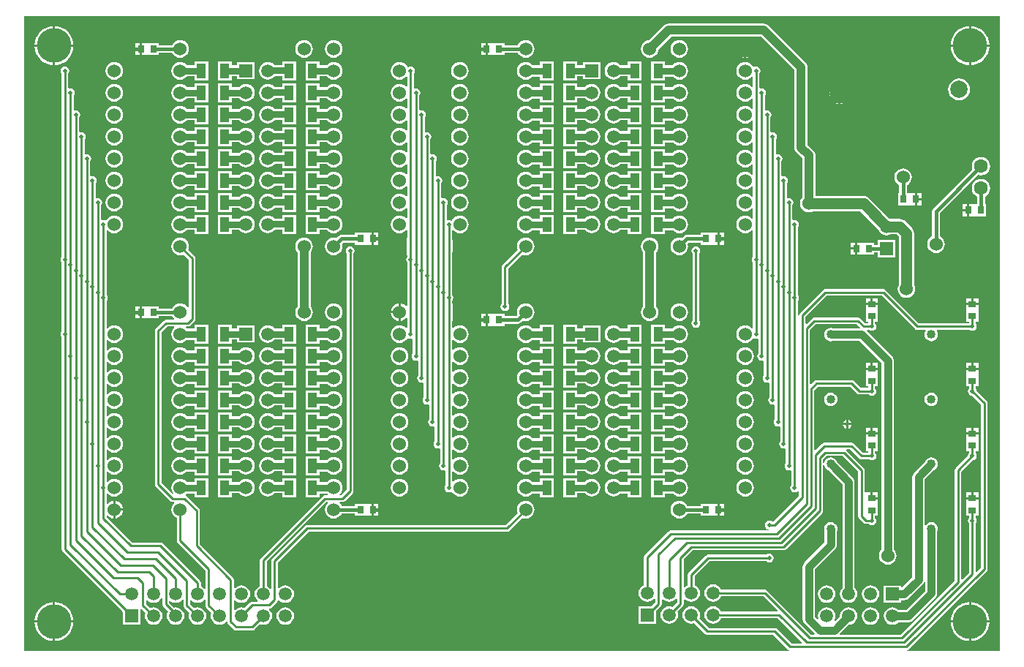
<source format=gbl>
%FSAX43Y43*%
%MOMM*%
G71*
G01*
G75*
G04 Layer_Physical_Order=2*
G04 Layer_Color=16711680*
%ADD10R,2.540X1.016*%
%ADD11R,2.300X2.300*%
%ADD12R,0.800X0.900*%
%ADD13R,0.800X0.350*%
%ADD14R,0.450X2.200*%
%ADD15R,3.100X2.400*%
%ADD16R,0.900X0.800*%
%ADD17R,1.000X1.300*%
%ADD18R,3.683X3.048*%
%ADD19C,0.381*%
%ADD20C,0.254*%
%ADD21C,0.889*%
%ADD22C,0.762*%
%ADD23C,0.508*%
%ADD24C,1.016*%
%ADD25C,1.270*%
%ADD26R,4.318X2.921*%
%ADD27R,4.699X3.810*%
%ADD28R,1.270X1.270*%
%ADD29R,1.172X0.820*%
%ADD30R,1.016X1.016*%
%ADD31R,1.143X1.074*%
%ADD32R,1.001X1.074*%
%ADD33R,1.143X1.074*%
%ADD34R,3.302X2.159*%
%ADD35R,3.937X2.540*%
%ADD36R,2.032X2.032*%
%ADD37R,2.024X2.159*%
%ADD38R,2.032X2.159*%
%ADD39R,2.257X2.180*%
%ADD40R,2.794X2.794*%
%ADD41R,10.287X1.778*%
%ADD42R,10.287X1.651*%
%ADD43R,0.635X0.762*%
%ADD44R,2.591X1.778*%
%ADD45R,1.575X1.397*%
%ADD46R,2.540X1.016*%
%ADD47R,1.473X29.972*%
%ADD48R,2.540X1.778*%
%ADD49R,1.524X1.397*%
%ADD50R,1.397X29.972*%
%ADD51R,7.112X2.413*%
%ADD52R,2.794X6.731*%
%ADD53R,1.016X6.731*%
%ADD54C,0.508*%
%ADD55C,1.524*%
%ADD56C,1.016*%
%ADD57R,1.500X1.500*%
%ADD58C,1.500*%
%ADD59R,1.500X1.500*%
%ADD60C,4.000*%
%ADD61R,1.524X1.524*%
%ADD62R,2.000X2.000*%
%ADD63C,2.000*%
%ADD64C,1.600*%
%ADD65C,1.778*%
%ADD66R,1.100X1.700*%
%ADD67R,2.413X3.048*%
%ADD68R,2.413X2.540*%
%ADD69R,1.898X2.032*%
%ADD70R,1.397X1.397*%
%ADD71R,2.286X2.286*%
%ADD72R,1.898X2.024*%
%ADD73R,1.898X2.041*%
%ADD74R,1.898X2.215*%
G36*
X0138677Y0046108D02*
X0127973D01*
X0127961Y0046235D01*
X0128038Y0046250D01*
X0128164Y0046334D01*
X0128164Y0046334D01*
X0128164Y0046334D01*
X0137181Y0055351D01*
X0137265Y0055477D01*
X0137294Y0055626D01*
X0137294Y0055626D01*
X0137294Y0055626D01*
Y0055626D01*
Y0074803D01*
X0137270Y0074927D01*
X0137265Y0074952D01*
X0137181Y0075078D01*
X0136019Y0076239D01*
X0135988Y0076398D01*
X0135897Y0076533D01*
Y0076751D01*
X0136213D01*
Y0078059D01*
D01*
Y0078059D01*
X0136213Y0078059D01*
Y0078151D01*
X0136213D01*
Y0078678D01*
X0134805D01*
Y0078151D01*
X0134805Y0078151D01*
X0134805Y0078059D01*
X0134805D01*
Y0076751D01*
X0135121D01*
Y0076533D01*
X0135030Y0076398D01*
X0134991Y0076200D01*
X0135030Y0076002D01*
X0135143Y0075834D01*
X0135311Y0075721D01*
X0135470Y0075690D01*
X0136518Y0074642D01*
Y0055787D01*
X0136015Y0055284D01*
X0135897Y0055333D01*
Y0060881D01*
X0135988Y0061016D01*
X0136027Y0061214D01*
X0135988Y0061412D01*
X0135897Y0061547D01*
Y0061765D01*
X0136213D01*
Y0063073D01*
D01*
Y0063073D01*
X0136213Y0063073D01*
Y0063165D01*
X0136213D01*
Y0063692D01*
X0134805D01*
Y0063165D01*
X0134805Y0063165D01*
X0134805Y0063073D01*
X0134805D01*
Y0061765D01*
X0135121D01*
Y0061547D01*
X0135030Y0061412D01*
X0134991Y0061214D01*
X0135030Y0061016D01*
X0135121Y0060881D01*
Y0055152D01*
X0134364Y0054395D01*
X0134246Y0054444D01*
Y0066895D01*
X0135548Y0068197D01*
X0135707Y0068228D01*
X0135875Y0068341D01*
X0135988Y0068509D01*
X0136027Y0068707D01*
X0135988Y0068905D01*
X0135897Y0069040D01*
Y0069258D01*
X0136213D01*
Y0070566D01*
D01*
Y0070566D01*
X0136213Y0070566D01*
Y0070658D01*
X0136213D01*
Y0071185D01*
X0134805D01*
Y0070658D01*
X0134805Y0070658D01*
X0134805Y0070566D01*
X0134805D01*
Y0069258D01*
X0135121D01*
Y0069040D01*
X0135030Y0068905D01*
X0134999Y0068746D01*
X0133583Y0067331D01*
X0133499Y0067205D01*
X0133470Y0067056D01*
Y0054263D01*
X0127220Y0048013D01*
X0120194D01*
X0120146Y0048131D01*
X0121169Y0049154D01*
X0121183Y0049152D01*
X0121446Y0049187D01*
X0121690Y0049288D01*
X0121899Y0049449D01*
X0122060Y0049659D01*
X0122162Y0049903D01*
X0122196Y0050165D01*
X0122162Y0050427D01*
X0122060Y0050671D01*
X0121899Y0050881D01*
X0121690Y0051042D01*
X0121446Y0051143D01*
X0121183Y0051178D01*
X0120921Y0051143D01*
X0120677Y0051042D01*
X0120467Y0050881D01*
X0120306Y0050671D01*
X0120205Y0050427D01*
X0120171Y0050165D01*
X0120173Y0050151D01*
X0119637Y0049615D01*
X0119532Y0049686D01*
X0119622Y0049903D01*
X0119656Y0050165D01*
X0119622Y0050427D01*
X0119520Y0050671D01*
X0119359Y0050881D01*
X0119150Y0051042D01*
X0118906Y0051143D01*
X0118643Y0051178D01*
X0118381Y0051143D01*
X0118137Y0051042D01*
X0117927Y0050881D01*
X0117766Y0050671D01*
X0117665Y0050427D01*
X0117631Y0050165D01*
X0117665Y0049903D01*
X0117683Y0049859D01*
X0117578Y0049789D01*
X0117291Y0050076D01*
Y0055588D01*
X0119624Y0057922D01*
X0119736Y0058068D01*
X0119807Y0058238D01*
X0119831Y0058420D01*
X0119831Y0058420D01*
X0119831Y0058420D01*
Y0058420D01*
Y0059984D01*
X0119868Y0060075D01*
X0119895Y0060274D01*
X0119868Y0060473D01*
X0119792Y0060658D01*
X0119669Y0060818D01*
X0119510Y0060940D01*
X0119325Y0061017D01*
X0119126Y0061043D01*
X0118927Y0061017D01*
X0118742Y0060940D01*
X0118583Y0060818D01*
X0118460Y0060658D01*
X0118384Y0060473D01*
X0118357Y0060274D01*
X0118384Y0060075D01*
X0118421Y0059984D01*
Y0058712D01*
X0116088Y0056378D01*
X0115976Y0056232D01*
X0115947Y0056162D01*
X0115905Y0056062D01*
X0115881Y0055880D01*
Y0049784D01*
X0115905Y0049602D01*
X0115947Y0049502D01*
X0115976Y0049432D01*
X0116088Y0049286D01*
X0117243Y0048131D01*
X0117194Y0048013D01*
X0116874D01*
X0111781Y0053107D01*
X0111655Y0053191D01*
X0111506Y0053220D01*
X0106437D01*
X0106389Y0053338D01*
X0106228Y0053548D01*
X0106018Y0053709D01*
X0105774Y0053810D01*
X0105512Y0053845D01*
X0105249Y0053810D01*
X0105005Y0053709D01*
X0104796Y0053548D01*
X0104635Y0053338D01*
X0104533Y0053094D01*
X0104499Y0052832D01*
X0104533Y0052570D01*
X0104635Y0052326D01*
X0104796Y0052116D01*
X0105005Y0051955D01*
X0105249Y0051854D01*
X0105512Y0051819D01*
X0105774Y0051854D01*
X0106018Y0051955D01*
X0106228Y0052116D01*
X0106389Y0052326D01*
X0106437Y0052444D01*
X0111345D01*
X0112991Y0050798D01*
X0112942Y0050680D01*
X0106437D01*
X0106389Y0050798D01*
X0106228Y0051008D01*
X0106018Y0051169D01*
X0105774Y0051270D01*
X0105512Y0051305D01*
X0105249Y0051270D01*
X0105005Y0051169D01*
X0104796Y0051008D01*
X0104635Y0050798D01*
X0104533Y0050554D01*
X0104499Y0050292D01*
X0104533Y0050030D01*
X0104635Y0049786D01*
X0104796Y0049576D01*
X0105005Y0049415D01*
X0105249Y0049314D01*
X0105512Y0049279D01*
X0105774Y0049314D01*
X0106018Y0049415D01*
X0106228Y0049576D01*
X0106389Y0049786D01*
X0106437Y0049904D01*
X0112996D01*
X0115785Y0047115D01*
X0115736Y0046997D01*
X0114588D01*
X0112924Y0048662D01*
X0112798Y0048746D01*
X0112649Y0048775D01*
X0105038D01*
X0103901Y0049912D01*
X0103950Y0050030D01*
X0103984Y0050292D01*
X0103950Y0050554D01*
X0103849Y0050798D01*
X0103688Y0051008D01*
X0103478Y0051169D01*
X0103234Y0051270D01*
X0102972Y0051305D01*
X0102710Y0051270D01*
X0102465Y0051169D01*
X0102256Y0051008D01*
X0102095Y0050798D01*
X0101993Y0050554D01*
X0101959Y0050292D01*
X0101993Y0050030D01*
X0102095Y0049786D01*
X0102256Y0049576D01*
X0102465Y0049415D01*
X0102710Y0049314D01*
X0102972Y0049279D01*
X0103234Y0049314D01*
X0103352Y0049363D01*
X0104602Y0048112D01*
X0104602Y0048112D01*
X0104602Y0048112D01*
Y0048112D01*
X0104602Y0048112D01*
Y0048112D01*
X0104728Y0048028D01*
X0104877Y0047999D01*
X0112488D01*
X0114152Y0046334D01*
X0114278Y0046250D01*
X0114303Y0046245D01*
X0114355Y0046235D01*
X0114343Y0046108D01*
X0025788D01*
Y0119627D01*
X0138677D01*
Y0046108D01*
D02*
G37*
%LPC*%
G36*
X0129159Y0077343D02*
X0128793D01*
X0128807Y0077272D01*
X0128920Y0077104D01*
X0129088Y0076991D01*
X0129159Y0076977D01*
Y0077343D01*
D02*
G37*
G36*
X0089784Y0078828D02*
X0088176D01*
Y0076620D01*
X0089784D01*
Y0077102D01*
X0090671D01*
X0090724Y0077033D01*
X0090934Y0076872D01*
X0091178Y0076771D01*
X0091440Y0076737D01*
X0091702Y0076771D01*
X0091946Y0076872D01*
X0092156Y0077033D01*
X0092317Y0077243D01*
X0092418Y0077487D01*
X0092453Y0077749D01*
X0092418Y0078011D01*
X0092317Y0078256D01*
X0092156Y0078465D01*
X0091946Y0078626D01*
X0091702Y0078728D01*
X0091440Y0078762D01*
X0091178Y0078728D01*
X0090934Y0078626D01*
X0090724Y0078465D01*
X0090671Y0078397D01*
X0089784D01*
Y0078828D01*
D02*
G37*
G36*
X0129159Y0077963D02*
X0129088Y0077949D01*
X0128920Y0077836D01*
X0128807Y0077668D01*
X0128793Y0077597D01*
X0129159D01*
Y0077963D01*
D02*
G37*
G36*
X0129779Y0077343D02*
X0129413D01*
Y0076977D01*
X0129484Y0076991D01*
X0129652Y0077104D01*
X0129765Y0077272D01*
X0129779Y0077343D01*
D02*
G37*
G36*
X0049779Y0078828D02*
X0048171D01*
Y0076620D01*
X0049779D01*
Y0077102D01*
X0050666D01*
X0050719Y0077033D01*
X0050929Y0076872D01*
X0051173Y0076771D01*
X0051435Y0076737D01*
X0051697Y0076771D01*
X0051941Y0076872D01*
X0052151Y0077033D01*
X0052312Y0077243D01*
X0052413Y0077487D01*
X0052448Y0077749D01*
X0052413Y0078011D01*
X0052312Y0078256D01*
X0052151Y0078465D01*
X0051941Y0078626D01*
X0051697Y0078728D01*
X0051435Y0078762D01*
X0051173Y0078728D01*
X0050929Y0078626D01*
X0050719Y0078465D01*
X0050666Y0078397D01*
X0049779D01*
Y0078828D01*
D02*
G37*
G36*
X0069215Y0078749D02*
X0068950Y0078714D01*
X0068703Y0078611D01*
X0068490Y0078449D01*
X0068328Y0078236D01*
X0068225Y0077989D01*
X0068190Y0077724D01*
X0068225Y0077459D01*
X0068328Y0077212D01*
X0068490Y0076999D01*
X0068703Y0076837D01*
X0068950Y0076734D01*
X0069215Y0076699D01*
X0069480Y0076734D01*
X0069727Y0076837D01*
X0069940Y0076999D01*
X0070102Y0077212D01*
X0070205Y0077459D01*
X0070240Y0077724D01*
X0070205Y0077989D01*
X0070102Y0078236D01*
X0069940Y0078449D01*
X0069727Y0078611D01*
X0069480Y0078714D01*
X0069215Y0078749D01*
D02*
G37*
G36*
X0059939Y0078828D02*
X0058331D01*
Y0076620D01*
X0059939D01*
Y0077077D01*
X0060811D01*
X0060870Y0076999D01*
X0061083Y0076837D01*
X0061330Y0076734D01*
X0061595Y0076699D01*
X0061860Y0076734D01*
X0062107Y0076837D01*
X0062320Y0076999D01*
X0062482Y0077212D01*
X0062585Y0077459D01*
X0062620Y0077724D01*
X0062585Y0077989D01*
X0062482Y0078236D01*
X0062320Y0078449D01*
X0062107Y0078611D01*
X0061860Y0078714D01*
X0061595Y0078749D01*
X0061330Y0078714D01*
X0061083Y0078611D01*
X0060870Y0078449D01*
X0060811Y0078371D01*
X0059939D01*
Y0078828D01*
D02*
G37*
G36*
X0109220Y0078749D02*
X0108955Y0078714D01*
X0108708Y0078611D01*
X0108495Y0078449D01*
X0108333Y0078236D01*
X0108230Y0077989D01*
X0108195Y0077724D01*
X0108230Y0077459D01*
X0108333Y0077212D01*
X0108495Y0076999D01*
X0108708Y0076837D01*
X0108955Y0076734D01*
X0109220Y0076699D01*
X0109485Y0076734D01*
X0109732Y0076837D01*
X0109945Y0076999D01*
X0110107Y0077212D01*
X0110210Y0077459D01*
X0110245Y0077724D01*
X0110210Y0077989D01*
X0110107Y0078236D01*
X0109945Y0078449D01*
X0109732Y0078611D01*
X0109485Y0078714D01*
X0109220Y0078749D01*
D02*
G37*
G36*
X0099944Y0078828D02*
X0098336D01*
Y0076620D01*
X0099944D01*
Y0077077D01*
X0100816D01*
X0100875Y0076999D01*
X0101088Y0076837D01*
X0101335Y0076734D01*
X0101600Y0076699D01*
X0101865Y0076734D01*
X0102112Y0076837D01*
X0102325Y0076999D01*
X0102487Y0077212D01*
X0102590Y0077459D01*
X0102625Y0077724D01*
X0102590Y0077989D01*
X0102487Y0078236D01*
X0102325Y0078449D01*
X0102112Y0078611D01*
X0101865Y0078714D01*
X0101600Y0078749D01*
X0101335Y0078714D01*
X0101088Y0078611D01*
X0100875Y0078449D01*
X0100816Y0078371D01*
X0099944D01*
Y0078828D01*
D02*
G37*
G36*
X0129413Y0077963D02*
Y0077597D01*
X0129779D01*
X0129765Y0077668D01*
X0129652Y0077836D01*
X0129484Y0077949D01*
X0129413Y0077963D01*
D02*
G37*
G36*
X0124580Y0079459D02*
X0124003D01*
Y0078932D01*
X0124580D01*
Y0079459D01*
D02*
G37*
G36*
X0123749D02*
X0123172D01*
Y0078932D01*
X0123749D01*
Y0079459D01*
D02*
G37*
G36*
X0136213D02*
X0135636D01*
Y0078932D01*
X0136213D01*
Y0079459D01*
D02*
G37*
G36*
X0135382D02*
X0134805D01*
Y0078932D01*
X0135382D01*
Y0079459D01*
D02*
G37*
G36*
X0057239Y0078828D02*
X0055631D01*
Y0078397D01*
X0054744D01*
X0054691Y0078465D01*
X0054481Y0078626D01*
X0054237Y0078728D01*
X0053975Y0078762D01*
X0053713Y0078728D01*
X0053469Y0078626D01*
X0053259Y0078465D01*
X0053098Y0078256D01*
X0052997Y0078011D01*
X0052962Y0077749D01*
X0052997Y0077487D01*
X0053098Y0077243D01*
X0053259Y0077033D01*
X0053469Y0076872D01*
X0053713Y0076771D01*
X0053975Y0076737D01*
X0054237Y0076771D01*
X0054481Y0076872D01*
X0054691Y0077033D01*
X0054744Y0077102D01*
X0055631D01*
Y0076620D01*
X0057239D01*
Y0078828D01*
D02*
G37*
G36*
X0047079D02*
X0045471D01*
Y0078371D01*
X0044599D01*
X0044540Y0078449D01*
X0044327Y0078611D01*
X0044080Y0078714D01*
X0043815Y0078749D01*
X0043550Y0078714D01*
X0043303Y0078611D01*
X0043090Y0078449D01*
X0042928Y0078236D01*
X0042825Y0077989D01*
X0042790Y0077724D01*
X0042825Y0077459D01*
X0042928Y0077212D01*
X0043090Y0076999D01*
X0043303Y0076837D01*
X0043550Y0076734D01*
X0043815Y0076699D01*
X0044080Y0076734D01*
X0044327Y0076837D01*
X0044540Y0076999D01*
X0044599Y0077077D01*
X0045471D01*
Y0076620D01*
X0047079D01*
Y0078828D01*
D02*
G37*
G36*
X0059939Y0081368D02*
X0058331D01*
Y0079160D01*
X0059939D01*
Y0079617D01*
X0060811D01*
X0060870Y0079539D01*
X0061083Y0079377D01*
X0061330Y0079274D01*
X0061595Y0079239D01*
X0061860Y0079274D01*
X0062107Y0079377D01*
X0062320Y0079539D01*
X0062482Y0079752D01*
X0062585Y0079999D01*
X0062620Y0080264D01*
X0062585Y0080529D01*
X0062482Y0080776D01*
X0062320Y0080989D01*
X0062107Y0081151D01*
X0061860Y0081254D01*
X0061595Y0081289D01*
X0061330Y0081254D01*
X0061083Y0081151D01*
X0060870Y0080989D01*
X0060811Y0080911D01*
X0059939D01*
Y0081368D01*
D02*
G37*
G36*
X0097244Y0078828D02*
X0095636D01*
Y0078371D01*
X0094768D01*
X0094696Y0078465D01*
X0094486Y0078626D01*
X0094242Y0078728D01*
X0093980Y0078762D01*
X0093718Y0078728D01*
X0093474Y0078626D01*
X0093264Y0078465D01*
X0093103Y0078256D01*
X0093002Y0078011D01*
X0092967Y0077749D01*
X0093002Y0077487D01*
X0093103Y0077243D01*
X0093264Y0077033D01*
X0093474Y0076872D01*
X0093718Y0076771D01*
X0093980Y0076737D01*
X0094242Y0076771D01*
X0094486Y0076872D01*
X0094696Y0077033D01*
X0094729Y0077077D01*
X0095636D01*
Y0076620D01*
X0097244D01*
Y0078828D01*
D02*
G37*
G36*
X0087084D02*
X0085476D01*
Y0078371D01*
X0084604D01*
X0084545Y0078449D01*
X0084332Y0078611D01*
X0084085Y0078714D01*
X0083820Y0078749D01*
X0083555Y0078714D01*
X0083308Y0078611D01*
X0083095Y0078449D01*
X0082933Y0078236D01*
X0082830Y0077989D01*
X0082795Y0077724D01*
X0082830Y0077459D01*
X0082933Y0077212D01*
X0083095Y0076999D01*
X0083308Y0076837D01*
X0083555Y0076734D01*
X0083820Y0076699D01*
X0084085Y0076734D01*
X0084332Y0076837D01*
X0084545Y0076999D01*
X0084604Y0077077D01*
X0085476D01*
Y0076620D01*
X0087084D01*
Y0078828D01*
D02*
G37*
G36*
X0097244Y0073748D02*
X0095636D01*
Y0073291D01*
X0094768D01*
X0094696Y0073385D01*
X0094486Y0073546D01*
X0094242Y0073648D01*
X0093980Y0073682D01*
X0093718Y0073648D01*
X0093474Y0073546D01*
X0093264Y0073385D01*
X0093103Y0073176D01*
X0093002Y0072932D01*
X0092967Y0072669D01*
X0093002Y0072407D01*
X0093103Y0072163D01*
X0093264Y0071953D01*
X0093474Y0071792D01*
X0093718Y0071691D01*
X0093980Y0071657D01*
X0094242Y0071691D01*
X0094486Y0071792D01*
X0094696Y0071953D01*
X0094729Y0071997D01*
X0095636D01*
Y0071540D01*
X0097244D01*
Y0073748D01*
D02*
G37*
G36*
X0087084D02*
X0085476D01*
Y0073291D01*
X0084604D01*
X0084545Y0073369D01*
X0084332Y0073531D01*
X0084085Y0073634D01*
X0083820Y0073669D01*
X0083555Y0073634D01*
X0083308Y0073531D01*
X0083095Y0073369D01*
X0082933Y0073156D01*
X0082830Y0072909D01*
X0082795Y0072644D01*
X0082830Y0072379D01*
X0082933Y0072132D01*
X0083095Y0071919D01*
X0083308Y0071757D01*
X0083555Y0071654D01*
X0083820Y0071619D01*
X0084085Y0071654D01*
X0084332Y0071757D01*
X0084545Y0071919D01*
X0084604Y0071997D01*
X0085476D01*
Y0071540D01*
X0087084D01*
Y0073748D01*
D02*
G37*
G36*
X0057239D02*
X0055631D01*
Y0073317D01*
X0054744D01*
X0054691Y0073385D01*
X0054481Y0073546D01*
X0054237Y0073648D01*
X0053975Y0073682D01*
X0053713Y0073648D01*
X0053469Y0073546D01*
X0053259Y0073385D01*
X0053098Y0073176D01*
X0052997Y0072932D01*
X0052962Y0072669D01*
X0052997Y0072407D01*
X0053098Y0072163D01*
X0053259Y0071953D01*
X0053469Y0071792D01*
X0053713Y0071691D01*
X0053975Y0071657D01*
X0054237Y0071691D01*
X0054481Y0071792D01*
X0054691Y0071953D01*
X0054744Y0072022D01*
X0055631D01*
Y0071540D01*
X0057239D01*
Y0073748D01*
D02*
G37*
G36*
X0069215Y0076209D02*
X0068950Y0076174D01*
X0068703Y0076071D01*
X0068490Y0075909D01*
X0068328Y0075696D01*
X0068225Y0075449D01*
X0068190Y0075184D01*
X0068225Y0074919D01*
X0068328Y0074672D01*
X0068490Y0074459D01*
X0068703Y0074297D01*
X0068950Y0074194D01*
X0069215Y0074159D01*
X0069480Y0074194D01*
X0069727Y0074297D01*
X0069940Y0074459D01*
X0070102Y0074672D01*
X0070205Y0074919D01*
X0070240Y0075184D01*
X0070205Y0075449D01*
X0070102Y0075696D01*
X0069940Y0075909D01*
X0069727Y0076071D01*
X0069480Y0076174D01*
X0069215Y0076209D01*
D02*
G37*
G36*
X0059939Y0076288D02*
X0058331D01*
Y0074080D01*
X0059939D01*
Y0074537D01*
X0060811D01*
X0060870Y0074459D01*
X0061083Y0074297D01*
X0061330Y0074194D01*
X0061595Y0074159D01*
X0061860Y0074194D01*
X0062107Y0074297D01*
X0062320Y0074459D01*
X0062482Y0074672D01*
X0062585Y0074919D01*
X0062620Y0075184D01*
X0062585Y0075449D01*
X0062482Y0075696D01*
X0062320Y0075909D01*
X0062107Y0076071D01*
X0061860Y0076174D01*
X0061595Y0076209D01*
X0061330Y0076174D01*
X0061083Y0076071D01*
X0060870Y0075909D01*
X0060811Y0075831D01*
X0059939D01*
Y0076288D01*
D02*
G37*
G36*
X0121158Y0072883D02*
Y0072517D01*
X0121524D01*
X0121510Y0072588D01*
X0121397Y0072756D01*
X0121229Y0072869D01*
X0121158Y0072883D01*
D02*
G37*
G36*
X0120904D02*
X0120833Y0072869D01*
X0120665Y0072756D01*
X0120552Y0072588D01*
X0120538Y0072517D01*
X0120904D01*
Y0072883D01*
D02*
G37*
G36*
X0132461D02*
X0132390Y0072869D01*
X0132222Y0072756D01*
X0132109Y0072588D01*
X0132095Y0072517D01*
X0132461D01*
Y0072883D01*
D02*
G37*
G36*
X0047079Y0073748D02*
X0045471D01*
Y0073291D01*
X0044599D01*
X0044540Y0073369D01*
X0044327Y0073531D01*
X0044080Y0073634D01*
X0043815Y0073669D01*
X0043550Y0073634D01*
X0043303Y0073531D01*
X0043090Y0073369D01*
X0042928Y0073156D01*
X0042825Y0072909D01*
X0042790Y0072644D01*
X0042825Y0072379D01*
X0042928Y0072132D01*
X0043090Y0071919D01*
X0043303Y0071757D01*
X0043550Y0071654D01*
X0043815Y0071619D01*
X0044080Y0071654D01*
X0044327Y0071757D01*
X0044540Y0071919D01*
X0044599Y0071997D01*
X0045471D01*
Y0071540D01*
X0047079D01*
Y0073748D01*
D02*
G37*
G36*
X0132715Y0072883D02*
Y0072517D01*
X0133081D01*
X0133067Y0072588D01*
X0132954Y0072756D01*
X0132786Y0072869D01*
X0132715Y0072883D01*
D02*
G37*
G36*
X0047079Y0076288D02*
X0045471D01*
Y0075831D01*
X0044599D01*
X0044540Y0075909D01*
X0044327Y0076071D01*
X0044080Y0076174D01*
X0043815Y0076209D01*
X0043550Y0076174D01*
X0043303Y0076071D01*
X0043090Y0075909D01*
X0042928Y0075696D01*
X0042825Y0075449D01*
X0042790Y0075184D01*
X0042825Y0074919D01*
X0042928Y0074672D01*
X0043090Y0074459D01*
X0043303Y0074297D01*
X0043550Y0074194D01*
X0043815Y0074159D01*
X0044080Y0074194D01*
X0044327Y0074297D01*
X0044540Y0074459D01*
X0044599Y0074537D01*
X0045471D01*
Y0074080D01*
X0047079D01*
Y0076288D01*
D02*
G37*
G36*
X0130759Y0076029D02*
X0130560Y0076003D01*
X0130375Y0075926D01*
X0130216Y0075804D01*
X0130094Y0075644D01*
X0130017Y0075459D01*
X0129991Y0075260D01*
X0130017Y0075061D01*
X0130094Y0074876D01*
X0130216Y0074717D01*
X0130375Y0074595D01*
X0130560Y0074518D01*
X0130759Y0074492D01*
X0130958Y0074518D01*
X0131143Y0074595D01*
X0131303Y0074717D01*
X0131425Y0074876D01*
X0131502Y0075061D01*
X0131528Y0075260D01*
X0131502Y0075459D01*
X0131425Y0075644D01*
X0131303Y0075804D01*
X0131143Y0075926D01*
X0130958Y0076003D01*
X0130759Y0076029D01*
D02*
G37*
G36*
X0087084Y0076288D02*
X0085476D01*
Y0075831D01*
X0084604D01*
X0084545Y0075909D01*
X0084332Y0076071D01*
X0084085Y0076174D01*
X0083820Y0076209D01*
X0083555Y0076174D01*
X0083308Y0076071D01*
X0083095Y0075909D01*
X0082933Y0075696D01*
X0082830Y0075449D01*
X0082795Y0075184D01*
X0082830Y0074919D01*
X0082933Y0074672D01*
X0083095Y0074459D01*
X0083308Y0074297D01*
X0083555Y0074194D01*
X0083820Y0074159D01*
X0084085Y0074194D01*
X0084332Y0074297D01*
X0084545Y0074459D01*
X0084604Y0074537D01*
X0085476D01*
Y0074080D01*
X0087084D01*
Y0076288D01*
D02*
G37*
G36*
X0057239D02*
X0055631D01*
Y0075857D01*
X0054744D01*
X0054691Y0075925D01*
X0054481Y0076086D01*
X0054237Y0076188D01*
X0053975Y0076222D01*
X0053713Y0076188D01*
X0053469Y0076086D01*
X0053259Y0075925D01*
X0053098Y0075716D01*
X0052997Y0075471D01*
X0052962Y0075209D01*
X0052997Y0074947D01*
X0053098Y0074703D01*
X0053259Y0074493D01*
X0053469Y0074332D01*
X0053713Y0074231D01*
X0053975Y0074197D01*
X0054237Y0074231D01*
X0054481Y0074332D01*
X0054691Y0074493D01*
X0054744Y0074562D01*
X0055631D01*
Y0074080D01*
X0057239D01*
Y0076288D01*
D02*
G37*
G36*
X0097244D02*
X0095636D01*
Y0075831D01*
X0094768D01*
X0094696Y0075925D01*
X0094486Y0076086D01*
X0094242Y0076188D01*
X0093980Y0076222D01*
X0093718Y0076188D01*
X0093474Y0076086D01*
X0093264Y0075925D01*
X0093103Y0075716D01*
X0093002Y0075471D01*
X0092967Y0075209D01*
X0093002Y0074947D01*
X0093103Y0074703D01*
X0093264Y0074493D01*
X0093474Y0074332D01*
X0093718Y0074231D01*
X0093980Y0074197D01*
X0094242Y0074231D01*
X0094486Y0074332D01*
X0094696Y0074493D01*
X0094729Y0074537D01*
X0095636D01*
Y0074080D01*
X0097244D01*
Y0076288D01*
D02*
G37*
G36*
X0109220Y0076209D02*
X0108955Y0076174D01*
X0108708Y0076071D01*
X0108495Y0075909D01*
X0108333Y0075696D01*
X0108230Y0075449D01*
X0108195Y0075184D01*
X0108230Y0074919D01*
X0108333Y0074672D01*
X0108495Y0074459D01*
X0108708Y0074297D01*
X0108955Y0074194D01*
X0109220Y0074159D01*
X0109485Y0074194D01*
X0109732Y0074297D01*
X0109945Y0074459D01*
X0110107Y0074672D01*
X0110210Y0074919D01*
X0110245Y0075184D01*
X0110210Y0075449D01*
X0110107Y0075696D01*
X0109945Y0075909D01*
X0109732Y0076071D01*
X0109485Y0076174D01*
X0109220Y0076209D01*
D02*
G37*
G36*
X0099944Y0076288D02*
X0098336D01*
Y0074080D01*
X0099944D01*
Y0074537D01*
X0100816D01*
X0100875Y0074459D01*
X0101088Y0074297D01*
X0101335Y0074194D01*
X0101600Y0074159D01*
X0101865Y0074194D01*
X0102112Y0074297D01*
X0102325Y0074459D01*
X0102487Y0074672D01*
X0102590Y0074919D01*
X0102625Y0075184D01*
X0102590Y0075449D01*
X0102487Y0075696D01*
X0102325Y0075909D01*
X0102112Y0076071D01*
X0101865Y0076174D01*
X0101600Y0076209D01*
X0101335Y0076174D01*
X0101088Y0076071D01*
X0100875Y0075909D01*
X0100816Y0075831D01*
X0099944D01*
Y0076288D01*
D02*
G37*
G36*
X0049779D02*
X0048171D01*
Y0074080D01*
X0049779D01*
Y0074562D01*
X0050666D01*
X0050719Y0074493D01*
X0050929Y0074332D01*
X0051173Y0074231D01*
X0051435Y0074197D01*
X0051697Y0074231D01*
X0051941Y0074332D01*
X0052151Y0074493D01*
X0052312Y0074703D01*
X0052413Y0074947D01*
X0052448Y0075209D01*
X0052413Y0075471D01*
X0052312Y0075716D01*
X0052151Y0075925D01*
X0051941Y0076086D01*
X0051697Y0076188D01*
X0051435Y0076222D01*
X0051173Y0076188D01*
X0050929Y0076086D01*
X0050719Y0075925D01*
X0050666Y0075857D01*
X0049779D01*
Y0076288D01*
D02*
G37*
G36*
X0119126Y0076029D02*
X0118927Y0076003D01*
X0118742Y0075926D01*
X0118583Y0075804D01*
X0118460Y0075644D01*
X0118384Y0075459D01*
X0118357Y0075260D01*
X0118384Y0075061D01*
X0118460Y0074876D01*
X0118583Y0074717D01*
X0118742Y0074595D01*
X0118927Y0074518D01*
X0119126Y0074492D01*
X0119325Y0074518D01*
X0119510Y0074595D01*
X0119669Y0074717D01*
X0119792Y0074876D01*
X0119868Y0075061D01*
X0119895Y0075260D01*
X0119868Y0075459D01*
X0119792Y0075644D01*
X0119669Y0075804D01*
X0119510Y0075926D01*
X0119325Y0076003D01*
X0119126Y0076029D01*
D02*
G37*
G36*
X0089784Y0076288D02*
X0088176D01*
Y0074080D01*
X0089784D01*
Y0074562D01*
X0090671D01*
X0090724Y0074493D01*
X0090934Y0074332D01*
X0091178Y0074231D01*
X0091440Y0074197D01*
X0091702Y0074231D01*
X0091946Y0074332D01*
X0092156Y0074493D01*
X0092317Y0074703D01*
X0092418Y0074947D01*
X0092453Y0075209D01*
X0092418Y0075471D01*
X0092317Y0075716D01*
X0092156Y0075925D01*
X0091946Y0076086D01*
X0091702Y0076188D01*
X0091440Y0076222D01*
X0091178Y0076188D01*
X0090934Y0076086D01*
X0090724Y0075925D01*
X0090671Y0075857D01*
X0089784D01*
Y0076288D01*
D02*
G37*
G36*
X0069215Y0081289D02*
X0068950Y0081254D01*
X0068703Y0081151D01*
X0068490Y0080989D01*
X0068328Y0080776D01*
X0068225Y0080529D01*
X0068190Y0080264D01*
X0068225Y0079999D01*
X0068328Y0079752D01*
X0068490Y0079539D01*
X0068703Y0079377D01*
X0068950Y0079274D01*
X0069215Y0079239D01*
X0069480Y0079274D01*
X0069727Y0079377D01*
X0069940Y0079539D01*
X0070102Y0079752D01*
X0070205Y0079999D01*
X0070240Y0080264D01*
X0070205Y0080529D01*
X0070102Y0080776D01*
X0069940Y0080989D01*
X0069727Y0081151D01*
X0069480Y0081254D01*
X0069215Y0081289D01*
D02*
G37*
G36*
X0039178Y0085217D02*
X0038651D01*
Y0084640D01*
X0039178D01*
Y0085217D01*
D02*
G37*
G36*
X0079183Y0085159D02*
X0078656D01*
Y0084582D01*
X0079183D01*
Y0085159D01*
D02*
G37*
G36*
X0083820Y0086369D02*
X0083555Y0086334D01*
X0083308Y0086231D01*
X0083095Y0086069D01*
X0082933Y0085856D01*
X0082830Y0085609D01*
X0082795Y0085344D01*
X0082830Y0085079D01*
X0082855Y0085020D01*
X0082743Y0084908D01*
X0081364D01*
Y0085159D01*
X0080056D01*
D01*
D01*
X0080056Y0085159D01*
X0079964D01*
Y0085159D01*
X0079437D01*
Y0084455D01*
Y0083751D01*
X0079964D01*
Y0083751D01*
X0079964D01*
X0079964Y0083751D01*
X0080056D01*
Y0083751D01*
X0081364D01*
Y0084002D01*
X0082931D01*
X0083104Y0084036D01*
X0083251Y0084135D01*
X0083496Y0084379D01*
X0083555Y0084354D01*
X0083820Y0084319D01*
X0084085Y0084354D01*
X0084332Y0084457D01*
X0084545Y0084619D01*
X0084707Y0084832D01*
X0084810Y0085079D01*
X0084845Y0085344D01*
X0084810Y0085609D01*
X0084707Y0085856D01*
X0084545Y0086069D01*
X0084332Y0086231D01*
X0084085Y0086334D01*
X0083820Y0086369D01*
D02*
G37*
G36*
X0039178Y0086048D02*
X0038651D01*
Y0085471D01*
X0039178D01*
Y0086048D01*
D02*
G37*
G36*
X0037211Y0086360D02*
X0036322D01*
Y0085471D01*
X0037211D01*
Y0086360D01*
D02*
G37*
G36*
Y0085217D02*
X0036322D01*
Y0084328D01*
X0037211D01*
Y0085217D01*
D02*
G37*
G36*
X0101600Y0086369D02*
X0101335Y0086334D01*
X0101088Y0086231D01*
X0100875Y0086069D01*
X0100713Y0085856D01*
X0100610Y0085609D01*
X0100575Y0085344D01*
X0100610Y0085079D01*
X0100713Y0084832D01*
X0100875Y0084619D01*
X0101088Y0084457D01*
X0101335Y0084354D01*
X0101600Y0084319D01*
X0101865Y0084354D01*
X0102112Y0084457D01*
X0102325Y0084619D01*
X0102487Y0084832D01*
X0102590Y0085079D01*
X0102625Y0085344D01*
X0102590Y0085609D01*
X0102487Y0085856D01*
X0102325Y0086069D01*
X0102112Y0086231D01*
X0101865Y0086334D01*
X0101600Y0086369D01*
D02*
G37*
G36*
X0077216Y0085217D02*
X0076327D01*
Y0084328D01*
X0077216D01*
Y0085217D01*
D02*
G37*
G36*
X0109093D02*
X0108212D01*
X0108230Y0085079D01*
X0108333Y0084832D01*
X0108495Y0084619D01*
X0108708Y0084457D01*
X0108955Y0084354D01*
X0109093Y0084336D01*
Y0085217D01*
D02*
G37*
G36*
X0069088D02*
X0068207D01*
X0068225Y0085079D01*
X0068328Y0084832D01*
X0068490Y0084619D01*
X0068703Y0084457D01*
X0068950Y0084354D01*
X0069088Y0084336D01*
Y0085217D01*
D02*
G37*
G36*
X0136213Y0086952D02*
X0135636D01*
Y0086425D01*
X0136213D01*
Y0086952D01*
D02*
G37*
G36*
X0135382D02*
X0134805D01*
Y0086425D01*
X0135382D01*
Y0086952D01*
D02*
G37*
G36*
X0132588Y0086995D02*
X0132222D01*
X0132236Y0086924D01*
X0132349Y0086756D01*
X0132517Y0086643D01*
X0132588Y0086629D01*
Y0086995D01*
D02*
G37*
G36*
X0100330Y0118752D02*
X0100131Y0118725D01*
X0099946Y0118649D01*
X0099856Y0118579D01*
X0099787Y0118526D01*
X0099787Y0118526D01*
X0098099Y0116839D01*
X0097906Y0116814D01*
X0097659Y0116711D01*
X0097446Y0116549D01*
X0097284Y0116336D01*
X0097181Y0116089D01*
X0097146Y0115824D01*
X0097181Y0115559D01*
X0097284Y0115312D01*
X0097446Y0115099D01*
X0097659Y0114937D01*
X0097906Y0114834D01*
X0098171Y0114799D01*
X0098436Y0114834D01*
X0098683Y0114937D01*
X0098896Y0115099D01*
X0099058Y0115312D01*
X0099161Y0115559D01*
X0099186Y0115752D01*
X0100648Y0117214D01*
X0111061D01*
X0114928Y0113347D01*
Y0104394D01*
X0114955Y0104195D01*
X0115009Y0104064D01*
X0115031Y0104010D01*
X0115154Y0103851D01*
X0115817Y0103187D01*
Y0098584D01*
X0115699Y0098429D01*
X0115596Y0098182D01*
X0115561Y0097917D01*
X0115596Y0097652D01*
X0115699Y0097405D01*
X0115861Y0097192D01*
X0116074Y0097030D01*
X0116321Y0096927D01*
X0116586Y0096892D01*
X0116851Y0096927D01*
X0117076Y0097020D01*
X0122565D01*
X0124645Y0094940D01*
X0124726Y0094744D01*
X0124887Y0094534D01*
X0125097Y0094373D01*
X0125341Y0094272D01*
X0125603Y0094237D01*
X0125865Y0094272D01*
X0126062Y0094353D01*
X0126756D01*
X0126992Y0094117D01*
Y0088501D01*
X0126899Y0088276D01*
X0126864Y0088011D01*
X0126899Y0087746D01*
X0127002Y0087499D01*
X0127164Y0087286D01*
X0127377Y0087124D01*
X0127624Y0087021D01*
X0127889Y0086986D01*
X0128154Y0087021D01*
X0128401Y0087124D01*
X0128614Y0087286D01*
X0128776Y0087499D01*
X0128879Y0087746D01*
X0128914Y0088011D01*
X0128879Y0088276D01*
X0128786Y0088501D01*
Y0094488D01*
X0128755Y0094720D01*
X0128666Y0094936D01*
X0128523Y0095122D01*
X0127761Y0095884D01*
X0127575Y0096027D01*
X0127359Y0096116D01*
X0127127Y0096147D01*
X0126062D01*
X0125913Y0096208D01*
X0123570Y0098551D01*
X0123384Y0098694D01*
X0123168Y0098783D01*
X0122936Y0098814D01*
X0117355D01*
Y0103505D01*
X0117355Y0103505D01*
X0117331Y0103681D01*
X0117328Y0103704D01*
X0117290Y0103797D01*
X0117252Y0103889D01*
X0117129Y0104048D01*
X0116466Y0104712D01*
Y0113665D01*
X0116439Y0113864D01*
X0116363Y0114049D01*
X0116240Y0114208D01*
X0111922Y0118526D01*
X0111763Y0118649D01*
X0111709Y0118671D01*
X0111578Y0118725D01*
X0111379Y0118752D01*
X0100330D01*
X0100330Y0118752D01*
D02*
G37*
G36*
X0133208Y0086995D02*
X0132842D01*
Y0086629D01*
X0132913Y0086643D01*
X0133081Y0086756D01*
X0133194Y0086924D01*
X0133208Y0086995D01*
D02*
G37*
G36*
X0077216Y0086360D02*
X0076327D01*
Y0085471D01*
X0077216D01*
Y0086360D01*
D02*
G37*
G36*
X0069088Y0086352D02*
X0068950Y0086334D01*
X0068703Y0086231D01*
X0068490Y0086069D01*
X0068328Y0085856D01*
X0068225Y0085609D01*
X0068207Y0085471D01*
X0069088D01*
Y0086352D01*
D02*
G37*
G36*
X0109093D02*
X0108955Y0086334D01*
X0108708Y0086231D01*
X0108495Y0086069D01*
X0108333Y0085856D01*
X0108230Y0085609D01*
X0108212Y0085471D01*
X0109093D01*
Y0086352D01*
D02*
G37*
G36*
X0124580Y0086952D02*
X0124003D01*
Y0086425D01*
X0124580D01*
Y0086952D01*
D02*
G37*
G36*
X0123749D02*
X0123172D01*
Y0086425D01*
X0123749D01*
Y0086952D01*
D02*
G37*
G36*
X0097244Y0081368D02*
X0095636D01*
Y0080911D01*
X0094768D01*
X0094696Y0081005D01*
X0094486Y0081166D01*
X0094242Y0081268D01*
X0093980Y0081302D01*
X0093718Y0081268D01*
X0093474Y0081166D01*
X0093264Y0081005D01*
X0093103Y0080796D01*
X0093002Y0080551D01*
X0092967Y0080289D01*
X0093002Y0080027D01*
X0093103Y0079783D01*
X0093264Y0079573D01*
X0093474Y0079412D01*
X0093718Y0079311D01*
X0093980Y0079277D01*
X0094242Y0079311D01*
X0094486Y0079412D01*
X0094696Y0079573D01*
X0094729Y0079617D01*
X0095636D01*
Y0079160D01*
X0097244D01*
Y0081368D01*
D02*
G37*
G36*
X0087084D02*
X0085476D01*
Y0080911D01*
X0084604D01*
X0084545Y0080989D01*
X0084332Y0081151D01*
X0084085Y0081254D01*
X0083820Y0081289D01*
X0083555Y0081254D01*
X0083308Y0081151D01*
X0083095Y0080989D01*
X0082933Y0080776D01*
X0082830Y0080529D01*
X0082795Y0080264D01*
X0082830Y0079999D01*
X0082933Y0079752D01*
X0083095Y0079539D01*
X0083308Y0079377D01*
X0083555Y0079274D01*
X0083820Y0079239D01*
X0084085Y0079274D01*
X0084332Y0079377D01*
X0084545Y0079539D01*
X0084604Y0079617D01*
X0085476D01*
Y0079160D01*
X0087084D01*
Y0081368D01*
D02*
G37*
G36*
X0057239D02*
X0055631D01*
Y0080937D01*
X0054744D01*
X0054691Y0081005D01*
X0054481Y0081166D01*
X0054237Y0081268D01*
X0053975Y0081302D01*
X0053713Y0081268D01*
X0053469Y0081166D01*
X0053259Y0081005D01*
X0053098Y0080796D01*
X0052997Y0080551D01*
X0052962Y0080289D01*
X0052997Y0080027D01*
X0053098Y0079783D01*
X0053259Y0079573D01*
X0053469Y0079412D01*
X0053713Y0079311D01*
X0053975Y0079277D01*
X0054237Y0079311D01*
X0054481Y0079412D01*
X0054691Y0079573D01*
X0054744Y0079642D01*
X0055631D01*
Y0079160D01*
X0057239D01*
Y0081368D01*
D02*
G37*
G36*
X0099944Y0083908D02*
X0098336D01*
Y0081700D01*
X0099944D01*
Y0082157D01*
X0100816D01*
X0100875Y0082079D01*
X0101088Y0081917D01*
X0101335Y0081814D01*
X0101600Y0081779D01*
X0101865Y0081814D01*
X0102112Y0081917D01*
X0102325Y0082079D01*
X0102487Y0082292D01*
X0102590Y0082539D01*
X0102625Y0082804D01*
X0102590Y0083069D01*
X0102487Y0083316D01*
X0102325Y0083529D01*
X0102112Y0083691D01*
X0101865Y0083794D01*
X0101600Y0083829D01*
X0101335Y0083794D01*
X0101088Y0083691D01*
X0100875Y0083529D01*
X0100816Y0083451D01*
X0099944D01*
Y0083908D01*
D02*
G37*
G36*
X0059939D02*
X0058331D01*
Y0081700D01*
X0059939D01*
Y0082157D01*
X0060811D01*
X0060870Y0082079D01*
X0061083Y0081917D01*
X0061330Y0081814D01*
X0061595Y0081779D01*
X0061860Y0081814D01*
X0062107Y0081917D01*
X0062320Y0082079D01*
X0062482Y0082292D01*
X0062585Y0082539D01*
X0062620Y0082804D01*
X0062585Y0083069D01*
X0062482Y0083316D01*
X0062320Y0083529D01*
X0062107Y0083691D01*
X0061860Y0083794D01*
X0061595Y0083829D01*
X0061330Y0083794D01*
X0061083Y0083691D01*
X0060870Y0083529D01*
X0060811Y0083451D01*
X0059939D01*
Y0083908D01*
D02*
G37*
G36*
X0109220Y0081289D02*
X0108955Y0081254D01*
X0108708Y0081151D01*
X0108495Y0080989D01*
X0108333Y0080776D01*
X0108230Y0080529D01*
X0108195Y0080264D01*
X0108230Y0079999D01*
X0108333Y0079752D01*
X0108495Y0079539D01*
X0108708Y0079377D01*
X0108955Y0079274D01*
X0109220Y0079239D01*
X0109485Y0079274D01*
X0109732Y0079377D01*
X0109945Y0079539D01*
X0110107Y0079752D01*
X0110210Y0079999D01*
X0110245Y0080264D01*
X0110210Y0080529D01*
X0110107Y0080776D01*
X0109945Y0080989D01*
X0109732Y0081151D01*
X0109485Y0081254D01*
X0109220Y0081289D01*
D02*
G37*
G36*
X0099944Y0081368D02*
X0098336D01*
Y0079160D01*
X0099944D01*
Y0079617D01*
X0100816D01*
X0100875Y0079539D01*
X0101088Y0079377D01*
X0101335Y0079274D01*
X0101600Y0079239D01*
X0101865Y0079274D01*
X0102112Y0079377D01*
X0102325Y0079539D01*
X0102487Y0079752D01*
X0102590Y0079999D01*
X0102625Y0080264D01*
X0102590Y0080529D01*
X0102487Y0080776D01*
X0102325Y0080989D01*
X0102112Y0081151D01*
X0101865Y0081254D01*
X0101600Y0081289D01*
X0101335Y0081254D01*
X0101088Y0081151D01*
X0100875Y0080989D01*
X0100816Y0080911D01*
X0099944D01*
Y0081368D01*
D02*
G37*
G36*
X0049779D02*
X0048171D01*
Y0079160D01*
X0049779D01*
Y0079642D01*
X0050666D01*
X0050719Y0079573D01*
X0050929Y0079412D01*
X0051173Y0079311D01*
X0051435Y0079277D01*
X0051697Y0079311D01*
X0051941Y0079412D01*
X0052151Y0079573D01*
X0052312Y0079783D01*
X0052413Y0080027D01*
X0052448Y0080289D01*
X0052413Y0080551D01*
X0052312Y0080796D01*
X0052151Y0081005D01*
X0051941Y0081166D01*
X0051697Y0081268D01*
X0051435Y0081302D01*
X0051173Y0081268D01*
X0050929Y0081166D01*
X0050719Y0081005D01*
X0050666Y0080937D01*
X0049779D01*
Y0081368D01*
D02*
G37*
G36*
X0047079D02*
X0045471D01*
Y0080911D01*
X0044599D01*
X0044540Y0080989D01*
X0044327Y0081151D01*
X0044080Y0081254D01*
X0043815Y0081289D01*
X0043550Y0081254D01*
X0043303Y0081151D01*
X0043090Y0080989D01*
X0042928Y0080776D01*
X0042825Y0080529D01*
X0042790Y0080264D01*
X0042825Y0079999D01*
X0042928Y0079752D01*
X0043090Y0079539D01*
X0043303Y0079377D01*
X0043550Y0079274D01*
X0043815Y0079239D01*
X0044080Y0079274D01*
X0044327Y0079377D01*
X0044540Y0079539D01*
X0044599Y0079617D01*
X0045471D01*
Y0079160D01*
X0047079D01*
Y0081368D01*
D02*
G37*
G36*
X0089784D02*
X0088176D01*
Y0079160D01*
X0089784D01*
Y0079642D01*
X0090671D01*
X0090724Y0079573D01*
X0090934Y0079412D01*
X0091178Y0079311D01*
X0091440Y0079277D01*
X0091702Y0079311D01*
X0091946Y0079412D01*
X0092156Y0079573D01*
X0092317Y0079783D01*
X0092418Y0080027D01*
X0092453Y0080289D01*
X0092418Y0080551D01*
X0092317Y0080796D01*
X0092156Y0081005D01*
X0091946Y0081166D01*
X0091702Y0081268D01*
X0091440Y0081302D01*
X0091178Y0081268D01*
X0090934Y0081166D01*
X0090724Y0081005D01*
X0090671Y0080937D01*
X0089784D01*
Y0081368D01*
D02*
G37*
G36*
X0079183Y0084328D02*
X0078656D01*
Y0083751D01*
X0079183D01*
Y0084328D01*
D02*
G37*
G36*
X0103505Y0092974D02*
X0103307Y0092935D01*
X0103139Y0092822D01*
X0103026Y0092654D01*
X0102987Y0092456D01*
X0103026Y0092258D01*
X0103117Y0092123D01*
Y0084407D01*
X0103026Y0084272D01*
X0102987Y0084074D01*
X0103026Y0083876D01*
X0103139Y0083708D01*
X0103307Y0083595D01*
X0103505Y0083556D01*
X0103703Y0083595D01*
X0103871Y0083708D01*
X0103984Y0083876D01*
X0104023Y0084074D01*
X0103984Y0084272D01*
X0103893Y0084407D01*
Y0092123D01*
X0103984Y0092258D01*
X0104023Y0092456D01*
X0103984Y0092654D01*
X0103871Y0092822D01*
X0103703Y0092935D01*
X0103505Y0092974D01*
D02*
G37*
G36*
X0058166Y0093989D02*
X0057901Y0093954D01*
X0057654Y0093851D01*
X0057441Y0093689D01*
X0057279Y0093476D01*
X0057176Y0093229D01*
X0057141Y0092964D01*
X0057176Y0092699D01*
X0057279Y0092452D01*
X0057397Y0092297D01*
Y0086011D01*
X0057279Y0085856D01*
X0057176Y0085609D01*
X0057141Y0085344D01*
X0057176Y0085079D01*
X0057279Y0084832D01*
X0057441Y0084619D01*
X0057654Y0084457D01*
X0057901Y0084354D01*
X0058166Y0084319D01*
X0058431Y0084354D01*
X0058678Y0084457D01*
X0058891Y0084619D01*
X0059053Y0084832D01*
X0059156Y0085079D01*
X0059191Y0085344D01*
X0059156Y0085609D01*
X0059053Y0085856D01*
X0058935Y0086011D01*
Y0092297D01*
X0059053Y0092452D01*
X0059156Y0092699D01*
X0059191Y0092964D01*
X0059156Y0093229D01*
X0059053Y0093476D01*
X0058891Y0093689D01*
X0058678Y0093851D01*
X0058431Y0093954D01*
X0058166Y0093989D01*
D02*
G37*
G36*
X0098171D02*
X0097906Y0093954D01*
X0097659Y0093851D01*
X0097446Y0093689D01*
X0097284Y0093476D01*
X0097181Y0093229D01*
X0097146Y0092964D01*
X0097181Y0092699D01*
X0097284Y0092452D01*
X0097402Y0092297D01*
Y0086011D01*
X0097284Y0085856D01*
X0097181Y0085609D01*
X0097146Y0085344D01*
X0097181Y0085079D01*
X0097284Y0084832D01*
X0097446Y0084619D01*
X0097659Y0084457D01*
X0097906Y0084354D01*
X0098171Y0084319D01*
X0098436Y0084354D01*
X0098683Y0084457D01*
X0098896Y0084619D01*
X0099058Y0084832D01*
X0099161Y0085079D01*
X0099196Y0085344D01*
X0099161Y0085609D01*
X0099058Y0085856D01*
X0098940Y0086011D01*
Y0092297D01*
X0099058Y0092452D01*
X0099161Y0092699D01*
X0099196Y0092964D01*
X0099161Y0093229D01*
X0099058Y0093476D01*
X0098896Y0093689D01*
X0098683Y0093851D01*
X0098436Y0093954D01*
X0098171Y0093989D01*
D02*
G37*
G36*
X0061595Y0086369D02*
X0061330Y0086334D01*
X0061083Y0086231D01*
X0060870Y0086069D01*
X0060708Y0085856D01*
X0060605Y0085609D01*
X0060570Y0085344D01*
X0060605Y0085079D01*
X0060708Y0084832D01*
X0060870Y0084619D01*
X0061083Y0084457D01*
X0061330Y0084354D01*
X0061595Y0084319D01*
X0061860Y0084354D01*
X0062107Y0084457D01*
X0062320Y0084619D01*
X0062482Y0084832D01*
X0062585Y0085079D01*
X0062620Y0085344D01*
X0062585Y0085609D01*
X0062482Y0085856D01*
X0062320Y0086069D01*
X0062107Y0086231D01*
X0061860Y0086334D01*
X0061595Y0086369D01*
D02*
G37*
G36*
X0089784Y0083908D02*
X0088176D01*
Y0081700D01*
X0089784D01*
Y0082182D01*
X0090436D01*
Y0081825D01*
X0092444D01*
Y0083833D01*
X0090436D01*
Y0083477D01*
X0089784D01*
Y0083908D01*
D02*
G37*
G36*
X0049779D02*
X0048171D01*
Y0081700D01*
X0049779D01*
Y0082182D01*
X0050431D01*
Y0081825D01*
X0052439D01*
Y0083833D01*
X0050431D01*
Y0083477D01*
X0049779D01*
Y0083908D01*
D02*
G37*
G36*
X0087084D02*
X0085476D01*
Y0083451D01*
X0084604D01*
X0084545Y0083529D01*
X0084332Y0083691D01*
X0084085Y0083794D01*
X0083820Y0083829D01*
X0083555Y0083794D01*
X0083308Y0083691D01*
X0083095Y0083529D01*
X0082933Y0083316D01*
X0082830Y0083069D01*
X0082795Y0082804D01*
X0082830Y0082539D01*
X0082933Y0082292D01*
X0083095Y0082079D01*
X0083308Y0081917D01*
X0083555Y0081814D01*
X0083820Y0081779D01*
X0084085Y0081814D01*
X0084332Y0081917D01*
X0084545Y0082079D01*
X0084604Y0082157D01*
X0085476D01*
Y0081700D01*
X0087084D01*
Y0083908D01*
D02*
G37*
G36*
X0057239D02*
X0055631D01*
Y0083477D01*
X0054744D01*
X0054691Y0083545D01*
X0054481Y0083706D01*
X0054237Y0083808D01*
X0053975Y0083842D01*
X0053713Y0083808D01*
X0053469Y0083706D01*
X0053259Y0083545D01*
X0053098Y0083336D01*
X0052997Y0083091D01*
X0052962Y0082829D01*
X0052997Y0082567D01*
X0053098Y0082323D01*
X0053259Y0082113D01*
X0053469Y0081952D01*
X0053713Y0081851D01*
X0053975Y0081817D01*
X0054237Y0081851D01*
X0054481Y0081952D01*
X0054691Y0082113D01*
X0054744Y0082182D01*
X0055631D01*
Y0081700D01*
X0057239D01*
Y0083908D01*
D02*
G37*
G36*
X0097244D02*
X0095636D01*
Y0083451D01*
X0094768D01*
X0094696Y0083545D01*
X0094486Y0083706D01*
X0094242Y0083808D01*
X0093980Y0083842D01*
X0093718Y0083808D01*
X0093474Y0083706D01*
X0093264Y0083545D01*
X0093103Y0083336D01*
X0093002Y0083091D01*
X0092967Y0082829D01*
X0093002Y0082567D01*
X0093103Y0082323D01*
X0093264Y0082113D01*
X0093474Y0081952D01*
X0093718Y0081851D01*
X0093980Y0081817D01*
X0094242Y0081851D01*
X0094486Y0081952D01*
X0094696Y0082113D01*
X0094729Y0082157D01*
X0095636D01*
Y0081700D01*
X0097244D01*
Y0083908D01*
D02*
G37*
G36*
X0070231Y0063500D02*
X0069342D01*
Y0062611D01*
X0070231D01*
Y0063500D01*
D02*
G37*
G36*
X0069088D02*
X0068199D01*
Y0062611D01*
X0069088D01*
Y0063500D01*
D02*
G37*
G36*
X0076073Y0063492D02*
X0075935Y0063474D01*
X0075688Y0063371D01*
X0075475Y0063209D01*
X0075313Y0062996D01*
X0075210Y0062749D01*
X0075192Y0062611D01*
X0076073D01*
Y0063492D01*
D02*
G37*
G36*
X0106764Y0063188D02*
X0106237D01*
Y0062611D01*
X0106764D01*
Y0063188D01*
D02*
G37*
G36*
X0076327Y0063492D02*
Y0062611D01*
X0077208D01*
X0077190Y0062749D01*
X0077087Y0062996D01*
X0076925Y0063209D01*
X0076712Y0063371D01*
X0076465Y0063474D01*
X0076327Y0063492D01*
D02*
G37*
G36*
X0066759Y0062357D02*
X0066232D01*
Y0061780D01*
X0066759D01*
Y0062357D01*
D02*
G37*
G36*
X0101600Y0063509D02*
X0101335Y0063474D01*
X0101088Y0063371D01*
X0100875Y0063209D01*
X0100713Y0062996D01*
X0100610Y0062749D01*
X0100575Y0062484D01*
X0100610Y0062219D01*
X0100713Y0061972D01*
X0100875Y0061759D01*
X0101088Y0061597D01*
X0101335Y0061494D01*
X0101600Y0061459D01*
X0101865Y0061494D01*
X0102112Y0061597D01*
X0102325Y0061759D01*
X0102487Y0061972D01*
X0102512Y0062031D01*
X0104056D01*
Y0061780D01*
X0105364D01*
Y0061780D01*
X0105364D01*
X0105364Y0061780D01*
X0105456D01*
Y0061780D01*
X0105983D01*
Y0062484D01*
Y0063188D01*
X0105456D01*
D01*
D01*
X0105456Y0063188D01*
X0105364D01*
Y0063188D01*
X0104056D01*
Y0062937D01*
X0102512D01*
X0102487Y0062996D01*
X0102325Y0063209D01*
X0102112Y0063371D01*
X0101865Y0063474D01*
X0101600Y0063509D01*
D02*
G37*
G36*
X0106764Y0062357D02*
X0106237D01*
Y0061780D01*
X0106764D01*
Y0062357D01*
D02*
G37*
G36*
X0066759Y0063188D02*
X0066232D01*
Y0062611D01*
X0066759D01*
Y0063188D01*
D02*
G37*
G36*
X0036322Y0063492D02*
Y0062611D01*
X0037203D01*
X0037185Y0062749D01*
X0037082Y0062996D01*
X0036920Y0063209D01*
X0036707Y0063371D01*
X0036460Y0063474D01*
X0036322Y0063492D01*
D02*
G37*
G36*
X0099944Y0066128D02*
X0098336D01*
Y0063920D01*
X0099944D01*
Y0064377D01*
X0100816D01*
X0100875Y0064299D01*
X0101088Y0064137D01*
X0101335Y0064034D01*
X0101600Y0063999D01*
X0101865Y0064034D01*
X0102112Y0064137D01*
X0102325Y0064299D01*
X0102487Y0064512D01*
X0102590Y0064759D01*
X0102625Y0065024D01*
X0102590Y0065289D01*
X0102487Y0065536D01*
X0102325Y0065749D01*
X0102112Y0065911D01*
X0101865Y0066014D01*
X0101600Y0066049D01*
X0101335Y0066014D01*
X0101088Y0065911D01*
X0100875Y0065749D01*
X0100816Y0065671D01*
X0099944D01*
Y0066128D01*
D02*
G37*
G36*
X0069215Y0066049D02*
X0068950Y0066014D01*
X0068703Y0065911D01*
X0068490Y0065749D01*
X0068328Y0065536D01*
X0068225Y0065289D01*
X0068190Y0065024D01*
X0068225Y0064759D01*
X0068328Y0064512D01*
X0068490Y0064299D01*
X0068703Y0064137D01*
X0068950Y0064034D01*
X0069215Y0063999D01*
X0069480Y0064034D01*
X0069727Y0064137D01*
X0069940Y0064299D01*
X0070102Y0064512D01*
X0070205Y0064759D01*
X0070240Y0065024D01*
X0070205Y0065289D01*
X0070102Y0065536D01*
X0069940Y0065749D01*
X0069727Y0065911D01*
X0069480Y0066014D01*
X0069215Y0066049D01*
D02*
G37*
G36*
X0109220D02*
X0108955Y0066014D01*
X0108708Y0065911D01*
X0108495Y0065749D01*
X0108333Y0065536D01*
X0108230Y0065289D01*
X0108195Y0065024D01*
X0108230Y0064759D01*
X0108333Y0064512D01*
X0108495Y0064299D01*
X0108708Y0064137D01*
X0108955Y0064034D01*
X0109220Y0063999D01*
X0109485Y0064034D01*
X0109732Y0064137D01*
X0109945Y0064299D01*
X0110107Y0064512D01*
X0110210Y0064759D01*
X0110245Y0065024D01*
X0110210Y0065289D01*
X0110107Y0065536D01*
X0109945Y0065749D01*
X0109732Y0065911D01*
X0109485Y0066014D01*
X0109220Y0066049D01*
D02*
G37*
G36*
X0089784Y0066128D02*
X0088176D01*
Y0063920D01*
X0089784D01*
Y0064402D01*
X0090671D01*
X0090724Y0064333D01*
X0090934Y0064172D01*
X0091178Y0064071D01*
X0091440Y0064037D01*
X0091702Y0064071D01*
X0091946Y0064172D01*
X0092156Y0064333D01*
X0092317Y0064543D01*
X0092418Y0064787D01*
X0092453Y0065049D01*
X0092418Y0065312D01*
X0092317Y0065556D01*
X0092156Y0065765D01*
X0091946Y0065926D01*
X0091702Y0066028D01*
X0091440Y0066062D01*
X0091178Y0066028D01*
X0090934Y0065926D01*
X0090724Y0065765D01*
X0090671Y0065697D01*
X0089784D01*
Y0066128D01*
D02*
G37*
G36*
X0049779D02*
X0048171D01*
Y0063920D01*
X0049779D01*
Y0064402D01*
X0050666D01*
X0050719Y0064333D01*
X0050929Y0064172D01*
X0051173Y0064071D01*
X0051435Y0064037D01*
X0051697Y0064071D01*
X0051941Y0064172D01*
X0052151Y0064333D01*
X0052312Y0064543D01*
X0052413Y0064787D01*
X0052448Y0065049D01*
X0052413Y0065312D01*
X0052312Y0065556D01*
X0052151Y0065765D01*
X0051941Y0065926D01*
X0051697Y0066028D01*
X0051435Y0066062D01*
X0051173Y0066028D01*
X0050929Y0065926D01*
X0050719Y0065765D01*
X0050666Y0065697D01*
X0049779D01*
Y0066128D01*
D02*
G37*
G36*
X0110236Y0063500D02*
X0109347D01*
Y0062611D01*
X0110236D01*
Y0063500D01*
D02*
G37*
G36*
X0109093D02*
X0108204D01*
Y0062611D01*
X0109093D01*
Y0063500D01*
D02*
G37*
G36*
X0124580Y0064473D02*
X0124003D01*
Y0063946D01*
X0124580D01*
Y0064473D01*
D02*
G37*
G36*
X0136213D02*
X0135636D01*
Y0063946D01*
X0136213D01*
Y0064473D01*
D02*
G37*
G36*
X0135382D02*
X0134805D01*
Y0063946D01*
X0135382D01*
Y0064473D01*
D02*
G37*
G36*
X0029083Y0051782D02*
X0028768Y0051751D01*
X0028343Y0051623D01*
X0027952Y0051413D01*
X0027608Y0051132D01*
X0027327Y0050788D01*
X0027118Y0050397D01*
X0026989Y0049972D01*
X0026958Y0049657D01*
X0029083D01*
Y0051782D01*
D02*
G37*
G36*
X0123723Y0051178D02*
X0123461Y0051143D01*
X0123217Y0051042D01*
X0123007Y0050881D01*
X0122846Y0050671D01*
X0122745Y0050427D01*
X0122711Y0050165D01*
X0122745Y0049903D01*
X0122846Y0049659D01*
X0123007Y0049449D01*
X0123217Y0049288D01*
X0123461Y0049187D01*
X0123723Y0049152D01*
X0123985Y0049187D01*
X0124230Y0049288D01*
X0124439Y0049449D01*
X0124600Y0049659D01*
X0124702Y0049903D01*
X0124736Y0050165D01*
X0124702Y0050427D01*
X0124600Y0050671D01*
X0124439Y0050881D01*
X0124230Y0051042D01*
X0123985Y0051143D01*
X0123723Y0051178D01*
D02*
G37*
G36*
X0029337Y0051782D02*
Y0049657D01*
X0031462D01*
X0031431Y0049972D01*
X0031302Y0050397D01*
X0031093Y0050788D01*
X0030812Y0051132D01*
X0030468Y0051413D01*
X0030077Y0051623D01*
X0029652Y0051751D01*
X0029337Y0051782D01*
D02*
G37*
G36*
X0135382D02*
Y0049657D01*
X0137507D01*
X0137476Y0049972D01*
X0137348Y0050397D01*
X0137138Y0050788D01*
X0136857Y0051132D01*
X0136513Y0051413D01*
X0136122Y0051623D01*
X0135697Y0051751D01*
X0135382Y0051782D01*
D02*
G37*
G36*
X0135128D02*
X0134813Y0051751D01*
X0134388Y0051623D01*
X0133997Y0051413D01*
X0133653Y0051132D01*
X0133372Y0050788D01*
X0133163Y0050397D01*
X0133034Y0049972D01*
X0133003Y0049657D01*
X0135128D01*
Y0051782D01*
D02*
G37*
G36*
X0031462Y0049403D02*
X0029337D01*
Y0047278D01*
X0029652Y0047309D01*
X0030077Y0047438D01*
X0030468Y0047647D01*
X0030812Y0047928D01*
X0031093Y0048272D01*
X0031302Y0048663D01*
X0031431Y0049088D01*
X0031462Y0049403D01*
D02*
G37*
G36*
X0029083D02*
X0026958D01*
X0026989Y0049088D01*
X0027118Y0048663D01*
X0027327Y0048272D01*
X0027608Y0047928D01*
X0027952Y0047647D01*
X0028343Y0047438D01*
X0028768Y0047309D01*
X0029083Y0047278D01*
Y0049403D01*
D02*
G37*
G36*
X0135128D02*
X0133003D01*
X0133034Y0049088D01*
X0133163Y0048663D01*
X0133372Y0048272D01*
X0133653Y0047928D01*
X0133997Y0047647D01*
X0134388Y0047438D01*
X0134813Y0047309D01*
X0135128Y0047278D01*
Y0049403D01*
D02*
G37*
G36*
X0055982Y0051178D02*
X0055720Y0051143D01*
X0055475Y0051042D01*
X0055266Y0050881D01*
X0055105Y0050671D01*
X0055003Y0050427D01*
X0054969Y0050165D01*
X0055003Y0049903D01*
X0055105Y0049659D01*
X0055266Y0049449D01*
X0055475Y0049288D01*
X0055720Y0049187D01*
X0055982Y0049152D01*
X0056244Y0049187D01*
X0056488Y0049288D01*
X0056698Y0049449D01*
X0056859Y0049659D01*
X0056960Y0049903D01*
X0056994Y0050165D01*
X0056960Y0050427D01*
X0056859Y0050671D01*
X0056698Y0050881D01*
X0056488Y0051042D01*
X0056244Y0051143D01*
X0055982Y0051178D01*
D02*
G37*
G36*
X0137507Y0049403D02*
X0135382D01*
Y0047278D01*
X0135697Y0047309D01*
X0136122Y0047438D01*
X0136513Y0047647D01*
X0136857Y0047928D01*
X0137138Y0048272D01*
X0137348Y0048663D01*
X0137476Y0049088D01*
X0137507Y0049403D01*
D02*
G37*
G36*
X0110236Y0062357D02*
X0109347D01*
Y0061468D01*
X0110236D01*
Y0062357D01*
D02*
G37*
G36*
X0109093D02*
X0108204D01*
Y0061468D01*
X0109093D01*
Y0062357D01*
D02*
G37*
G36*
X0037203D02*
X0036322D01*
Y0061476D01*
X0036460Y0061494D01*
X0036707Y0061597D01*
X0036920Y0061759D01*
X0037082Y0061972D01*
X0037185Y0062219D01*
X0037203Y0062357D01*
D02*
G37*
G36*
X0077208D02*
X0076327D01*
Y0061476D01*
X0076465Y0061494D01*
X0076712Y0061597D01*
X0076925Y0061759D01*
X0077087Y0061972D01*
X0077190Y0062219D01*
X0077208Y0062357D01*
D02*
G37*
G36*
X0076073D02*
X0075192D01*
X0075210Y0062219D01*
X0075313Y0061972D01*
X0075475Y0061759D01*
X0075688Y0061597D01*
X0075935Y0061494D01*
X0076073Y0061476D01*
Y0062357D01*
D02*
G37*
G36*
X0118643Y0053718D02*
X0118381Y0053683D01*
X0118137Y0053582D01*
X0117927Y0053421D01*
X0117766Y0053211D01*
X0117665Y0052967D01*
X0117631Y0052705D01*
X0117665Y0052443D01*
X0117766Y0052199D01*
X0117927Y0051989D01*
X0118137Y0051828D01*
X0118381Y0051727D01*
X0118643Y0051692D01*
X0118906Y0051727D01*
X0119150Y0051828D01*
X0119359Y0051989D01*
X0119520Y0052199D01*
X0119622Y0052443D01*
X0119656Y0052705D01*
X0119622Y0052967D01*
X0119520Y0053211D01*
X0119359Y0053421D01*
X0119150Y0053582D01*
X0118906Y0053683D01*
X0118643Y0053718D01*
D02*
G37*
G36*
X0130759Y0068536D02*
X0130560Y0068510D01*
X0130375Y0068433D01*
X0130216Y0068311D01*
X0130094Y0068151D01*
X0130056Y0068060D01*
X0128788Y0066792D01*
X0128676Y0066646D01*
X0128647Y0066576D01*
X0128605Y0066476D01*
X0128581Y0066294D01*
Y0054648D01*
X0127385Y0053451D01*
X0127267Y0053500D01*
Y0053709D01*
X0125259D01*
Y0051701D01*
X0127267D01*
Y0052000D01*
X0127635D01*
X0127817Y0052024D01*
X0127917Y0052066D01*
X0127987Y0052095D01*
X0128133Y0052207D01*
X0129784Y0053858D01*
X0129896Y0054004D01*
X0129930Y0054086D01*
X0130055Y0054061D01*
Y0053073D01*
X0127864Y0050882D01*
X0126978D01*
X0126770Y0051042D01*
X0126525Y0051143D01*
X0126263Y0051178D01*
X0126001Y0051143D01*
X0125757Y0051042D01*
X0125547Y0050881D01*
X0125386Y0050671D01*
X0125285Y0050427D01*
X0125251Y0050165D01*
X0125285Y0049903D01*
X0125386Y0049659D01*
X0125547Y0049449D01*
X0125757Y0049288D01*
X0126001Y0049187D01*
X0126263Y0049152D01*
X0126525Y0049187D01*
X0126770Y0049288D01*
X0126979Y0049449D01*
X0126998Y0049473D01*
X0128156D01*
X0128338Y0049497D01*
X0128438Y0049538D01*
X0128508Y0049568D01*
X0128654Y0049680D01*
X0131257Y0052283D01*
X0131369Y0052429D01*
X0131440Y0052599D01*
X0131464Y0052781D01*
Y0059984D01*
X0131502Y0060075D01*
X0131528Y0060274D01*
X0131502Y0060473D01*
X0131425Y0060658D01*
X0131303Y0060818D01*
X0131143Y0060940D01*
X0130958Y0061017D01*
X0130759Y0061043D01*
X0130560Y0061017D01*
X0130375Y0060940D01*
X0130216Y0060818D01*
X0130111Y0060681D01*
X0129991Y0060722D01*
Y0066002D01*
X0131052Y0067064D01*
X0131143Y0067102D01*
X0131303Y0067224D01*
X0131425Y0067383D01*
X0131502Y0067568D01*
X0131528Y0067767D01*
X0131502Y0067966D01*
X0131425Y0068151D01*
X0131303Y0068311D01*
X0131143Y0068433D01*
X0130958Y0068510D01*
X0130759Y0068536D01*
D02*
G37*
G36*
X0123723Y0053718D02*
X0123461Y0053683D01*
X0123217Y0053582D01*
X0123007Y0053421D01*
X0122846Y0053211D01*
X0122745Y0052967D01*
X0122711Y0052705D01*
X0122745Y0052443D01*
X0122846Y0052199D01*
X0123007Y0051989D01*
X0123217Y0051828D01*
X0123461Y0051727D01*
X0123723Y0051692D01*
X0123985Y0051727D01*
X0124230Y0051828D01*
X0124439Y0051989D01*
X0124600Y0052199D01*
X0124702Y0052443D01*
X0124736Y0052705D01*
X0124702Y0052967D01*
X0124600Y0053211D01*
X0124439Y0053421D01*
X0124230Y0053582D01*
X0123985Y0053683D01*
X0123723Y0053718D01*
D02*
G37*
G36*
X0070231Y0062357D02*
X0069342D01*
Y0061468D01*
X0070231D01*
Y0062357D01*
D02*
G37*
G36*
X0069088D02*
X0068199D01*
Y0061468D01*
X0069088D01*
Y0062357D01*
D02*
G37*
G36*
X0132461Y0064770D02*
X0132095D01*
X0132109Y0064699D01*
X0132222Y0064531D01*
X0132390Y0064418D01*
X0132461Y0064404D01*
Y0064770D01*
D02*
G37*
G36*
X0123749Y0071966D02*
X0123172D01*
Y0071439D01*
X0123749D01*
Y0071966D01*
D02*
G37*
G36*
X0057239Y0071208D02*
X0055631D01*
Y0070777D01*
X0054744D01*
X0054691Y0070845D01*
X0054481Y0071006D01*
X0054237Y0071108D01*
X0053975Y0071142D01*
X0053713Y0071108D01*
X0053469Y0071006D01*
X0053259Y0070845D01*
X0053098Y0070636D01*
X0052997Y0070392D01*
X0052962Y0070129D01*
X0052997Y0069867D01*
X0053098Y0069623D01*
X0053259Y0069413D01*
X0053469Y0069252D01*
X0053713Y0069151D01*
X0053975Y0069117D01*
X0054237Y0069151D01*
X0054481Y0069252D01*
X0054691Y0069413D01*
X0054744Y0069482D01*
X0055631D01*
Y0069000D01*
X0057239D01*
Y0071208D01*
D02*
G37*
G36*
X0124580Y0071966D02*
X0124003D01*
Y0071439D01*
X0124580D01*
Y0071966D01*
D02*
G37*
G36*
X0136213D02*
X0135636D01*
Y0071439D01*
X0136213D01*
Y0071966D01*
D02*
G37*
G36*
X0135382D02*
X0134805D01*
Y0071439D01*
X0135382D01*
Y0071966D01*
D02*
G37*
G36*
X0089784Y0071208D02*
X0088176D01*
Y0069000D01*
X0089784D01*
Y0069482D01*
X0090671D01*
X0090724Y0069413D01*
X0090934Y0069252D01*
X0091178Y0069151D01*
X0091440Y0069117D01*
X0091702Y0069151D01*
X0091946Y0069252D01*
X0092156Y0069413D01*
X0092317Y0069623D01*
X0092418Y0069867D01*
X0092453Y0070129D01*
X0092418Y0070392D01*
X0092317Y0070636D01*
X0092156Y0070845D01*
X0091946Y0071006D01*
X0091702Y0071108D01*
X0091440Y0071142D01*
X0091178Y0071108D01*
X0090934Y0071006D01*
X0090724Y0070845D01*
X0090671Y0070777D01*
X0089784D01*
Y0071208D01*
D02*
G37*
G36*
X0049779D02*
X0048171D01*
Y0069000D01*
X0049779D01*
Y0069482D01*
X0050666D01*
X0050719Y0069413D01*
X0050929Y0069252D01*
X0051173Y0069151D01*
X0051435Y0069117D01*
X0051697Y0069151D01*
X0051941Y0069252D01*
X0052151Y0069413D01*
X0052312Y0069623D01*
X0052413Y0069867D01*
X0052448Y0070129D01*
X0052413Y0070392D01*
X0052312Y0070636D01*
X0052151Y0070845D01*
X0051941Y0071006D01*
X0051697Y0071108D01*
X0051435Y0071142D01*
X0051173Y0071108D01*
X0050929Y0071006D01*
X0050719Y0070845D01*
X0050666Y0070777D01*
X0049779D01*
Y0071208D01*
D02*
G37*
G36*
X0047079D02*
X0045471D01*
Y0070751D01*
X0044599D01*
X0044540Y0070829D01*
X0044327Y0070991D01*
X0044080Y0071094D01*
X0043815Y0071129D01*
X0043550Y0071094D01*
X0043303Y0070991D01*
X0043090Y0070829D01*
X0042928Y0070616D01*
X0042825Y0070369D01*
X0042790Y0070104D01*
X0042825Y0069839D01*
X0042928Y0069592D01*
X0043090Y0069379D01*
X0043303Y0069217D01*
X0043550Y0069114D01*
X0043815Y0069079D01*
X0044080Y0069114D01*
X0044327Y0069217D01*
X0044540Y0069379D01*
X0044599Y0069457D01*
X0045471D01*
Y0069000D01*
X0047079D01*
Y0071208D01*
D02*
G37*
G36*
X0097244D02*
X0095636D01*
Y0070751D01*
X0094768D01*
X0094696Y0070845D01*
X0094486Y0071006D01*
X0094242Y0071108D01*
X0093980Y0071142D01*
X0093718Y0071108D01*
X0093474Y0071006D01*
X0093264Y0070845D01*
X0093103Y0070636D01*
X0093002Y0070392D01*
X0092967Y0070129D01*
X0093002Y0069867D01*
X0093103Y0069623D01*
X0093264Y0069413D01*
X0093474Y0069252D01*
X0093718Y0069151D01*
X0093980Y0069117D01*
X0094242Y0069151D01*
X0094486Y0069252D01*
X0094696Y0069413D01*
X0094729Y0069457D01*
X0095636D01*
Y0069000D01*
X0097244D01*
Y0071208D01*
D02*
G37*
G36*
X0087084D02*
X0085476D01*
Y0070751D01*
X0084604D01*
X0084545Y0070829D01*
X0084332Y0070991D01*
X0084085Y0071094D01*
X0083820Y0071129D01*
X0083555Y0071094D01*
X0083308Y0070991D01*
X0083095Y0070829D01*
X0082933Y0070616D01*
X0082830Y0070369D01*
X0082795Y0070104D01*
X0082830Y0069839D01*
X0082933Y0069592D01*
X0083095Y0069379D01*
X0083308Y0069217D01*
X0083555Y0069114D01*
X0083820Y0069079D01*
X0084085Y0069114D01*
X0084332Y0069217D01*
X0084545Y0069379D01*
X0084604Y0069457D01*
X0085476D01*
Y0069000D01*
X0087084D01*
Y0071208D01*
D02*
G37*
G36*
X0120904Y0072263D02*
X0120538D01*
X0120552Y0072192D01*
X0120665Y0072024D01*
X0120833Y0071911D01*
X0120904Y0071897D01*
Y0072263D01*
D02*
G37*
G36*
X0089784Y0073748D02*
X0088176D01*
Y0071540D01*
X0089784D01*
Y0072022D01*
X0090671D01*
X0090724Y0071953D01*
X0090934Y0071792D01*
X0091178Y0071691D01*
X0091440Y0071657D01*
X0091702Y0071691D01*
X0091946Y0071792D01*
X0092156Y0071953D01*
X0092317Y0072163D01*
X0092418Y0072407D01*
X0092453Y0072669D01*
X0092418Y0072932D01*
X0092317Y0073176D01*
X0092156Y0073385D01*
X0091946Y0073546D01*
X0091702Y0073648D01*
X0091440Y0073682D01*
X0091178Y0073648D01*
X0090934Y0073546D01*
X0090724Y0073385D01*
X0090671Y0073317D01*
X0089784D01*
Y0073748D01*
D02*
G37*
G36*
X0121524Y0072263D02*
X0121158D01*
Y0071897D01*
X0121229Y0071911D01*
X0121397Y0072024D01*
X0121510Y0072192D01*
X0121524Y0072263D01*
D02*
G37*
G36*
X0133081D02*
X0132715D01*
Y0071897D01*
X0132786Y0071911D01*
X0132954Y0072024D01*
X0133067Y0072192D01*
X0133081Y0072263D01*
D02*
G37*
G36*
X0132461D02*
X0132095D01*
X0132109Y0072192D01*
X0132222Y0072024D01*
X0132390Y0071911D01*
X0132461Y0071897D01*
Y0072263D01*
D02*
G37*
G36*
X0069215Y0073669D02*
X0068950Y0073634D01*
X0068703Y0073531D01*
X0068490Y0073369D01*
X0068328Y0073156D01*
X0068225Y0072909D01*
X0068190Y0072644D01*
X0068225Y0072379D01*
X0068328Y0072132D01*
X0068490Y0071919D01*
X0068703Y0071757D01*
X0068950Y0071654D01*
X0069215Y0071619D01*
X0069480Y0071654D01*
X0069727Y0071757D01*
X0069940Y0071919D01*
X0070102Y0072132D01*
X0070205Y0072379D01*
X0070240Y0072644D01*
X0070205Y0072909D01*
X0070102Y0073156D01*
X0069940Y0073369D01*
X0069727Y0073531D01*
X0069480Y0073634D01*
X0069215Y0073669D01*
D02*
G37*
G36*
X0059939Y0073748D02*
X0058331D01*
Y0071540D01*
X0059939D01*
Y0071997D01*
X0060811D01*
X0060870Y0071919D01*
X0061083Y0071757D01*
X0061330Y0071654D01*
X0061595Y0071619D01*
X0061860Y0071654D01*
X0062107Y0071757D01*
X0062320Y0071919D01*
X0062482Y0072132D01*
X0062585Y0072379D01*
X0062620Y0072644D01*
X0062585Y0072909D01*
X0062482Y0073156D01*
X0062320Y0073369D01*
X0062107Y0073531D01*
X0061860Y0073634D01*
X0061595Y0073669D01*
X0061330Y0073634D01*
X0061083Y0073531D01*
X0060870Y0073369D01*
X0060811Y0073291D01*
X0059939D01*
Y0073748D01*
D02*
G37*
G36*
X0099944D02*
X0098336D01*
Y0071540D01*
X0099944D01*
Y0071997D01*
X0100816D01*
X0100875Y0071919D01*
X0101088Y0071757D01*
X0101335Y0071654D01*
X0101600Y0071619D01*
X0101865Y0071654D01*
X0102112Y0071757D01*
X0102325Y0071919D01*
X0102487Y0072132D01*
X0102590Y0072379D01*
X0102625Y0072644D01*
X0102590Y0072909D01*
X0102487Y0073156D01*
X0102325Y0073369D01*
X0102112Y0073531D01*
X0101865Y0073634D01*
X0101600Y0073669D01*
X0101335Y0073634D01*
X0101088Y0073531D01*
X0100875Y0073369D01*
X0100816Y0073291D01*
X0099944D01*
Y0073748D01*
D02*
G37*
G36*
X0049779D02*
X0048171D01*
Y0071540D01*
X0049779D01*
Y0072022D01*
X0050666D01*
X0050719Y0071953D01*
X0050929Y0071792D01*
X0051173Y0071691D01*
X0051435Y0071657D01*
X0051697Y0071691D01*
X0051941Y0071792D01*
X0052151Y0071953D01*
X0052312Y0072163D01*
X0052413Y0072407D01*
X0052448Y0072669D01*
X0052413Y0072932D01*
X0052312Y0073176D01*
X0052151Y0073385D01*
X0051941Y0073546D01*
X0051697Y0073648D01*
X0051435Y0073682D01*
X0051173Y0073648D01*
X0050929Y0073546D01*
X0050719Y0073385D01*
X0050666Y0073317D01*
X0049779D01*
Y0073748D01*
D02*
G37*
G36*
X0109220Y0073669D02*
X0108955Y0073634D01*
X0108708Y0073531D01*
X0108495Y0073369D01*
X0108333Y0073156D01*
X0108230Y0072909D01*
X0108195Y0072644D01*
X0108230Y0072379D01*
X0108333Y0072132D01*
X0108495Y0071919D01*
X0108708Y0071757D01*
X0108955Y0071654D01*
X0109220Y0071619D01*
X0109485Y0071654D01*
X0109732Y0071757D01*
X0109945Y0071919D01*
X0110107Y0072132D01*
X0110210Y0072379D01*
X0110245Y0072644D01*
X0110210Y0072909D01*
X0110107Y0073156D01*
X0109945Y0073369D01*
X0109732Y0073531D01*
X0109485Y0073634D01*
X0109220Y0073669D01*
D02*
G37*
G36*
X0059939Y0068668D02*
X0058331D01*
Y0066460D01*
X0059939D01*
Y0066917D01*
X0060811D01*
X0060870Y0066839D01*
X0061083Y0066677D01*
X0061330Y0066574D01*
X0061595Y0066539D01*
X0061860Y0066574D01*
X0062107Y0066677D01*
X0062320Y0066839D01*
X0062482Y0067052D01*
X0062585Y0067299D01*
X0062620Y0067564D01*
X0062585Y0067829D01*
X0062482Y0068076D01*
X0062320Y0068289D01*
X0062107Y0068451D01*
X0061860Y0068554D01*
X0061595Y0068589D01*
X0061330Y0068554D01*
X0061083Y0068451D01*
X0060870Y0068289D01*
X0060811Y0068211D01*
X0059939D01*
Y0068668D01*
D02*
G37*
G36*
X0057239Y0066128D02*
X0055631D01*
Y0065697D01*
X0054744D01*
X0054691Y0065765D01*
X0054481Y0065926D01*
X0054237Y0066028D01*
X0053975Y0066062D01*
X0053713Y0066028D01*
X0053469Y0065926D01*
X0053259Y0065765D01*
X0053098Y0065556D01*
X0052997Y0065312D01*
X0052962Y0065049D01*
X0052997Y0064787D01*
X0053098Y0064543D01*
X0053259Y0064333D01*
X0053469Y0064172D01*
X0053713Y0064071D01*
X0053975Y0064037D01*
X0054237Y0064071D01*
X0054481Y0064172D01*
X0054691Y0064333D01*
X0054744Y0064402D01*
X0055631D01*
Y0063920D01*
X0057239D01*
Y0066128D01*
D02*
G37*
G36*
X0069215Y0068589D02*
X0068950Y0068554D01*
X0068703Y0068451D01*
X0068490Y0068289D01*
X0068328Y0068076D01*
X0068225Y0067829D01*
X0068190Y0067564D01*
X0068225Y0067299D01*
X0068328Y0067052D01*
X0068490Y0066839D01*
X0068703Y0066677D01*
X0068950Y0066574D01*
X0069215Y0066539D01*
X0069480Y0066574D01*
X0069727Y0066677D01*
X0069940Y0066839D01*
X0070102Y0067052D01*
X0070205Y0067299D01*
X0070240Y0067564D01*
X0070205Y0067829D01*
X0070102Y0068076D01*
X0069940Y0068289D01*
X0069727Y0068451D01*
X0069480Y0068554D01*
X0069215Y0068589D01*
D02*
G37*
G36*
X0109220D02*
X0108955Y0068554D01*
X0108708Y0068451D01*
X0108495Y0068289D01*
X0108333Y0068076D01*
X0108230Y0067829D01*
X0108195Y0067564D01*
X0108230Y0067299D01*
X0108333Y0067052D01*
X0108495Y0066839D01*
X0108708Y0066677D01*
X0108955Y0066574D01*
X0109220Y0066539D01*
X0109485Y0066574D01*
X0109732Y0066677D01*
X0109945Y0066839D01*
X0110107Y0067052D01*
X0110210Y0067299D01*
X0110245Y0067564D01*
X0110210Y0067829D01*
X0110107Y0068076D01*
X0109945Y0068289D01*
X0109732Y0068451D01*
X0109485Y0068554D01*
X0109220Y0068589D01*
D02*
G37*
G36*
X0099944Y0068668D02*
X0098336D01*
Y0066460D01*
X0099944D01*
Y0066917D01*
X0100816D01*
X0100875Y0066839D01*
X0101088Y0066677D01*
X0101335Y0066574D01*
X0101600Y0066539D01*
X0101865Y0066574D01*
X0102112Y0066677D01*
X0102325Y0066839D01*
X0102487Y0067052D01*
X0102590Y0067299D01*
X0102625Y0067564D01*
X0102590Y0067829D01*
X0102487Y0068076D01*
X0102325Y0068289D01*
X0102112Y0068451D01*
X0101865Y0068554D01*
X0101600Y0068589D01*
X0101335Y0068554D01*
X0101088Y0068451D01*
X0100875Y0068289D01*
X0100816Y0068211D01*
X0099944D01*
Y0068668D01*
D02*
G37*
G36*
X0132461Y0065390D02*
X0132390Y0065376D01*
X0132222Y0065263D01*
X0132109Y0065095D01*
X0132095Y0065024D01*
X0132461D01*
Y0065390D01*
D02*
G37*
G36*
X0133081Y0064770D02*
X0132715D01*
Y0064404D01*
X0132786Y0064418D01*
X0132954Y0064531D01*
X0133067Y0064699D01*
X0133081Y0064770D01*
D02*
G37*
G36*
X0132715Y0065390D02*
Y0065024D01*
X0133081D01*
X0133067Y0065095D01*
X0132954Y0065263D01*
X0132786Y0065376D01*
X0132715Y0065390D01*
D02*
G37*
G36*
X0097244Y0066128D02*
X0095636D01*
Y0065671D01*
X0094768D01*
X0094696Y0065765D01*
X0094486Y0065926D01*
X0094242Y0066028D01*
X0093980Y0066062D01*
X0093718Y0066028D01*
X0093474Y0065926D01*
X0093264Y0065765D01*
X0093103Y0065556D01*
X0093002Y0065312D01*
X0092967Y0065049D01*
X0093002Y0064787D01*
X0093103Y0064543D01*
X0093264Y0064333D01*
X0093474Y0064172D01*
X0093718Y0064071D01*
X0093980Y0064037D01*
X0094242Y0064071D01*
X0094486Y0064172D01*
X0094696Y0064333D01*
X0094729Y0064377D01*
X0095636D01*
Y0063920D01*
X0097244D01*
Y0066128D01*
D02*
G37*
G36*
X0087084D02*
X0085476D01*
Y0065671D01*
X0084604D01*
X0084545Y0065749D01*
X0084332Y0065911D01*
X0084085Y0066014D01*
X0083820Y0066049D01*
X0083555Y0066014D01*
X0083308Y0065911D01*
X0083095Y0065749D01*
X0082933Y0065536D01*
X0082830Y0065289D01*
X0082795Y0065024D01*
X0082830Y0064759D01*
X0082933Y0064512D01*
X0083095Y0064299D01*
X0083308Y0064137D01*
X0083555Y0064034D01*
X0083820Y0063999D01*
X0084085Y0064034D01*
X0084332Y0064137D01*
X0084545Y0064299D01*
X0084604Y0064377D01*
X0085476D01*
Y0063920D01*
X0087084D01*
Y0066128D01*
D02*
G37*
G36*
X0059939Y0071208D02*
X0058331D01*
Y0069000D01*
X0059939D01*
Y0069457D01*
X0060811D01*
X0060870Y0069379D01*
X0061083Y0069217D01*
X0061330Y0069114D01*
X0061595Y0069079D01*
X0061860Y0069114D01*
X0062107Y0069217D01*
X0062320Y0069379D01*
X0062482Y0069592D01*
X0062585Y0069839D01*
X0062620Y0070104D01*
X0062585Y0070369D01*
X0062482Y0070616D01*
X0062320Y0070829D01*
X0062107Y0070991D01*
X0061860Y0071094D01*
X0061595Y0071129D01*
X0061330Y0071094D01*
X0061083Y0070991D01*
X0060870Y0070829D01*
X0060811Y0070751D01*
X0059939D01*
Y0071208D01*
D02*
G37*
G36*
X0057239Y0068668D02*
X0055631D01*
Y0068237D01*
X0054744D01*
X0054691Y0068305D01*
X0054481Y0068466D01*
X0054237Y0068568D01*
X0053975Y0068602D01*
X0053713Y0068568D01*
X0053469Y0068466D01*
X0053259Y0068305D01*
X0053098Y0068096D01*
X0052997Y0067852D01*
X0052962Y0067589D01*
X0052997Y0067327D01*
X0053098Y0067083D01*
X0053259Y0066873D01*
X0053469Y0066712D01*
X0053713Y0066611D01*
X0053975Y0066577D01*
X0054237Y0066611D01*
X0054481Y0066712D01*
X0054691Y0066873D01*
X0054744Y0066942D01*
X0055631D01*
Y0066460D01*
X0057239D01*
Y0068668D01*
D02*
G37*
G36*
X0069215Y0071129D02*
X0068950Y0071094D01*
X0068703Y0070991D01*
X0068490Y0070829D01*
X0068328Y0070616D01*
X0068225Y0070369D01*
X0068190Y0070104D01*
X0068225Y0069839D01*
X0068328Y0069592D01*
X0068490Y0069379D01*
X0068703Y0069217D01*
X0068950Y0069114D01*
X0069215Y0069079D01*
X0069480Y0069114D01*
X0069727Y0069217D01*
X0069940Y0069379D01*
X0070102Y0069592D01*
X0070205Y0069839D01*
X0070240Y0070104D01*
X0070205Y0070369D01*
X0070102Y0070616D01*
X0069940Y0070829D01*
X0069727Y0070991D01*
X0069480Y0071094D01*
X0069215Y0071129D01*
D02*
G37*
G36*
X0109220D02*
X0108955Y0071094D01*
X0108708Y0070991D01*
X0108495Y0070829D01*
X0108333Y0070616D01*
X0108230Y0070369D01*
X0108195Y0070104D01*
X0108230Y0069839D01*
X0108333Y0069592D01*
X0108495Y0069379D01*
X0108708Y0069217D01*
X0108955Y0069114D01*
X0109220Y0069079D01*
X0109485Y0069114D01*
X0109732Y0069217D01*
X0109945Y0069379D01*
X0110107Y0069592D01*
X0110210Y0069839D01*
X0110245Y0070104D01*
X0110210Y0070369D01*
X0110107Y0070616D01*
X0109945Y0070829D01*
X0109732Y0070991D01*
X0109485Y0071094D01*
X0109220Y0071129D01*
D02*
G37*
G36*
X0099944Y0071208D02*
X0098336D01*
Y0069000D01*
X0099944D01*
Y0069457D01*
X0100816D01*
X0100875Y0069379D01*
X0101088Y0069217D01*
X0101335Y0069114D01*
X0101600Y0069079D01*
X0101865Y0069114D01*
X0102112Y0069217D01*
X0102325Y0069379D01*
X0102487Y0069592D01*
X0102590Y0069839D01*
X0102625Y0070104D01*
X0102590Y0070369D01*
X0102487Y0070616D01*
X0102325Y0070829D01*
X0102112Y0070991D01*
X0101865Y0071094D01*
X0101600Y0071129D01*
X0101335Y0071094D01*
X0101088Y0070991D01*
X0100875Y0070829D01*
X0100816Y0070751D01*
X0099944D01*
Y0071208D01*
D02*
G37*
G36*
X0089784Y0068668D02*
X0088176D01*
Y0066460D01*
X0089784D01*
Y0066942D01*
X0090671D01*
X0090724Y0066873D01*
X0090934Y0066712D01*
X0091178Y0066611D01*
X0091440Y0066577D01*
X0091702Y0066611D01*
X0091946Y0066712D01*
X0092156Y0066873D01*
X0092317Y0067083D01*
X0092418Y0067327D01*
X0092453Y0067589D01*
X0092418Y0067852D01*
X0092317Y0068096D01*
X0092156Y0068305D01*
X0091946Y0068466D01*
X0091702Y0068568D01*
X0091440Y0068602D01*
X0091178Y0068568D01*
X0090934Y0068466D01*
X0090724Y0068305D01*
X0090671Y0068237D01*
X0089784D01*
Y0068668D01*
D02*
G37*
G36*
X0049779D02*
X0048171D01*
Y0066460D01*
X0049779D01*
Y0066942D01*
X0050666D01*
X0050719Y0066873D01*
X0050929Y0066712D01*
X0051173Y0066611D01*
X0051435Y0066577D01*
X0051697Y0066611D01*
X0051941Y0066712D01*
X0052151Y0066873D01*
X0052312Y0067083D01*
X0052413Y0067327D01*
X0052448Y0067589D01*
X0052413Y0067852D01*
X0052312Y0068096D01*
X0052151Y0068305D01*
X0051941Y0068466D01*
X0051697Y0068568D01*
X0051435Y0068602D01*
X0051173Y0068568D01*
X0050929Y0068466D01*
X0050719Y0068305D01*
X0050666Y0068237D01*
X0049779D01*
Y0068668D01*
D02*
G37*
G36*
X0047079D02*
X0045471D01*
Y0068211D01*
X0044599D01*
X0044540Y0068289D01*
X0044327Y0068451D01*
X0044080Y0068554D01*
X0043815Y0068589D01*
X0043550Y0068554D01*
X0043303Y0068451D01*
X0043090Y0068289D01*
X0042928Y0068076D01*
X0042825Y0067829D01*
X0042790Y0067564D01*
X0042825Y0067299D01*
X0042928Y0067052D01*
X0043090Y0066839D01*
X0043303Y0066677D01*
X0043550Y0066574D01*
X0043815Y0066539D01*
X0044080Y0066574D01*
X0044327Y0066677D01*
X0044540Y0066839D01*
X0044599Y0066917D01*
X0045471D01*
Y0066460D01*
X0047079D01*
Y0068668D01*
D02*
G37*
G36*
X0097244D02*
X0095636D01*
Y0068211D01*
X0094768D01*
X0094696Y0068305D01*
X0094486Y0068466D01*
X0094242Y0068568D01*
X0093980Y0068602D01*
X0093718Y0068568D01*
X0093474Y0068466D01*
X0093264Y0068305D01*
X0093103Y0068096D01*
X0093002Y0067852D01*
X0092967Y0067589D01*
X0093002Y0067327D01*
X0093103Y0067083D01*
X0093264Y0066873D01*
X0093474Y0066712D01*
X0093718Y0066611D01*
X0093980Y0066577D01*
X0094242Y0066611D01*
X0094486Y0066712D01*
X0094696Y0066873D01*
X0094729Y0066917D01*
X0095636D01*
Y0066460D01*
X0097244D01*
Y0068668D01*
D02*
G37*
G36*
X0087084D02*
X0085476D01*
Y0068211D01*
X0084604D01*
X0084545Y0068289D01*
X0084332Y0068451D01*
X0084085Y0068554D01*
X0083820Y0068589D01*
X0083555Y0068554D01*
X0083308Y0068451D01*
X0083095Y0068289D01*
X0082933Y0068076D01*
X0082830Y0067829D01*
X0082795Y0067564D01*
X0082830Y0067299D01*
X0082933Y0067052D01*
X0083095Y0066839D01*
X0083308Y0066677D01*
X0083555Y0066574D01*
X0083820Y0066539D01*
X0084085Y0066574D01*
X0084332Y0066677D01*
X0084545Y0066839D01*
X0084604Y0066917D01*
X0085476D01*
Y0066460D01*
X0087084D01*
Y0068668D01*
D02*
G37*
G36*
X0099944Y0111848D02*
X0098336D01*
Y0109640D01*
X0099944D01*
Y0110097D01*
X0100816D01*
X0100875Y0110019D01*
X0101088Y0109857D01*
X0101335Y0109754D01*
X0101600Y0109719D01*
X0101865Y0109754D01*
X0102112Y0109857D01*
X0102325Y0110019D01*
X0102487Y0110232D01*
X0102590Y0110479D01*
X0102625Y0110744D01*
X0102590Y0111009D01*
X0102487Y0111256D01*
X0102325Y0111469D01*
X0102112Y0111631D01*
X0101865Y0111734D01*
X0101600Y0111769D01*
X0101335Y0111734D01*
X0101088Y0111631D01*
X0100875Y0111469D01*
X0100816Y0111391D01*
X0099944D01*
Y0111848D01*
D02*
G37*
G36*
X0076200Y0111769D02*
X0075935Y0111734D01*
X0075688Y0111631D01*
X0075475Y0111469D01*
X0075313Y0111256D01*
X0075210Y0111009D01*
X0075175Y0110744D01*
X0075210Y0110479D01*
X0075313Y0110232D01*
X0075475Y0110019D01*
X0075688Y0109857D01*
X0075935Y0109754D01*
X0076200Y0109719D01*
X0076465Y0109754D01*
X0076712Y0109857D01*
X0076925Y0110019D01*
X0077087Y0110232D01*
X0077190Y0110479D01*
X0077225Y0110744D01*
X0077190Y0111009D01*
X0077087Y0111256D01*
X0076925Y0111469D01*
X0076712Y0111631D01*
X0076465Y0111734D01*
X0076200Y0111769D01*
D02*
G37*
G36*
X0049779Y0111848D02*
X0048171D01*
Y0109640D01*
X0049779D01*
Y0110122D01*
X0050666D01*
X0050719Y0110053D01*
X0050929Y0109892D01*
X0051173Y0109791D01*
X0051435Y0109757D01*
X0051697Y0109791D01*
X0051941Y0109892D01*
X0052151Y0110053D01*
X0052312Y0110263D01*
X0052413Y0110507D01*
X0052448Y0110769D01*
X0052413Y0111032D01*
X0052312Y0111276D01*
X0052151Y0111485D01*
X0051941Y0111646D01*
X0051697Y0111748D01*
X0051435Y0111782D01*
X0051173Y0111748D01*
X0050929Y0111646D01*
X0050719Y0111485D01*
X0050666Y0111417D01*
X0049779D01*
Y0111848D01*
D02*
G37*
G36*
X0133985Y0112390D02*
X0133658Y0112347D01*
X0133353Y0112220D01*
X0133091Y0112019D01*
X0132890Y0111757D01*
X0132763Y0111452D01*
X0132720Y0111125D01*
X0132763Y0110798D01*
X0132890Y0110493D01*
X0133091Y0110231D01*
X0133353Y0110030D01*
X0133658Y0109903D01*
X0133985Y0109860D01*
X0134312Y0109903D01*
X0134617Y0110030D01*
X0134879Y0110231D01*
X0135080Y0110493D01*
X0135207Y0110798D01*
X0135250Y0111125D01*
X0135207Y0111452D01*
X0135080Y0111757D01*
X0134879Y0112019D01*
X0134617Y0112220D01*
X0134312Y0112347D01*
X0133985Y0112390D01*
D02*
G37*
G36*
X0089784Y0111848D02*
X0088176D01*
Y0109640D01*
X0089784D01*
Y0110122D01*
X0090671D01*
X0090724Y0110053D01*
X0090934Y0109892D01*
X0091178Y0109791D01*
X0091440Y0109757D01*
X0091702Y0109791D01*
X0091946Y0109892D01*
X0092156Y0110053D01*
X0092317Y0110263D01*
X0092418Y0110507D01*
X0092453Y0110769D01*
X0092418Y0111032D01*
X0092317Y0111276D01*
X0092156Y0111485D01*
X0091946Y0111646D01*
X0091702Y0111748D01*
X0091440Y0111782D01*
X0091178Y0111748D01*
X0090934Y0111646D01*
X0090724Y0111485D01*
X0090671Y0111417D01*
X0089784D01*
Y0111848D01*
D02*
G37*
G36*
X0120015Y0110490D02*
X0119006D01*
X0119028Y0110319D01*
X0119144Y0110041D01*
X0119327Y0109802D01*
X0119566Y0109619D01*
X0119844Y0109503D01*
X0120015Y0109481D01*
Y0110490D01*
D02*
G37*
G36*
X0057239Y0109308D02*
X0055631D01*
Y0108902D01*
X0054724D01*
X0054691Y0108945D01*
X0054481Y0109106D01*
X0054237Y0109208D01*
X0053975Y0109242D01*
X0053713Y0109208D01*
X0053469Y0109106D01*
X0053259Y0108945D01*
X0053098Y0108736D01*
X0052997Y0108492D01*
X0052962Y0108229D01*
X0052997Y0107967D01*
X0053098Y0107723D01*
X0053259Y0107513D01*
X0053469Y0107352D01*
X0053713Y0107251D01*
X0053975Y0107217D01*
X0054237Y0107251D01*
X0054481Y0107352D01*
X0054691Y0107513D01*
X0054763Y0107607D01*
X0055631D01*
Y0107100D01*
X0057239D01*
Y0109308D01*
D02*
G37*
G36*
X0121278Y0110490D02*
X0120269D01*
Y0109481D01*
X0120440Y0109503D01*
X0120718Y0109619D01*
X0120957Y0109802D01*
X0121140Y0110041D01*
X0121256Y0110319D01*
X0121278Y0110490D01*
D02*
G37*
G36*
X0059939Y0111848D02*
X0058331D01*
Y0109640D01*
X0059939D01*
Y0110122D01*
X0060792D01*
X0060870Y0110019D01*
X0061083Y0109857D01*
X0061330Y0109754D01*
X0061595Y0109719D01*
X0061860Y0109754D01*
X0062107Y0109857D01*
X0062320Y0110019D01*
X0062482Y0110232D01*
X0062585Y0110479D01*
X0062620Y0110744D01*
X0062585Y0111009D01*
X0062482Y0111256D01*
X0062320Y0111469D01*
X0062107Y0111631D01*
X0061860Y0111734D01*
X0061595Y0111769D01*
X0061330Y0111734D01*
X0061083Y0111631D01*
X0060870Y0111469D01*
X0060831Y0111417D01*
X0059939D01*
Y0111848D01*
D02*
G37*
G36*
X0036195Y0111769D02*
X0035930Y0111734D01*
X0035683Y0111631D01*
X0035470Y0111469D01*
X0035308Y0111256D01*
X0035205Y0111009D01*
X0035170Y0110744D01*
X0035205Y0110479D01*
X0035308Y0110232D01*
X0035470Y0110019D01*
X0035683Y0109857D01*
X0035930Y0109754D01*
X0036195Y0109719D01*
X0036460Y0109754D01*
X0036707Y0109857D01*
X0036920Y0110019D01*
X0037082Y0110232D01*
X0037185Y0110479D01*
X0037220Y0110744D01*
X0037185Y0111009D01*
X0037082Y0111256D01*
X0036920Y0111469D01*
X0036707Y0111631D01*
X0036460Y0111734D01*
X0036195Y0111769D01*
D02*
G37*
G36*
X0109220Y0114309D02*
X0108955Y0114274D01*
X0108708Y0114171D01*
X0108495Y0114009D01*
X0108333Y0113796D01*
X0108230Y0113549D01*
X0108195Y0113284D01*
X0108230Y0113019D01*
X0108333Y0112772D01*
X0108495Y0112559D01*
X0108708Y0112397D01*
X0108955Y0112294D01*
X0109220Y0112259D01*
X0109485Y0112294D01*
X0109732Y0112397D01*
X0109945Y0112559D01*
X0109981Y0112607D01*
X0110102Y0112566D01*
Y0111462D01*
X0109981Y0111421D01*
X0109945Y0111469D01*
X0109732Y0111631D01*
X0109485Y0111734D01*
X0109220Y0111769D01*
X0108955Y0111734D01*
X0108708Y0111631D01*
X0108495Y0111469D01*
X0108333Y0111256D01*
X0108230Y0111009D01*
X0108195Y0110744D01*
X0108230Y0110479D01*
X0108333Y0110232D01*
X0108495Y0110019D01*
X0108708Y0109857D01*
X0108955Y0109754D01*
X0109220Y0109719D01*
X0109485Y0109754D01*
X0109732Y0109857D01*
X0109945Y0110019D01*
X0109981Y0110067D01*
X0110102Y0110026D01*
Y0108922D01*
X0109981Y0108881D01*
X0109945Y0108929D01*
X0109732Y0109091D01*
X0109485Y0109194D01*
X0109220Y0109229D01*
X0108955Y0109194D01*
X0108708Y0109091D01*
X0108495Y0108929D01*
X0108333Y0108716D01*
X0108230Y0108469D01*
X0108195Y0108204D01*
X0108230Y0107939D01*
X0108333Y0107692D01*
X0108495Y0107479D01*
X0108708Y0107317D01*
X0108955Y0107214D01*
X0109220Y0107179D01*
X0109485Y0107214D01*
X0109732Y0107317D01*
X0109945Y0107479D01*
X0109981Y0107527D01*
X0110102Y0107486D01*
Y0106382D01*
X0109981Y0106341D01*
X0109945Y0106389D01*
X0109732Y0106551D01*
X0109485Y0106654D01*
X0109220Y0106689D01*
X0108955Y0106654D01*
X0108708Y0106551D01*
X0108495Y0106389D01*
X0108333Y0106176D01*
X0108230Y0105929D01*
X0108195Y0105664D01*
X0108230Y0105399D01*
X0108333Y0105152D01*
X0108495Y0104939D01*
X0108708Y0104777D01*
X0108955Y0104674D01*
X0109220Y0104639D01*
X0109485Y0104674D01*
X0109732Y0104777D01*
X0109945Y0104939D01*
X0109981Y0104987D01*
X0110102Y0104946D01*
Y0103842D01*
X0109981Y0103801D01*
X0109945Y0103849D01*
X0109732Y0104011D01*
X0109485Y0104114D01*
X0109220Y0104149D01*
X0108955Y0104114D01*
X0108708Y0104011D01*
X0108495Y0103849D01*
X0108333Y0103636D01*
X0108230Y0103389D01*
X0108195Y0103124D01*
X0108230Y0102859D01*
X0108333Y0102612D01*
X0108495Y0102399D01*
X0108708Y0102237D01*
X0108955Y0102134D01*
X0109220Y0102099D01*
X0109485Y0102134D01*
X0109732Y0102237D01*
X0109945Y0102399D01*
X0109981Y0102447D01*
X0110102Y0102406D01*
Y0101302D01*
X0109981Y0101261D01*
X0109945Y0101309D01*
X0109732Y0101471D01*
X0109485Y0101574D01*
X0109220Y0101609D01*
X0108955Y0101574D01*
X0108708Y0101471D01*
X0108495Y0101309D01*
X0108333Y0101096D01*
X0108230Y0100849D01*
X0108195Y0100584D01*
X0108230Y0100319D01*
X0108333Y0100072D01*
X0108495Y0099859D01*
X0108708Y0099697D01*
X0108955Y0099594D01*
X0109220Y0099559D01*
X0109485Y0099594D01*
X0109732Y0099697D01*
X0109945Y0099859D01*
X0109981Y0099907D01*
X0110102Y0099866D01*
Y0098762D01*
X0109981Y0098721D01*
X0109945Y0098769D01*
X0109732Y0098931D01*
X0109485Y0099034D01*
X0109220Y0099069D01*
X0108955Y0099034D01*
X0108708Y0098931D01*
X0108495Y0098769D01*
X0108333Y0098556D01*
X0108230Y0098309D01*
X0108195Y0098044D01*
X0108230Y0097779D01*
X0108333Y0097532D01*
X0108495Y0097319D01*
X0108708Y0097157D01*
X0108955Y0097054D01*
X0109220Y0097019D01*
X0109485Y0097054D01*
X0109732Y0097157D01*
X0109945Y0097319D01*
X0109981Y0097367D01*
X0110102Y0097326D01*
Y0096222D01*
X0109981Y0096181D01*
X0109945Y0096229D01*
X0109732Y0096391D01*
X0109485Y0096494D01*
X0109220Y0096529D01*
X0108955Y0096494D01*
X0108708Y0096391D01*
X0108495Y0096229D01*
X0108333Y0096016D01*
X0108230Y0095769D01*
X0108195Y0095504D01*
X0108230Y0095239D01*
X0108333Y0094992D01*
X0108495Y0094779D01*
X0108708Y0094617D01*
X0108955Y0094514D01*
X0109220Y0094479D01*
X0109485Y0094514D01*
X0109732Y0094617D01*
X0109945Y0094779D01*
X0109981Y0094827D01*
X0110102Y0094786D01*
Y0093980D01*
X0109347D01*
Y0092964D01*
Y0091948D01*
X0110102D01*
Y0091773D01*
X0110011Y0091638D01*
X0109972Y0091440D01*
X0110011Y0091242D01*
X0110102Y0091107D01*
Y0086062D01*
X0109981Y0086021D01*
X0109945Y0086069D01*
X0109732Y0086231D01*
X0109485Y0086334D01*
X0109347Y0086352D01*
Y0085344D01*
Y0084336D01*
X0109485Y0084354D01*
X0109732Y0084457D01*
X0109945Y0084619D01*
X0109981Y0084667D01*
X0110102Y0084626D01*
Y0083522D01*
X0109981Y0083481D01*
X0109945Y0083529D01*
X0109732Y0083691D01*
X0109485Y0083794D01*
X0109220Y0083829D01*
X0108955Y0083794D01*
X0108708Y0083691D01*
X0108495Y0083529D01*
X0108333Y0083316D01*
X0108230Y0083069D01*
X0108195Y0082804D01*
X0108230Y0082539D01*
X0108333Y0082292D01*
X0108495Y0082079D01*
X0108708Y0081917D01*
X0108955Y0081814D01*
X0109220Y0081779D01*
X0109485Y0081814D01*
X0109732Y0081917D01*
X0109945Y0082079D01*
X0110107Y0082292D01*
X0110120Y0082322D01*
X0110242Y0082359D01*
X0110292Y0082325D01*
X0110490Y0082286D01*
X0110638Y0082316D01*
X0110737Y0082235D01*
Y0080597D01*
X0110646Y0080462D01*
X0110607Y0080264D01*
X0110646Y0080066D01*
X0110759Y0079898D01*
X0110927Y0079785D01*
X0111125Y0079746D01*
X0111273Y0079776D01*
X0111372Y0079695D01*
Y0078057D01*
X0111281Y0077922D01*
X0111242Y0077724D01*
X0111281Y0077526D01*
X0111394Y0077358D01*
X0111562Y0077245D01*
X0111760Y0077206D01*
X0111908Y0077236D01*
X0112007Y0077155D01*
Y0075517D01*
X0111916Y0075382D01*
X0111877Y0075184D01*
X0111916Y0074986D01*
X0112029Y0074818D01*
X0112197Y0074705D01*
X0112395Y0074666D01*
X0112543Y0074696D01*
X0112642Y0074615D01*
Y0072977D01*
X0112551Y0072842D01*
X0112512Y0072644D01*
X0112551Y0072446D01*
X0112664Y0072278D01*
X0112832Y0072165D01*
X0113030Y0072126D01*
X0113178Y0072156D01*
X0113277Y0072075D01*
Y0070437D01*
X0113186Y0070302D01*
X0113147Y0070104D01*
X0113186Y0069906D01*
X0113299Y0069738D01*
X0113467Y0069625D01*
X0113665Y0069586D01*
X0113813Y0069616D01*
X0113912Y0069535D01*
Y0067897D01*
X0113821Y0067762D01*
X0113782Y0067564D01*
X0113821Y0067366D01*
X0113934Y0067198D01*
X0114102Y0067085D01*
X0114300Y0067046D01*
X0114448Y0067076D01*
X0114547Y0066995D01*
Y0065357D01*
X0114456Y0065222D01*
X0114417Y0065024D01*
X0114456Y0064826D01*
X0114569Y0064658D01*
X0114737Y0064545D01*
X0114935Y0064506D01*
X0115133Y0064545D01*
X0115301Y0064658D01*
X0115314Y0064677D01*
X0115436Y0064640D01*
Y0064042D01*
X0112488Y0061094D01*
X0112347D01*
X0112212Y0061185D01*
X0112014Y0061224D01*
X0111816Y0061185D01*
X0111648Y0061072D01*
X0111535Y0060904D01*
X0111496Y0060706D01*
X0111535Y0060508D01*
X0111648Y0060340D01*
X0111816Y0060227D01*
X0111930Y0060205D01*
X0111917Y0060078D01*
X0100584D01*
X0100435Y0060049D01*
X0100309Y0059965D01*
X0097617Y0057272D01*
X0097533Y0057146D01*
X0097503Y0056998D01*
Y0053758D01*
X0097385Y0053709D01*
X0097176Y0053548D01*
X0097015Y0053338D01*
X0096913Y0053094D01*
X0096879Y0052832D01*
X0096913Y0052570D01*
X0097015Y0052326D01*
X0097176Y0052116D01*
X0097385Y0051955D01*
X0097630Y0051854D01*
X0097892Y0051819D01*
X0098154Y0051854D01*
X0098398Y0051955D01*
X0098608Y0052116D01*
X0098678Y0052208D01*
X0098799Y0052167D01*
Y0051748D01*
X0098346Y0051296D01*
X0096888D01*
Y0049288D01*
X0098896D01*
Y0050747D01*
X0099462Y0051313D01*
X0099546Y0051439D01*
X0099575Y0051587D01*
Y0052101D01*
X0099696Y0052142D01*
X0099716Y0052116D01*
X0099925Y0051955D01*
X0100170Y0051854D01*
X0100432Y0051819D01*
X0100694Y0051854D01*
X0100938Y0051955D01*
X0101148Y0052116D01*
X0101218Y0052208D01*
X0101339Y0052167D01*
Y0051748D01*
X0100812Y0051221D01*
X0100694Y0051270D01*
X0100432Y0051305D01*
X0100170Y0051270D01*
X0099925Y0051169D01*
X0099716Y0051008D01*
X0099555Y0050798D01*
X0099453Y0050554D01*
X0099419Y0050292D01*
X0099453Y0050030D01*
X0099555Y0049786D01*
X0099716Y0049576D01*
X0099925Y0049415D01*
X0100170Y0049314D01*
X0100432Y0049279D01*
X0100694Y0049314D01*
X0100938Y0049415D01*
X0101148Y0049576D01*
X0101309Y0049786D01*
X0101410Y0050030D01*
X0101444Y0050292D01*
X0101410Y0050554D01*
X0101361Y0050672D01*
X0102002Y0051313D01*
X0102086Y0051439D01*
X0102115Y0051587D01*
Y0052101D01*
X0102236Y0052142D01*
X0102256Y0052116D01*
X0102465Y0051955D01*
X0102710Y0051854D01*
X0102972Y0051819D01*
X0103234Y0051854D01*
X0103478Y0051955D01*
X0103688Y0052116D01*
X0103849Y0052326D01*
X0103950Y0052570D01*
X0103984Y0052832D01*
X0103950Y0053094D01*
X0103849Y0053338D01*
X0103688Y0053548D01*
X0103478Y0053709D01*
X0103360Y0053758D01*
Y0054805D01*
X0105063Y0056508D01*
X0111681D01*
X0111816Y0056417D01*
X0112014Y0056378D01*
X0112212Y0056417D01*
X0112380Y0056530D01*
X0112493Y0056698D01*
X0112532Y0056896D01*
X0112493Y0057094D01*
X0112380Y0057262D01*
X0112212Y0057375D01*
X0112014Y0057414D01*
X0111816Y0057375D01*
X0111681Y0057284D01*
X0104902D01*
X0104753Y0057255D01*
X0104627Y0057171D01*
X0102697Y0055240D01*
X0102613Y0055114D01*
X0102583Y0054966D01*
Y0053758D01*
X0102465Y0053709D01*
X0102256Y0053548D01*
X0102236Y0053522D01*
X0102115Y0053563D01*
Y0056735D01*
X0103158Y0057778D01*
X0113665D01*
X0113814Y0057807D01*
X0113940Y0057891D01*
X0113940Y0057891D01*
X0113940Y0057891D01*
X0118131Y0062082D01*
X0118215Y0062208D01*
X0118215Y0062208D01*
X0118215Y0062208D01*
X0118244Y0062357D01*
Y0067654D01*
X0118371Y0067663D01*
X0118384Y0067568D01*
X0118460Y0067383D01*
X0118583Y0067224D01*
X0118742Y0067102D01*
X0118833Y0067064D01*
X0120479Y0065418D01*
Y0053430D01*
X0120467Y0053421D01*
X0120306Y0053211D01*
X0120205Y0052967D01*
X0120171Y0052705D01*
X0120205Y0052443D01*
X0120306Y0052199D01*
X0120467Y0051989D01*
X0120677Y0051828D01*
X0120921Y0051727D01*
X0121183Y0051692D01*
X0121446Y0051727D01*
X0121690Y0051828D01*
X0121899Y0051989D01*
X0122060Y0052199D01*
X0122162Y0052443D01*
X0122196Y0052705D01*
X0122162Y0052967D01*
X0122060Y0053211D01*
X0121899Y0053421D01*
X0121888Y0053430D01*
Y0065710D01*
X0121864Y0065892D01*
X0121794Y0066062D01*
X0121682Y0066208D01*
X0119829Y0068060D01*
X0119792Y0068151D01*
X0119669Y0068311D01*
X0119510Y0068433D01*
X0119325Y0068510D01*
X0119126Y0068536D01*
X0118927Y0068510D01*
X0118742Y0068433D01*
X0118583Y0068311D01*
X0118460Y0068151D01*
X0118384Y0067966D01*
X0118371Y0067872D01*
X0118244Y0067880D01*
Y0068292D01*
X0118652Y0068700D01*
X0120489D01*
X0122294Y0066895D01*
Y0061722D01*
X0122323Y0061573D01*
X0122407Y0061447D01*
X0122915Y0060939D01*
X0122915D01*
X0122915Y0060939D01*
X0122915Y0060939D01*
Y0060939D01*
X0123041Y0060855D01*
X0123190Y0060826D01*
X0123543D01*
X0123678Y0060735D01*
X0123876Y0060696D01*
X0124074Y0060735D01*
X0124242Y0060848D01*
X0124354Y0061016D01*
X0124394Y0061214D01*
X0124354Y0061412D01*
X0124264Y0061547D01*
Y0061765D01*
X0124580D01*
Y0063073D01*
D01*
Y0063073D01*
X0124580Y0063073D01*
Y0063165D01*
X0124580D01*
Y0063692D01*
X0123876D01*
Y0063819D01*
X0123749D01*
Y0064473D01*
X0123172D01*
Y0064473D01*
X0123160D01*
X0123070Y0064563D01*
Y0067056D01*
X0123041Y0067205D01*
X0122957Y0067331D01*
X0120943Y0069344D01*
X0120992Y0069462D01*
X0121378D01*
X0122407Y0068432D01*
X0122533Y0068348D01*
X0122682Y0068319D01*
X0123543D01*
X0123678Y0068228D01*
X0123876Y0068189D01*
X0124074Y0068228D01*
X0124242Y0068341D01*
X0124354Y0068509D01*
X0124394Y0068707D01*
X0124354Y0068905D01*
X0124264Y0069040D01*
Y0069258D01*
X0124580D01*
Y0070566D01*
D01*
Y0070566D01*
X0124580Y0070566D01*
Y0070658D01*
X0124580D01*
Y0071185D01*
X0123172D01*
Y0070658D01*
X0123172Y0070658D01*
X0123172Y0070566D01*
X0123172D01*
Y0069258D01*
X0123487D01*
Y0069095D01*
X0122843D01*
X0121814Y0070125D01*
X0121688Y0070209D01*
X0121539Y0070238D01*
X0118364D01*
X0118240Y0070214D01*
X0118215Y0070209D01*
X0118089Y0070125D01*
X0117346Y0069381D01*
X0117228Y0069430D01*
Y0076293D01*
X0117636Y0076701D01*
X0121378D01*
X0122153Y0075925D01*
X0122153D01*
X0122153Y0075925D01*
X0122153Y0075925D01*
Y0075925D01*
X0122279Y0075841D01*
X0122428Y0075812D01*
X0123543D01*
X0123678Y0075721D01*
X0123876Y0075682D01*
X0124074Y0075721D01*
X0124242Y0075834D01*
X0124354Y0076002D01*
X0124394Y0076200D01*
X0124354Y0076398D01*
X0124264Y0076533D01*
Y0076751D01*
X0124580D01*
Y0078059D01*
D01*
Y0078059D01*
X0124580Y0078059D01*
Y0078151D01*
X0124580D01*
Y0078678D01*
X0123172D01*
Y0078151D01*
X0123172Y0078151D01*
X0123172Y0078059D01*
X0123172D01*
Y0076751D01*
X0123487D01*
Y0076588D01*
X0122589D01*
X0121814Y0077364D01*
X0121688Y0077448D01*
X0121539Y0077477D01*
X0117475D01*
X0117351Y0077453D01*
X0117326Y0077448D01*
X0117200Y0077364D01*
X0116838Y0077001D01*
X0116720Y0077050D01*
Y0083278D01*
X0117382Y0083940D01*
X0122140D01*
X0122505Y0083575D01*
X0122456Y0083458D01*
X0119416D01*
X0119325Y0083496D01*
X0119126Y0083522D01*
X0118927Y0083496D01*
X0118742Y0083419D01*
X0118583Y0083297D01*
X0118460Y0083137D01*
X0118384Y0082952D01*
X0118357Y0082753D01*
X0118384Y0082554D01*
X0118460Y0082369D01*
X0118583Y0082210D01*
X0118742Y0082088D01*
X0118927Y0082011D01*
X0119126Y0081985D01*
X0119325Y0082011D01*
X0119416Y0082049D01*
X0122441D01*
X0125025Y0079464D01*
Y0057890D01*
X0125005Y0057875D01*
X0124843Y0057662D01*
X0124740Y0057415D01*
X0124705Y0057150D01*
X0124740Y0056885D01*
X0124843Y0056638D01*
X0125005Y0056425D01*
X0125218Y0056263D01*
X0125465Y0056160D01*
X0125730Y0056125D01*
X0125995Y0056160D01*
X0126242Y0056263D01*
X0126455Y0056425D01*
X0126617Y0056638D01*
X0126720Y0056885D01*
X0126755Y0057150D01*
X0126720Y0057415D01*
X0126617Y0057662D01*
X0126455Y0057875D01*
X0126435Y0057890D01*
Y0079756D01*
X0126411Y0079938D01*
X0126369Y0080038D01*
X0126340Y0080108D01*
X0126228Y0080254D01*
X0123295Y0083187D01*
X0123344Y0083305D01*
X0123543D01*
X0123678Y0083214D01*
X0123876Y0083175D01*
X0124074Y0083214D01*
X0124242Y0083327D01*
X0124354Y0083495D01*
X0124394Y0083693D01*
X0124354Y0083891D01*
X0124264Y0084026D01*
Y0084244D01*
X0124580D01*
Y0085552D01*
D01*
Y0085552D01*
X0124580Y0085552D01*
Y0085644D01*
X0124580D01*
Y0086171D01*
X0123172D01*
Y0085644D01*
X0123172Y0085644D01*
X0123172Y0085552D01*
X0123172D01*
Y0084244D01*
X0123487D01*
Y0084081D01*
X0123097D01*
X0122576Y0084603D01*
X0122450Y0084687D01*
X0122301Y0084716D01*
X0117221D01*
X0117072Y0084687D01*
X0116946Y0084603D01*
X0116330Y0083986D01*
X0116212Y0084035D01*
Y0084802D01*
X0118652Y0087242D01*
X0125061D01*
X0128884Y0083418D01*
X0129010Y0083334D01*
X0129159Y0083305D01*
X0130078D01*
X0130134Y0083191D01*
X0130094Y0083137D01*
X0130017Y0082952D01*
X0129991Y0082753D01*
X0130017Y0082554D01*
X0130094Y0082369D01*
X0130216Y0082210D01*
X0130375Y0082088D01*
X0130560Y0082011D01*
X0130759Y0081985D01*
X0130958Y0082011D01*
X0131143Y0082088D01*
X0131303Y0082210D01*
X0131425Y0082369D01*
X0131502Y0082554D01*
X0131528Y0082753D01*
X0131502Y0082952D01*
X0131425Y0083137D01*
X0131384Y0083191D01*
X0131440Y0083305D01*
X0135176D01*
X0135311Y0083214D01*
X0135509Y0083175D01*
X0135707Y0083214D01*
X0135875Y0083327D01*
X0135988Y0083495D01*
X0136027Y0083693D01*
X0135988Y0083891D01*
X0135897Y0084026D01*
Y0084244D01*
X0136213D01*
Y0085552D01*
D01*
Y0085552D01*
X0136213Y0085552D01*
Y0085644D01*
X0136213D01*
Y0086171D01*
X0134805D01*
Y0085644D01*
X0134805Y0085644D01*
X0134805Y0085552D01*
X0134805D01*
Y0084244D01*
X0135121D01*
Y0084081D01*
X0129320D01*
X0125497Y0087905D01*
X0125371Y0087989D01*
X0125222Y0088018D01*
X0118491D01*
X0118342Y0087989D01*
X0118216Y0087905D01*
X0115549Y0085238D01*
X0115465Y0085112D01*
X0115450Y0085035D01*
X0115323Y0085047D01*
Y0086662D01*
X0115414Y0086797D01*
X0115453Y0086995D01*
X0115414Y0087193D01*
X0115323Y0087328D01*
Y0095171D01*
X0115414Y0095306D01*
X0115453Y0095504D01*
X0115414Y0095702D01*
X0115301Y0095870D01*
X0115133Y0095983D01*
X0114935Y0096022D01*
X0114787Y0095992D01*
X0114688Y0096073D01*
Y0097711D01*
X0114779Y0097846D01*
X0114818Y0098044D01*
X0114779Y0098242D01*
X0114666Y0098410D01*
X0114498Y0098523D01*
X0114300Y0098562D01*
X0114152Y0098532D01*
X0114053Y0098613D01*
Y0100251D01*
X0114144Y0100386D01*
X0114183Y0100584D01*
X0114144Y0100782D01*
X0114031Y0100950D01*
X0113863Y0101063D01*
X0113665Y0101102D01*
X0113517Y0101072D01*
X0113418Y0101153D01*
Y0102791D01*
X0113509Y0102926D01*
X0113548Y0103124D01*
X0113509Y0103322D01*
X0113396Y0103490D01*
X0113228Y0103603D01*
X0113030Y0103642D01*
X0112882Y0103612D01*
X0112783Y0103693D01*
Y0105331D01*
X0112874Y0105466D01*
X0112913Y0105664D01*
X0112874Y0105862D01*
X0112761Y0106030D01*
X0112593Y0106143D01*
X0112395Y0106182D01*
X0112247Y0106152D01*
X0112148Y0106233D01*
Y0107871D01*
X0112239Y0108006D01*
X0112278Y0108204D01*
X0112239Y0108402D01*
X0112126Y0108570D01*
X0111958Y0108683D01*
X0111760Y0108722D01*
X0111612Y0108692D01*
X0111513Y0108773D01*
Y0110411D01*
X0111604Y0110546D01*
X0111643Y0110744D01*
X0111604Y0110942D01*
X0111491Y0111110D01*
X0111323Y0111223D01*
X0111125Y0111262D01*
X0110977Y0111232D01*
X0110878Y0111313D01*
Y0112951D01*
X0110969Y0113086D01*
X0111008Y0113284D01*
X0110969Y0113482D01*
X0110856Y0113650D01*
X0110688Y0113763D01*
X0110490Y0113802D01*
X0110292Y0113763D01*
X0110242Y0113729D01*
X0110120Y0113766D01*
X0110107Y0113796D01*
X0109945Y0114009D01*
X0109732Y0114171D01*
X0109485Y0114274D01*
X0109220Y0114309D01*
D02*
G37*
G36*
X0069215D02*
X0068950Y0114274D01*
X0068703Y0114171D01*
X0068490Y0114009D01*
X0068328Y0113796D01*
X0068225Y0113549D01*
X0068190Y0113284D01*
X0068225Y0113019D01*
X0068328Y0112772D01*
X0068490Y0112559D01*
X0068703Y0112397D01*
X0068950Y0112294D01*
X0069215Y0112259D01*
X0069480Y0112294D01*
X0069727Y0112397D01*
X0069940Y0112559D01*
X0069976Y0112607D01*
X0070097Y0112566D01*
Y0111462D01*
X0069976Y0111421D01*
X0069940Y0111469D01*
X0069727Y0111631D01*
X0069480Y0111734D01*
X0069215Y0111769D01*
X0068950Y0111734D01*
X0068703Y0111631D01*
X0068490Y0111469D01*
X0068328Y0111256D01*
X0068225Y0111009D01*
X0068190Y0110744D01*
X0068225Y0110479D01*
X0068328Y0110232D01*
X0068490Y0110019D01*
X0068703Y0109857D01*
X0068950Y0109754D01*
X0069215Y0109719D01*
X0069480Y0109754D01*
X0069727Y0109857D01*
X0069940Y0110019D01*
X0069976Y0110067D01*
X0070097Y0110026D01*
Y0108922D01*
X0069976Y0108881D01*
X0069940Y0108929D01*
X0069727Y0109091D01*
X0069480Y0109194D01*
X0069215Y0109229D01*
X0068950Y0109194D01*
X0068703Y0109091D01*
X0068490Y0108929D01*
X0068328Y0108716D01*
X0068225Y0108469D01*
X0068190Y0108204D01*
X0068225Y0107939D01*
X0068328Y0107692D01*
X0068490Y0107479D01*
X0068703Y0107317D01*
X0068950Y0107214D01*
X0069215Y0107179D01*
X0069480Y0107214D01*
X0069727Y0107317D01*
X0069940Y0107479D01*
X0069976Y0107527D01*
X0070097Y0107486D01*
Y0106382D01*
X0069976Y0106341D01*
X0069940Y0106389D01*
X0069727Y0106551D01*
X0069480Y0106654D01*
X0069215Y0106689D01*
X0068950Y0106654D01*
X0068703Y0106551D01*
X0068490Y0106389D01*
X0068328Y0106176D01*
X0068225Y0105929D01*
X0068190Y0105664D01*
X0068225Y0105399D01*
X0068328Y0105152D01*
X0068490Y0104939D01*
X0068703Y0104777D01*
X0068950Y0104674D01*
X0069215Y0104639D01*
X0069480Y0104674D01*
X0069727Y0104777D01*
X0069940Y0104939D01*
X0069976Y0104987D01*
X0070097Y0104946D01*
Y0103842D01*
X0069976Y0103801D01*
X0069940Y0103849D01*
X0069727Y0104011D01*
X0069480Y0104114D01*
X0069215Y0104149D01*
X0068950Y0104114D01*
X0068703Y0104011D01*
X0068490Y0103849D01*
X0068328Y0103636D01*
X0068225Y0103389D01*
X0068190Y0103124D01*
X0068225Y0102859D01*
X0068328Y0102612D01*
X0068490Y0102399D01*
X0068703Y0102237D01*
X0068950Y0102134D01*
X0069215Y0102099D01*
X0069480Y0102134D01*
X0069727Y0102237D01*
X0069940Y0102399D01*
X0069976Y0102447D01*
X0070097Y0102406D01*
Y0101302D01*
X0069976Y0101261D01*
X0069940Y0101309D01*
X0069727Y0101471D01*
X0069480Y0101574D01*
X0069215Y0101609D01*
X0068950Y0101574D01*
X0068703Y0101471D01*
X0068490Y0101309D01*
X0068328Y0101096D01*
X0068225Y0100849D01*
X0068190Y0100584D01*
X0068225Y0100319D01*
X0068328Y0100072D01*
X0068490Y0099859D01*
X0068703Y0099697D01*
X0068950Y0099594D01*
X0069215Y0099559D01*
X0069480Y0099594D01*
X0069727Y0099697D01*
X0069940Y0099859D01*
X0069976Y0099907D01*
X0070097Y0099866D01*
Y0098762D01*
X0069976Y0098721D01*
X0069940Y0098769D01*
X0069727Y0098931D01*
X0069480Y0099034D01*
X0069215Y0099069D01*
X0068950Y0099034D01*
X0068703Y0098931D01*
X0068490Y0098769D01*
X0068328Y0098556D01*
X0068225Y0098309D01*
X0068190Y0098044D01*
X0068225Y0097779D01*
X0068328Y0097532D01*
X0068490Y0097319D01*
X0068703Y0097157D01*
X0068950Y0097054D01*
X0069215Y0097019D01*
X0069480Y0097054D01*
X0069727Y0097157D01*
X0069940Y0097319D01*
X0069976Y0097367D01*
X0070097Y0097326D01*
Y0096222D01*
X0069976Y0096181D01*
X0069940Y0096229D01*
X0069727Y0096391D01*
X0069480Y0096494D01*
X0069215Y0096529D01*
X0068950Y0096494D01*
X0068703Y0096391D01*
X0068490Y0096229D01*
X0068328Y0096016D01*
X0068225Y0095769D01*
X0068190Y0095504D01*
X0068225Y0095239D01*
X0068328Y0094992D01*
X0068490Y0094779D01*
X0068703Y0094617D01*
X0068950Y0094514D01*
X0069215Y0094479D01*
X0069480Y0094514D01*
X0069727Y0094617D01*
X0069940Y0094779D01*
X0069976Y0094827D01*
X0070097Y0094786D01*
Y0093980D01*
X0069342D01*
Y0092964D01*
Y0091948D01*
X0070097D01*
Y0091773D01*
X0070006Y0091638D01*
X0069967Y0091440D01*
X0070006Y0091242D01*
X0070097Y0091107D01*
Y0086062D01*
X0069976Y0086021D01*
X0069940Y0086069D01*
X0069727Y0086231D01*
X0069480Y0086334D01*
X0069342Y0086352D01*
Y0085344D01*
Y0084336D01*
X0069480Y0084354D01*
X0069727Y0084457D01*
X0069940Y0084619D01*
X0069976Y0084667D01*
X0070097Y0084626D01*
Y0083522D01*
X0069976Y0083481D01*
X0069940Y0083529D01*
X0069727Y0083691D01*
X0069480Y0083794D01*
X0069215Y0083829D01*
X0068950Y0083794D01*
X0068703Y0083691D01*
X0068490Y0083529D01*
X0068328Y0083316D01*
X0068225Y0083069D01*
X0068190Y0082804D01*
X0068225Y0082539D01*
X0068328Y0082292D01*
X0068490Y0082079D01*
X0068703Y0081917D01*
X0068950Y0081814D01*
X0069215Y0081779D01*
X0069480Y0081814D01*
X0069727Y0081917D01*
X0069940Y0082079D01*
X0070102Y0082292D01*
X0070115Y0082322D01*
X0070237Y0082359D01*
X0070287Y0082325D01*
X0070485Y0082286D01*
X0070633Y0082316D01*
X0070732Y0082235D01*
Y0080597D01*
X0070641Y0080462D01*
X0070602Y0080264D01*
X0070641Y0080066D01*
X0070754Y0079898D01*
X0070922Y0079785D01*
X0071120Y0079746D01*
X0071268Y0079776D01*
X0071367Y0079695D01*
Y0078057D01*
X0071276Y0077922D01*
X0071237Y0077724D01*
X0071276Y0077526D01*
X0071389Y0077358D01*
X0071557Y0077245D01*
X0071755Y0077206D01*
X0071903Y0077236D01*
X0072002Y0077155D01*
Y0075517D01*
X0071911Y0075382D01*
X0071872Y0075184D01*
X0071911Y0074986D01*
X0072024Y0074818D01*
X0072192Y0074705D01*
X0072390Y0074666D01*
X0072538Y0074696D01*
X0072637Y0074615D01*
Y0072977D01*
X0072546Y0072842D01*
X0072507Y0072644D01*
X0072546Y0072446D01*
X0072659Y0072278D01*
X0072827Y0072165D01*
X0073025Y0072126D01*
X0073173Y0072156D01*
X0073272Y0072075D01*
Y0070437D01*
X0073181Y0070302D01*
X0073142Y0070104D01*
X0073181Y0069906D01*
X0073294Y0069738D01*
X0073462Y0069625D01*
X0073660Y0069586D01*
X0073808Y0069616D01*
X0073907Y0069535D01*
Y0067897D01*
X0073816Y0067762D01*
X0073777Y0067564D01*
X0073816Y0067366D01*
X0073929Y0067198D01*
X0074097Y0067085D01*
X0074295Y0067046D01*
X0074443Y0067076D01*
X0074542Y0066995D01*
Y0065357D01*
X0074451Y0065222D01*
X0074412Y0065024D01*
X0074451Y0064826D01*
X0074564Y0064658D01*
X0074732Y0064545D01*
X0074930Y0064506D01*
X0075128Y0064545D01*
X0075178Y0064579D01*
X0075300Y0064542D01*
X0075313Y0064512D01*
X0075475Y0064299D01*
X0075688Y0064137D01*
X0075935Y0064034D01*
X0076200Y0063999D01*
X0076465Y0064034D01*
X0076712Y0064137D01*
X0076925Y0064299D01*
X0077087Y0064512D01*
X0077190Y0064759D01*
X0077225Y0065024D01*
X0077190Y0065289D01*
X0077087Y0065536D01*
X0076925Y0065749D01*
X0076712Y0065911D01*
X0076465Y0066014D01*
X0076200Y0066049D01*
X0075935Y0066014D01*
X0075688Y0065911D01*
X0075475Y0065749D01*
X0075439Y0065701D01*
X0075318Y0065742D01*
Y0066846D01*
X0075439Y0066887D01*
X0075475Y0066839D01*
X0075688Y0066677D01*
X0075935Y0066574D01*
X0076200Y0066539D01*
X0076465Y0066574D01*
X0076712Y0066677D01*
X0076925Y0066839D01*
X0077087Y0067052D01*
X0077190Y0067299D01*
X0077225Y0067564D01*
X0077190Y0067829D01*
X0077087Y0068076D01*
X0076925Y0068289D01*
X0076712Y0068451D01*
X0076465Y0068554D01*
X0076200Y0068589D01*
X0075935Y0068554D01*
X0075688Y0068451D01*
X0075475Y0068289D01*
X0075439Y0068241D01*
X0075318Y0068282D01*
Y0069386D01*
X0075439Y0069427D01*
X0075475Y0069379D01*
X0075688Y0069217D01*
X0075935Y0069114D01*
X0076200Y0069079D01*
X0076465Y0069114D01*
X0076712Y0069217D01*
X0076925Y0069379D01*
X0077087Y0069592D01*
X0077190Y0069839D01*
X0077225Y0070104D01*
X0077190Y0070369D01*
X0077087Y0070616D01*
X0076925Y0070829D01*
X0076712Y0070991D01*
X0076465Y0071094D01*
X0076200Y0071129D01*
X0075935Y0071094D01*
X0075688Y0070991D01*
X0075475Y0070829D01*
X0075439Y0070781D01*
X0075318Y0070822D01*
Y0071926D01*
X0075439Y0071967D01*
X0075475Y0071919D01*
X0075688Y0071757D01*
X0075935Y0071654D01*
X0076200Y0071619D01*
X0076465Y0071654D01*
X0076712Y0071757D01*
X0076925Y0071919D01*
X0077087Y0072132D01*
X0077190Y0072379D01*
X0077225Y0072644D01*
X0077190Y0072909D01*
X0077087Y0073156D01*
X0076925Y0073369D01*
X0076712Y0073531D01*
X0076465Y0073634D01*
X0076200Y0073669D01*
X0075935Y0073634D01*
X0075688Y0073531D01*
X0075475Y0073369D01*
X0075439Y0073321D01*
X0075318Y0073362D01*
Y0074466D01*
X0075439Y0074507D01*
X0075475Y0074459D01*
X0075688Y0074297D01*
X0075935Y0074194D01*
X0076200Y0074159D01*
X0076465Y0074194D01*
X0076712Y0074297D01*
X0076925Y0074459D01*
X0077087Y0074672D01*
X0077190Y0074919D01*
X0077225Y0075184D01*
X0077190Y0075449D01*
X0077087Y0075696D01*
X0076925Y0075909D01*
X0076712Y0076071D01*
X0076465Y0076174D01*
X0076200Y0076209D01*
X0075935Y0076174D01*
X0075688Y0076071D01*
X0075475Y0075909D01*
X0075439Y0075861D01*
X0075318Y0075902D01*
Y0077006D01*
X0075439Y0077047D01*
X0075475Y0076999D01*
X0075688Y0076837D01*
X0075935Y0076734D01*
X0076200Y0076699D01*
X0076465Y0076734D01*
X0076712Y0076837D01*
X0076925Y0076999D01*
X0077087Y0077212D01*
X0077190Y0077459D01*
X0077225Y0077724D01*
X0077190Y0077989D01*
X0077087Y0078236D01*
X0076925Y0078449D01*
X0076712Y0078611D01*
X0076465Y0078714D01*
X0076200Y0078749D01*
X0075935Y0078714D01*
X0075688Y0078611D01*
X0075475Y0078449D01*
X0075439Y0078401D01*
X0075318Y0078442D01*
Y0079546D01*
X0075439Y0079587D01*
X0075475Y0079539D01*
X0075688Y0079377D01*
X0075935Y0079274D01*
X0076200Y0079239D01*
X0076465Y0079274D01*
X0076712Y0079377D01*
X0076925Y0079539D01*
X0077087Y0079752D01*
X0077190Y0079999D01*
X0077225Y0080264D01*
X0077190Y0080529D01*
X0077087Y0080776D01*
X0076925Y0080989D01*
X0076712Y0081151D01*
X0076465Y0081254D01*
X0076200Y0081289D01*
X0075935Y0081254D01*
X0075688Y0081151D01*
X0075475Y0080989D01*
X0075439Y0080941D01*
X0075318Y0080982D01*
Y0082086D01*
X0075439Y0082127D01*
X0075475Y0082079D01*
X0075688Y0081917D01*
X0075935Y0081814D01*
X0076200Y0081779D01*
X0076465Y0081814D01*
X0076712Y0081917D01*
X0076925Y0082079D01*
X0077087Y0082292D01*
X0077190Y0082539D01*
X0077225Y0082804D01*
X0077190Y0083069D01*
X0077087Y0083316D01*
X0076925Y0083529D01*
X0076712Y0083691D01*
X0076465Y0083794D01*
X0076200Y0083829D01*
X0075935Y0083794D01*
X0075688Y0083691D01*
X0075475Y0083529D01*
X0075439Y0083481D01*
X0075318Y0083522D01*
Y0084328D01*
X0076073D01*
Y0085344D01*
Y0086360D01*
X0075318D01*
Y0086662D01*
X0075409Y0086797D01*
X0075448Y0086995D01*
X0075409Y0087193D01*
X0075318Y0087328D01*
Y0092246D01*
X0075439Y0092287D01*
X0075475Y0092239D01*
X0075688Y0092077D01*
X0075935Y0091974D01*
X0076073Y0091956D01*
Y0092964D01*
Y0093972D01*
X0075935Y0093954D01*
X0075688Y0093851D01*
X0075475Y0093689D01*
X0075439Y0093641D01*
X0075318Y0093682D01*
Y0094786D01*
X0075439Y0094827D01*
X0075475Y0094779D01*
X0075688Y0094617D01*
X0075935Y0094514D01*
X0076200Y0094479D01*
X0076465Y0094514D01*
X0076712Y0094617D01*
X0076925Y0094779D01*
X0077087Y0094992D01*
X0077190Y0095239D01*
X0077225Y0095504D01*
X0077190Y0095769D01*
X0077087Y0096016D01*
X0076925Y0096229D01*
X0076712Y0096391D01*
X0076465Y0096494D01*
X0076200Y0096529D01*
X0075935Y0096494D01*
X0075688Y0096391D01*
X0075475Y0096229D01*
X0075313Y0096016D01*
X0075300Y0095986D01*
X0075178Y0095949D01*
X0075128Y0095983D01*
X0074930Y0096022D01*
X0074782Y0095992D01*
X0074683Y0096073D01*
Y0097711D01*
X0074774Y0097846D01*
X0074813Y0098044D01*
X0074774Y0098242D01*
X0074661Y0098410D01*
X0074493Y0098523D01*
X0074295Y0098562D01*
X0074147Y0098532D01*
X0074048Y0098613D01*
Y0100251D01*
X0074139Y0100386D01*
X0074178Y0100584D01*
X0074139Y0100782D01*
X0074026Y0100950D01*
X0073858Y0101063D01*
X0073660Y0101102D01*
X0073512Y0101072D01*
X0073413Y0101153D01*
Y0102791D01*
X0073504Y0102926D01*
X0073543Y0103124D01*
X0073504Y0103322D01*
X0073391Y0103490D01*
X0073223Y0103603D01*
X0073025Y0103642D01*
X0072877Y0103612D01*
X0072778Y0103693D01*
Y0105331D01*
X0072869Y0105466D01*
X0072908Y0105664D01*
X0072869Y0105862D01*
X0072756Y0106030D01*
X0072588Y0106143D01*
X0072390Y0106182D01*
X0072242Y0106152D01*
X0072143Y0106233D01*
Y0107871D01*
X0072234Y0108006D01*
X0072273Y0108204D01*
X0072234Y0108402D01*
X0072121Y0108570D01*
X0071953Y0108683D01*
X0071755Y0108722D01*
X0071607Y0108692D01*
X0071508Y0108773D01*
Y0110411D01*
X0071599Y0110546D01*
X0071638Y0110744D01*
X0071599Y0110942D01*
X0071486Y0111110D01*
X0071318Y0111223D01*
X0071120Y0111262D01*
X0070972Y0111232D01*
X0070873Y0111313D01*
Y0112951D01*
X0070964Y0113086D01*
X0071003Y0113284D01*
X0070964Y0113482D01*
X0070851Y0113650D01*
X0070683Y0113763D01*
X0070485Y0113802D01*
X0070287Y0113763D01*
X0070237Y0113729D01*
X0070115Y0113766D01*
X0070102Y0113796D01*
X0069940Y0114009D01*
X0069727Y0114171D01*
X0069480Y0114274D01*
X0069215Y0114309D01*
D02*
G37*
G36*
X0057239Y0111848D02*
X0055631D01*
Y0111442D01*
X0054724D01*
X0054691Y0111485D01*
X0054481Y0111646D01*
X0054237Y0111748D01*
X0053975Y0111782D01*
X0053713Y0111748D01*
X0053469Y0111646D01*
X0053259Y0111485D01*
X0053098Y0111276D01*
X0052997Y0111032D01*
X0052962Y0110769D01*
X0052997Y0110507D01*
X0053098Y0110263D01*
X0053259Y0110053D01*
X0053469Y0109892D01*
X0053713Y0109791D01*
X0053975Y0109757D01*
X0054237Y0109791D01*
X0054481Y0109892D01*
X0054691Y0110053D01*
X0054763Y0110147D01*
X0055631D01*
Y0109640D01*
X0057239D01*
Y0111848D01*
D02*
G37*
G36*
X0059939Y0114388D02*
X0058331D01*
Y0112180D01*
X0059939D01*
Y0112662D01*
X0060792D01*
X0060870Y0112559D01*
X0061083Y0112397D01*
X0061330Y0112294D01*
X0061595Y0112259D01*
X0061860Y0112294D01*
X0062107Y0112397D01*
X0062320Y0112559D01*
X0062482Y0112772D01*
X0062585Y0113019D01*
X0062620Y0113284D01*
X0062585Y0113549D01*
X0062482Y0113796D01*
X0062320Y0114009D01*
X0062107Y0114171D01*
X0061860Y0114274D01*
X0061595Y0114309D01*
X0061330Y0114274D01*
X0061083Y0114171D01*
X0060870Y0114009D01*
X0060831Y0113957D01*
X0059939D01*
Y0114388D01*
D02*
G37*
G36*
X0036195Y0114309D02*
X0035930Y0114274D01*
X0035683Y0114171D01*
X0035470Y0114009D01*
X0035308Y0113796D01*
X0035205Y0113549D01*
X0035170Y0113284D01*
X0035205Y0113019D01*
X0035308Y0112772D01*
X0035470Y0112559D01*
X0035683Y0112397D01*
X0035930Y0112294D01*
X0036195Y0112259D01*
X0036460Y0112294D01*
X0036707Y0112397D01*
X0036920Y0112559D01*
X0037082Y0112772D01*
X0037185Y0113019D01*
X0037220Y0113284D01*
X0037185Y0113549D01*
X0037082Y0113796D01*
X0036920Y0114009D01*
X0036707Y0114171D01*
X0036460Y0114274D01*
X0036195Y0114309D01*
D02*
G37*
G36*
X0120269Y0111753D02*
Y0110744D01*
X0121278D01*
X0121256Y0110915D01*
X0121140Y0111193D01*
X0120957Y0111432D01*
X0120718Y0111615D01*
X0120440Y0111731D01*
X0120269Y0111753D01*
D02*
G37*
G36*
X0120015D02*
X0119844Y0111731D01*
X0119566Y0111615D01*
X0119327Y0111432D01*
X0119144Y0111193D01*
X0119028Y0110915D01*
X0119006Y0110744D01*
X0120015D01*
Y0111753D01*
D02*
G37*
G36*
X0087084Y0111848D02*
X0085476D01*
Y0111391D01*
X0084604D01*
X0084545Y0111469D01*
X0084332Y0111631D01*
X0084085Y0111734D01*
X0083820Y0111769D01*
X0083555Y0111734D01*
X0083308Y0111631D01*
X0083095Y0111469D01*
X0082933Y0111256D01*
X0082830Y0111009D01*
X0082795Y0110744D01*
X0082830Y0110479D01*
X0082933Y0110232D01*
X0083095Y0110019D01*
X0083308Y0109857D01*
X0083555Y0109754D01*
X0083820Y0109719D01*
X0084085Y0109754D01*
X0084332Y0109857D01*
X0084545Y0110019D01*
X0084604Y0110097D01*
X0085476D01*
Y0109640D01*
X0087084D01*
Y0111848D01*
D02*
G37*
G36*
X0097244D02*
X0095636D01*
Y0111417D01*
X0094749D01*
X0094696Y0111485D01*
X0094486Y0111646D01*
X0094242Y0111748D01*
X0093980Y0111782D01*
X0093718Y0111748D01*
X0093474Y0111646D01*
X0093264Y0111485D01*
X0093103Y0111276D01*
X0093002Y0111032D01*
X0092967Y0110769D01*
X0093002Y0110507D01*
X0093103Y0110263D01*
X0093264Y0110053D01*
X0093474Y0109892D01*
X0093718Y0109791D01*
X0093980Y0109757D01*
X0094242Y0109791D01*
X0094486Y0109892D01*
X0094696Y0110053D01*
X0094749Y0110122D01*
X0095636D01*
Y0109640D01*
X0097244D01*
Y0111848D01*
D02*
G37*
G36*
X0047079D02*
X0045471D01*
Y0111417D01*
X0044579D01*
X0044540Y0111469D01*
X0044327Y0111631D01*
X0044080Y0111734D01*
X0043815Y0111769D01*
X0043550Y0111734D01*
X0043303Y0111631D01*
X0043090Y0111469D01*
X0042928Y0111256D01*
X0042825Y0111009D01*
X0042790Y0110744D01*
X0042825Y0110479D01*
X0042928Y0110232D01*
X0043090Y0110019D01*
X0043303Y0109857D01*
X0043550Y0109754D01*
X0043815Y0109719D01*
X0044080Y0109754D01*
X0044327Y0109857D01*
X0044540Y0110019D01*
X0044618Y0110122D01*
X0045471D01*
Y0109640D01*
X0047079D01*
Y0111848D01*
D02*
G37*
G36*
Y0106768D02*
X0045471D01*
Y0106337D01*
X0044579D01*
X0044540Y0106389D01*
X0044327Y0106551D01*
X0044080Y0106654D01*
X0043815Y0106689D01*
X0043550Y0106654D01*
X0043303Y0106551D01*
X0043090Y0106389D01*
X0042928Y0106176D01*
X0042825Y0105929D01*
X0042790Y0105664D01*
X0042825Y0105399D01*
X0042928Y0105152D01*
X0043090Y0104939D01*
X0043303Y0104777D01*
X0043550Y0104674D01*
X0043815Y0104639D01*
X0044080Y0104674D01*
X0044327Y0104777D01*
X0044540Y0104939D01*
X0044618Y0105042D01*
X0045471D01*
Y0104560D01*
X0047079D01*
Y0106768D01*
D02*
G37*
G36*
X0087084D02*
X0085476D01*
Y0106311D01*
X0084604D01*
X0084545Y0106389D01*
X0084332Y0106551D01*
X0084085Y0106654D01*
X0083820Y0106689D01*
X0083555Y0106654D01*
X0083308Y0106551D01*
X0083095Y0106389D01*
X0082933Y0106176D01*
X0082830Y0105929D01*
X0082795Y0105664D01*
X0082830Y0105399D01*
X0082933Y0105152D01*
X0083095Y0104939D01*
X0083308Y0104777D01*
X0083555Y0104674D01*
X0083820Y0104639D01*
X0084085Y0104674D01*
X0084332Y0104777D01*
X0084545Y0104939D01*
X0084604Y0105017D01*
X0085476D01*
Y0104560D01*
X0087084D01*
Y0106768D01*
D02*
G37*
G36*
X0097244D02*
X0095636D01*
Y0106337D01*
X0094749D01*
X0094696Y0106405D01*
X0094486Y0106566D01*
X0094242Y0106668D01*
X0093980Y0106702D01*
X0093718Y0106668D01*
X0093474Y0106566D01*
X0093264Y0106405D01*
X0093103Y0106196D01*
X0093002Y0105951D01*
X0092967Y0105689D01*
X0093002Y0105427D01*
X0093103Y0105183D01*
X0093264Y0104973D01*
X0093474Y0104812D01*
X0093718Y0104711D01*
X0093980Y0104677D01*
X0094242Y0104711D01*
X0094486Y0104812D01*
X0094696Y0104973D01*
X0094749Y0105042D01*
X0095636D01*
Y0104560D01*
X0097244D01*
Y0106768D01*
D02*
G37*
G36*
X0036195Y0109229D02*
X0035930Y0109194D01*
X0035683Y0109091D01*
X0035470Y0108929D01*
X0035308Y0108716D01*
X0035205Y0108469D01*
X0035170Y0108204D01*
X0035205Y0107939D01*
X0035308Y0107692D01*
X0035470Y0107479D01*
X0035683Y0107317D01*
X0035930Y0107214D01*
X0036195Y0107179D01*
X0036460Y0107214D01*
X0036707Y0107317D01*
X0036920Y0107479D01*
X0037082Y0107692D01*
X0037185Y0107939D01*
X0037220Y0108204D01*
X0037185Y0108469D01*
X0037082Y0108716D01*
X0036920Y0108929D01*
X0036707Y0109091D01*
X0036460Y0109194D01*
X0036195Y0109229D01*
D02*
G37*
G36*
X0057239Y0106768D02*
X0055631D01*
Y0106362D01*
X0054724D01*
X0054691Y0106405D01*
X0054481Y0106566D01*
X0054237Y0106668D01*
X0053975Y0106702D01*
X0053713Y0106668D01*
X0053469Y0106566D01*
X0053259Y0106405D01*
X0053098Y0106196D01*
X0052997Y0105951D01*
X0052962Y0105689D01*
X0052997Y0105427D01*
X0053098Y0105183D01*
X0053259Y0104973D01*
X0053469Y0104812D01*
X0053713Y0104711D01*
X0053975Y0104677D01*
X0054237Y0104711D01*
X0054481Y0104812D01*
X0054691Y0104973D01*
X0054763Y0105067D01*
X0055631D01*
Y0104560D01*
X0057239D01*
Y0106768D01*
D02*
G37*
G36*
X0049779D02*
X0048171D01*
Y0104560D01*
X0049779D01*
Y0105042D01*
X0050666D01*
X0050719Y0104973D01*
X0050929Y0104812D01*
X0051173Y0104711D01*
X0051435Y0104677D01*
X0051697Y0104711D01*
X0051941Y0104812D01*
X0052151Y0104973D01*
X0052312Y0105183D01*
X0052413Y0105427D01*
X0052448Y0105689D01*
X0052413Y0105951D01*
X0052312Y0106196D01*
X0052151Y0106405D01*
X0051941Y0106566D01*
X0051697Y0106668D01*
X0051435Y0106702D01*
X0051173Y0106668D01*
X0050929Y0106566D01*
X0050719Y0106405D01*
X0050666Y0106337D01*
X0049779D01*
Y0106768D01*
D02*
G37*
G36*
X0099944D02*
X0098336D01*
Y0104560D01*
X0099944D01*
Y0105017D01*
X0100816D01*
X0100875Y0104939D01*
X0101088Y0104777D01*
X0101335Y0104674D01*
X0101600Y0104639D01*
X0101865Y0104674D01*
X0102112Y0104777D01*
X0102325Y0104939D01*
X0102487Y0105152D01*
X0102590Y0105399D01*
X0102625Y0105664D01*
X0102590Y0105929D01*
X0102487Y0106176D01*
X0102325Y0106389D01*
X0102112Y0106551D01*
X0101865Y0106654D01*
X0101600Y0106689D01*
X0101335Y0106654D01*
X0101088Y0106551D01*
X0100875Y0106389D01*
X0100816Y0106311D01*
X0099944D01*
Y0106768D01*
D02*
G37*
G36*
X0089784D02*
X0088176D01*
Y0104560D01*
X0089784D01*
Y0105042D01*
X0090671D01*
X0090724Y0104973D01*
X0090934Y0104812D01*
X0091178Y0104711D01*
X0091440Y0104677D01*
X0091702Y0104711D01*
X0091946Y0104812D01*
X0092156Y0104973D01*
X0092317Y0105183D01*
X0092418Y0105427D01*
X0092453Y0105689D01*
X0092418Y0105951D01*
X0092317Y0106196D01*
X0092156Y0106405D01*
X0091946Y0106566D01*
X0091702Y0106668D01*
X0091440Y0106702D01*
X0091178Y0106668D01*
X0090934Y0106566D01*
X0090724Y0106405D01*
X0090671Y0106337D01*
X0089784D01*
Y0106768D01*
D02*
G37*
G36*
X0135239Y0107188D02*
X0134112D01*
Y0106061D01*
X0135239D01*
Y0107188D01*
D02*
G37*
G36*
X0133858D02*
X0132731D01*
Y0106061D01*
X0133858D01*
Y0107188D01*
D02*
G37*
G36*
X0135239Y0108569D02*
X0134112D01*
Y0107442D01*
X0135239D01*
Y0108569D01*
D02*
G37*
G36*
X0133858D02*
X0132731D01*
Y0107442D01*
X0133858D01*
Y0108569D01*
D02*
G37*
G36*
X0087084Y0109308D02*
X0085476D01*
Y0108851D01*
X0084604D01*
X0084545Y0108929D01*
X0084332Y0109091D01*
X0084085Y0109194D01*
X0083820Y0109229D01*
X0083555Y0109194D01*
X0083308Y0109091D01*
X0083095Y0108929D01*
X0082933Y0108716D01*
X0082830Y0108469D01*
X0082795Y0108204D01*
X0082830Y0107939D01*
X0082933Y0107692D01*
X0083095Y0107479D01*
X0083308Y0107317D01*
X0083555Y0107214D01*
X0083820Y0107179D01*
X0084085Y0107214D01*
X0084332Y0107317D01*
X0084545Y0107479D01*
X0084604Y0107557D01*
X0085476D01*
Y0107100D01*
X0087084D01*
Y0109308D01*
D02*
G37*
G36*
X0097244D02*
X0095636D01*
Y0108877D01*
X0094749D01*
X0094696Y0108945D01*
X0094486Y0109106D01*
X0094242Y0109208D01*
X0093980Y0109242D01*
X0093718Y0109208D01*
X0093474Y0109106D01*
X0093264Y0108945D01*
X0093103Y0108736D01*
X0093002Y0108492D01*
X0092967Y0108229D01*
X0093002Y0107967D01*
X0093103Y0107723D01*
X0093264Y0107513D01*
X0093474Y0107352D01*
X0093718Y0107251D01*
X0093980Y0107217D01*
X0094242Y0107251D01*
X0094486Y0107352D01*
X0094696Y0107513D01*
X0094749Y0107582D01*
X0095636D01*
Y0107100D01*
X0097244D01*
Y0109308D01*
D02*
G37*
G36*
X0047079D02*
X0045471D01*
Y0108877D01*
X0044579D01*
X0044540Y0108929D01*
X0044327Y0109091D01*
X0044080Y0109194D01*
X0043815Y0109229D01*
X0043550Y0109194D01*
X0043303Y0109091D01*
X0043090Y0108929D01*
X0042928Y0108716D01*
X0042825Y0108469D01*
X0042790Y0108204D01*
X0042825Y0107939D01*
X0042928Y0107692D01*
X0043090Y0107479D01*
X0043303Y0107317D01*
X0043550Y0107214D01*
X0043815Y0107179D01*
X0044080Y0107214D01*
X0044327Y0107317D01*
X0044540Y0107479D01*
X0044618Y0107582D01*
X0045471D01*
Y0107100D01*
X0047079D01*
Y0109308D01*
D02*
G37*
G36*
X0076200Y0109229D02*
X0075935Y0109194D01*
X0075688Y0109091D01*
X0075475Y0108929D01*
X0075313Y0108716D01*
X0075210Y0108469D01*
X0075175Y0108204D01*
X0075210Y0107939D01*
X0075313Y0107692D01*
X0075475Y0107479D01*
X0075688Y0107317D01*
X0075935Y0107214D01*
X0076200Y0107179D01*
X0076465Y0107214D01*
X0076712Y0107317D01*
X0076925Y0107479D01*
X0077087Y0107692D01*
X0077190Y0107939D01*
X0077225Y0108204D01*
X0077190Y0108469D01*
X0077087Y0108716D01*
X0076925Y0108929D01*
X0076712Y0109091D01*
X0076465Y0109194D01*
X0076200Y0109229D01*
D02*
G37*
G36*
X0059939Y0109308D02*
X0058331D01*
Y0107100D01*
X0059939D01*
Y0107582D01*
X0060792D01*
X0060870Y0107479D01*
X0061083Y0107317D01*
X0061330Y0107214D01*
X0061595Y0107179D01*
X0061860Y0107214D01*
X0062107Y0107317D01*
X0062320Y0107479D01*
X0062482Y0107692D01*
X0062585Y0107939D01*
X0062620Y0108204D01*
X0062585Y0108469D01*
X0062482Y0108716D01*
X0062320Y0108929D01*
X0062107Y0109091D01*
X0061860Y0109194D01*
X0061595Y0109229D01*
X0061330Y0109194D01*
X0061083Y0109091D01*
X0060870Y0108929D01*
X0060831Y0108877D01*
X0059939D01*
Y0109308D01*
D02*
G37*
G36*
X0099944D02*
X0098336D01*
Y0107100D01*
X0099944D01*
Y0107557D01*
X0100816D01*
X0100875Y0107479D01*
X0101088Y0107317D01*
X0101335Y0107214D01*
X0101600Y0107179D01*
X0101865Y0107214D01*
X0102112Y0107317D01*
X0102325Y0107479D01*
X0102487Y0107692D01*
X0102590Y0107939D01*
X0102625Y0108204D01*
X0102590Y0108469D01*
X0102487Y0108716D01*
X0102325Y0108929D01*
X0102112Y0109091D01*
X0101865Y0109194D01*
X0101600Y0109229D01*
X0101335Y0109194D01*
X0101088Y0109091D01*
X0100875Y0108929D01*
X0100816Y0108851D01*
X0099944D01*
Y0109308D01*
D02*
G37*
G36*
X0089784D02*
X0088176D01*
Y0107100D01*
X0089784D01*
Y0107582D01*
X0090671D01*
X0090724Y0107513D01*
X0090934Y0107352D01*
X0091178Y0107251D01*
X0091440Y0107217D01*
X0091702Y0107251D01*
X0091946Y0107352D01*
X0092156Y0107513D01*
X0092317Y0107723D01*
X0092418Y0107967D01*
X0092453Y0108229D01*
X0092418Y0108492D01*
X0092317Y0108736D01*
X0092156Y0108945D01*
X0091946Y0109106D01*
X0091702Y0109208D01*
X0091440Y0109242D01*
X0091178Y0109208D01*
X0090934Y0109106D01*
X0090724Y0108945D01*
X0090671Y0108877D01*
X0089784D01*
Y0109308D01*
D02*
G37*
G36*
X0049779D02*
X0048171D01*
Y0107100D01*
X0049779D01*
Y0107582D01*
X0050666D01*
X0050719Y0107513D01*
X0050929Y0107352D01*
X0051173Y0107251D01*
X0051435Y0107217D01*
X0051697Y0107251D01*
X0051941Y0107352D01*
X0052151Y0107513D01*
X0052312Y0107723D01*
X0052413Y0107967D01*
X0052448Y0108229D01*
X0052413Y0108492D01*
X0052312Y0108736D01*
X0052151Y0108945D01*
X0051941Y0109106D01*
X0051697Y0109208D01*
X0051435Y0109242D01*
X0051173Y0109208D01*
X0050929Y0109106D01*
X0050719Y0108945D01*
X0050666Y0108877D01*
X0049779D01*
Y0109308D01*
D02*
G37*
G36*
X0076200Y0114309D02*
X0075935Y0114274D01*
X0075688Y0114171D01*
X0075475Y0114009D01*
X0075313Y0113796D01*
X0075210Y0113549D01*
X0075175Y0113284D01*
X0075210Y0113019D01*
X0075313Y0112772D01*
X0075475Y0112559D01*
X0075688Y0112397D01*
X0075935Y0112294D01*
X0076200Y0112259D01*
X0076465Y0112294D01*
X0076712Y0112397D01*
X0076925Y0112559D01*
X0077087Y0112772D01*
X0077190Y0113019D01*
X0077225Y0113284D01*
X0077190Y0113549D01*
X0077087Y0113796D01*
X0076925Y0114009D01*
X0076712Y0114171D01*
X0076465Y0114274D01*
X0076200Y0114309D01*
D02*
G37*
G36*
X0039178Y0116528D02*
X0038651D01*
Y0115951D01*
X0039178D01*
Y0116528D01*
D02*
G37*
G36*
X0037211Y0116840D02*
X0036322D01*
Y0115951D01*
X0037211D01*
Y0116840D01*
D02*
G37*
G36*
X0069088Y0116832D02*
X0068950Y0116814D01*
X0068703Y0116711D01*
X0068490Y0116549D01*
X0068328Y0116336D01*
X0068225Y0116089D01*
X0068207Y0115951D01*
X0069088D01*
Y0116832D01*
D02*
G37*
G36*
X0076073Y0116840D02*
X0075184D01*
Y0115951D01*
X0076073D01*
Y0116840D01*
D02*
G37*
G36*
X0069342Y0116832D02*
Y0115951D01*
X0070223D01*
X0070205Y0116089D01*
X0070102Y0116336D01*
X0069940Y0116549D01*
X0069727Y0116711D01*
X0069480Y0116814D01*
X0069342Y0116832D01*
D02*
G37*
G36*
X0110228Y0115697D02*
X0109347D01*
Y0114816D01*
X0109485Y0114834D01*
X0109732Y0114937D01*
X0109945Y0115099D01*
X0110107Y0115312D01*
X0110210Y0115559D01*
X0110228Y0115697D01*
D02*
G37*
G36*
X0109093D02*
X0108212D01*
X0108230Y0115559D01*
X0108333Y0115312D01*
X0108495Y0115099D01*
X0108708Y0114937D01*
X0108955Y0114834D01*
X0109093Y0114816D01*
Y0115697D01*
D02*
G37*
G36*
X0039178D02*
X0038651D01*
Y0115120D01*
X0039178D01*
Y0115697D01*
D02*
G37*
G36*
X0036068Y0116840D02*
X0035179D01*
Y0115951D01*
X0036068D01*
Y0116840D01*
D02*
G37*
G36*
X0079183Y0115697D02*
X0078656D01*
Y0115120D01*
X0079183D01*
Y0115697D01*
D02*
G37*
G36*
X0029083Y0118457D02*
X0028768Y0118426D01*
X0028343Y0118298D01*
X0027952Y0118088D01*
X0027608Y0117807D01*
X0027327Y0117463D01*
X0027118Y0117072D01*
X0026989Y0116647D01*
X0026958Y0116332D01*
X0029083D01*
Y0118457D01*
D02*
G37*
G36*
X0083820Y0116849D02*
X0083555Y0116814D01*
X0083308Y0116711D01*
X0083095Y0116549D01*
X0082933Y0116336D01*
X0082908Y0116277D01*
X0081364D01*
Y0116528D01*
X0080056D01*
D01*
D01*
X0080056Y0116528D01*
X0079964D01*
Y0116528D01*
X0079437D01*
Y0115824D01*
Y0115120D01*
X0079964D01*
Y0115120D01*
X0079964D01*
X0079964Y0115120D01*
X0080056D01*
Y0115120D01*
X0081364D01*
Y0115371D01*
X0082908D01*
X0082933Y0115312D01*
X0083095Y0115099D01*
X0083308Y0114937D01*
X0083555Y0114834D01*
X0083820Y0114799D01*
X0084085Y0114834D01*
X0084332Y0114937D01*
X0084545Y0115099D01*
X0084707Y0115312D01*
X0084810Y0115559D01*
X0084845Y0115824D01*
X0084810Y0116089D01*
X0084707Y0116336D01*
X0084545Y0116549D01*
X0084332Y0116711D01*
X0084085Y0116814D01*
X0083820Y0116849D01*
D02*
G37*
G36*
X0029337Y0118457D02*
Y0116332D01*
X0031462D01*
X0031431Y0116647D01*
X0031302Y0117072D01*
X0031093Y0117463D01*
X0030812Y0117807D01*
X0030468Y0118088D01*
X0030077Y0118298D01*
X0029652Y0118426D01*
X0029337Y0118457D01*
D02*
G37*
G36*
X0135382D02*
Y0116332D01*
X0137507D01*
X0137476Y0116647D01*
X0137348Y0117072D01*
X0137138Y0117463D01*
X0136857Y0117807D01*
X0136513Y0118088D01*
X0136122Y0118298D01*
X0135697Y0118426D01*
X0135382Y0118457D01*
D02*
G37*
G36*
X0135128D02*
X0134813Y0118426D01*
X0134388Y0118298D01*
X0133997Y0118088D01*
X0133653Y0117807D01*
X0133372Y0117463D01*
X0133163Y0117072D01*
X0133034Y0116647D01*
X0133003Y0116332D01*
X0135128D01*
Y0118457D01*
D02*
G37*
G36*
X0079183Y0116528D02*
X0078656D01*
Y0115951D01*
X0079183D01*
Y0116528D01*
D02*
G37*
G36*
X0077216Y0116840D02*
X0076327D01*
Y0115951D01*
X0077216D01*
Y0116840D01*
D02*
G37*
G36*
X0109093Y0116832D02*
X0108955Y0116814D01*
X0108708Y0116711D01*
X0108495Y0116549D01*
X0108333Y0116336D01*
X0108230Y0116089D01*
X0108212Y0115951D01*
X0109093D01*
Y0116832D01*
D02*
G37*
G36*
X0043815Y0116849D02*
X0043550Y0116814D01*
X0043303Y0116711D01*
X0043090Y0116549D01*
X0042928Y0116336D01*
X0042903Y0116277D01*
X0041359D01*
Y0116528D01*
X0040051D01*
D01*
D01*
X0040051Y0116528D01*
X0039959D01*
Y0116528D01*
X0039432D01*
Y0115824D01*
Y0115120D01*
X0039959D01*
Y0115120D01*
X0039959D01*
X0039959Y0115120D01*
X0040051D01*
Y0115120D01*
X0041359D01*
Y0115371D01*
X0042903D01*
X0042928Y0115312D01*
X0043090Y0115099D01*
X0043303Y0114937D01*
X0043550Y0114834D01*
X0043815Y0114799D01*
X0044080Y0114834D01*
X0044327Y0114937D01*
X0044540Y0115099D01*
X0044702Y0115312D01*
X0044805Y0115559D01*
X0044840Y0115824D01*
X0044805Y0116089D01*
X0044702Y0116336D01*
X0044540Y0116549D01*
X0044327Y0116711D01*
X0044080Y0116814D01*
X0043815Y0116849D01*
D02*
G37*
G36*
X0109347Y0116832D02*
Y0115951D01*
X0110228D01*
X0110210Y0116089D01*
X0110107Y0116336D01*
X0109945Y0116549D01*
X0109732Y0116711D01*
X0109485Y0116814D01*
X0109347Y0116832D01*
D02*
G37*
G36*
X0135128Y0116078D02*
X0133003D01*
X0133034Y0115763D01*
X0133163Y0115338D01*
X0133372Y0114947D01*
X0133653Y0114603D01*
X0133997Y0114322D01*
X0134388Y0114113D01*
X0134813Y0113984D01*
X0135128Y0113953D01*
Y0116078D01*
D02*
G37*
G36*
X0031462D02*
X0029337D01*
Y0113953D01*
X0029652Y0113984D01*
X0030077Y0114113D01*
X0030468Y0114322D01*
X0030812Y0114603D01*
X0031093Y0114947D01*
X0031302Y0115338D01*
X0031431Y0115763D01*
X0031462Y0116078D01*
D02*
G37*
G36*
X0137507D02*
X0135382D01*
Y0113953D01*
X0135697Y0113984D01*
X0136122Y0114113D01*
X0136513Y0114322D01*
X0136857Y0114603D01*
X0137138Y0114947D01*
X0137348Y0115338D01*
X0137476Y0115763D01*
X0137507Y0116078D01*
D02*
G37*
G36*
X0097244Y0114388D02*
X0095636D01*
Y0113957D01*
X0094749D01*
X0094696Y0114025D01*
X0094486Y0114186D01*
X0094242Y0114288D01*
X0093980Y0114322D01*
X0093718Y0114288D01*
X0093474Y0114186D01*
X0093264Y0114025D01*
X0093103Y0113816D01*
X0093002Y0113572D01*
X0092967Y0113309D01*
X0093002Y0113047D01*
X0093103Y0112803D01*
X0093264Y0112593D01*
X0093474Y0112432D01*
X0093718Y0112331D01*
X0093980Y0112297D01*
X0094242Y0112331D01*
X0094486Y0112432D01*
X0094696Y0112593D01*
X0094749Y0112662D01*
X0095636D01*
Y0112180D01*
X0097244D01*
Y0114388D01*
D02*
G37*
G36*
X0047079D02*
X0045471D01*
Y0113957D01*
X0044579D01*
X0044540Y0114009D01*
X0044327Y0114171D01*
X0044080Y0114274D01*
X0043815Y0114309D01*
X0043550Y0114274D01*
X0043303Y0114171D01*
X0043090Y0114009D01*
X0042928Y0113796D01*
X0042825Y0113549D01*
X0042790Y0113284D01*
X0042825Y0113019D01*
X0042928Y0112772D01*
X0043090Y0112559D01*
X0043303Y0112397D01*
X0043550Y0112294D01*
X0043815Y0112259D01*
X0044080Y0112294D01*
X0044327Y0112397D01*
X0044540Y0112559D01*
X0044618Y0112662D01*
X0045471D01*
Y0112180D01*
X0047079D01*
Y0114388D01*
D02*
G37*
G36*
X0049779D02*
X0048171D01*
Y0112180D01*
X0049779D01*
Y0112662D01*
X0050431D01*
Y0112305D01*
X0052439D01*
Y0114313D01*
X0050431D01*
Y0113957D01*
X0049779D01*
Y0114388D01*
D02*
G37*
G36*
X0099944D02*
X0098336D01*
Y0112180D01*
X0099944D01*
Y0112637D01*
X0100816D01*
X0100875Y0112559D01*
X0101088Y0112397D01*
X0101335Y0112294D01*
X0101600Y0112259D01*
X0101865Y0112294D01*
X0102112Y0112397D01*
X0102325Y0112559D01*
X0102487Y0112772D01*
X0102590Y0113019D01*
X0102625Y0113284D01*
X0102590Y0113549D01*
X0102487Y0113796D01*
X0102325Y0114009D01*
X0102112Y0114171D01*
X0101865Y0114274D01*
X0101600Y0114309D01*
X0101335Y0114274D01*
X0101088Y0114171D01*
X0100875Y0114009D01*
X0100816Y0113931D01*
X0099944D01*
Y0114388D01*
D02*
G37*
G36*
X0089784D02*
X0088176D01*
Y0112180D01*
X0089784D01*
Y0112662D01*
X0090436D01*
Y0112305D01*
X0092444D01*
Y0114313D01*
X0090436D01*
Y0113957D01*
X0089784D01*
Y0114388D01*
D02*
G37*
G36*
X0029083Y0116078D02*
X0026958D01*
X0026989Y0115763D01*
X0027118Y0115338D01*
X0027327Y0114947D01*
X0027608Y0114603D01*
X0027952Y0114322D01*
X0028343Y0114113D01*
X0028768Y0113984D01*
X0029083Y0113953D01*
Y0116078D01*
D02*
G37*
G36*
X0087084Y0114388D02*
X0085476D01*
Y0113931D01*
X0084604D01*
X0084545Y0114009D01*
X0084332Y0114171D01*
X0084085Y0114274D01*
X0083820Y0114309D01*
X0083555Y0114274D01*
X0083308Y0114171D01*
X0083095Y0114009D01*
X0082933Y0113796D01*
X0082830Y0113549D01*
X0082795Y0113284D01*
X0082830Y0113019D01*
X0082933Y0112772D01*
X0083095Y0112559D01*
X0083308Y0112397D01*
X0083555Y0112294D01*
X0083820Y0112259D01*
X0084085Y0112294D01*
X0084332Y0112397D01*
X0084545Y0112559D01*
X0084604Y0112637D01*
X0085476D01*
Y0112180D01*
X0087084D01*
Y0114388D01*
D02*
G37*
G36*
X0076073Y0115697D02*
X0075184D01*
Y0114808D01*
X0076073D01*
Y0115697D01*
D02*
G37*
G36*
X0037211D02*
X0036322D01*
Y0114808D01*
X0037211D01*
Y0115697D01*
D02*
G37*
G36*
X0077216D02*
X0076327D01*
Y0114808D01*
X0077216D01*
Y0115697D01*
D02*
G37*
G36*
X0070223D02*
X0069342D01*
Y0114816D01*
X0069480Y0114834D01*
X0069727Y0114937D01*
X0069940Y0115099D01*
X0070102Y0115312D01*
X0070205Y0115559D01*
X0070223Y0115697D01*
D02*
G37*
G36*
X0069088D02*
X0068207D01*
X0068225Y0115559D01*
X0068328Y0115312D01*
X0068490Y0115099D01*
X0068703Y0114937D01*
X0068950Y0114834D01*
X0069088Y0114816D01*
Y0115697D01*
D02*
G37*
G36*
X0058166Y0116849D02*
X0057901Y0116814D01*
X0057654Y0116711D01*
X0057441Y0116549D01*
X0057279Y0116336D01*
X0057176Y0116089D01*
X0057141Y0115824D01*
X0057176Y0115559D01*
X0057279Y0115312D01*
X0057441Y0115099D01*
X0057654Y0114937D01*
X0057901Y0114834D01*
X0058166Y0114799D01*
X0058431Y0114834D01*
X0058678Y0114937D01*
X0058891Y0115099D01*
X0059053Y0115312D01*
X0059156Y0115559D01*
X0059191Y0115824D01*
X0059156Y0116089D01*
X0059053Y0116336D01*
X0058891Y0116549D01*
X0058678Y0116711D01*
X0058431Y0116814D01*
X0058166Y0116849D01*
D02*
G37*
G36*
X0057239Y0114388D02*
X0055631D01*
Y0113982D01*
X0054724D01*
X0054691Y0114025D01*
X0054481Y0114186D01*
X0054237Y0114288D01*
X0053975Y0114322D01*
X0053713Y0114288D01*
X0053469Y0114186D01*
X0053259Y0114025D01*
X0053098Y0113816D01*
X0052997Y0113572D01*
X0052962Y0113309D01*
X0052997Y0113047D01*
X0053098Y0112803D01*
X0053259Y0112593D01*
X0053469Y0112432D01*
X0053713Y0112331D01*
X0053975Y0112297D01*
X0054237Y0112331D01*
X0054481Y0112432D01*
X0054691Y0112593D01*
X0054763Y0112687D01*
X0055631D01*
Y0112180D01*
X0057239D01*
Y0114388D01*
D02*
G37*
G36*
X0061595Y0116849D02*
X0061330Y0116814D01*
X0061083Y0116711D01*
X0060870Y0116549D01*
X0060708Y0116336D01*
X0060605Y0116089D01*
X0060570Y0115824D01*
X0060605Y0115559D01*
X0060708Y0115312D01*
X0060870Y0115099D01*
X0061083Y0114937D01*
X0061330Y0114834D01*
X0061595Y0114799D01*
X0061860Y0114834D01*
X0062107Y0114937D01*
X0062320Y0115099D01*
X0062482Y0115312D01*
X0062585Y0115559D01*
X0062620Y0115824D01*
X0062585Y0116089D01*
X0062482Y0116336D01*
X0062320Y0116549D01*
X0062107Y0116711D01*
X0061860Y0116814D01*
X0061595Y0116849D01*
D02*
G37*
G36*
X0036068Y0115697D02*
X0035179D01*
Y0114808D01*
X0036068D01*
Y0115697D01*
D02*
G37*
G36*
X0101600Y0116849D02*
X0101335Y0116814D01*
X0101088Y0116711D01*
X0100875Y0116549D01*
X0100713Y0116336D01*
X0100610Y0116089D01*
X0100575Y0115824D01*
X0100610Y0115559D01*
X0100713Y0115312D01*
X0100875Y0115099D01*
X0101088Y0114937D01*
X0101335Y0114834D01*
X0101600Y0114799D01*
X0101865Y0114834D01*
X0102112Y0114937D01*
X0102325Y0115099D01*
X0102487Y0115312D01*
X0102590Y0115559D01*
X0102625Y0115824D01*
X0102590Y0116089D01*
X0102487Y0116336D01*
X0102325Y0116549D01*
X0102112Y0116711D01*
X0101865Y0116814D01*
X0101600Y0116849D01*
D02*
G37*
G36*
X0065451Y0094557D02*
X0065380Y0094557D01*
X0065359D01*
Y0094557D01*
X0065359D01*
X0065359D01*
X0064051D01*
Y0094306D01*
X0062484D01*
X0062484Y0094306D01*
X0062311Y0094272D01*
X0062237Y0094223D01*
X0062164Y0094173D01*
X0062164Y0094173D01*
X0061919Y0093929D01*
X0061860Y0093954D01*
X0061595Y0093989D01*
X0061330Y0093954D01*
X0061083Y0093851D01*
X0060870Y0093689D01*
X0060708Y0093476D01*
X0060605Y0093229D01*
X0060570Y0092964D01*
X0060605Y0092699D01*
X0060708Y0092452D01*
X0060870Y0092239D01*
X0061083Y0092077D01*
X0061330Y0091974D01*
X0061595Y0091939D01*
X0061860Y0091974D01*
X0062107Y0092077D01*
X0062320Y0092239D01*
X0062482Y0092452D01*
X0062585Y0092699D01*
X0062620Y0092964D01*
X0062585Y0093229D01*
X0062560Y0093288D01*
X0062672Y0093400D01*
X0064051D01*
Y0093149D01*
X0065359D01*
Y0093149D01*
X0065359D01*
X0065359Y0093149D01*
X0065451D01*
Y0093149D01*
X0065978D01*
Y0093853D01*
Y0094557D01*
X0065451D01*
Y0094557D01*
D02*
G37*
G36*
X0106764Y0094557D02*
X0106237D01*
Y0093980D01*
X0106764D01*
Y0094557D01*
D02*
G37*
G36*
X0105456Y0094557D02*
X0105385Y0094557D01*
X0105364D01*
Y0094557D01*
X0105364D01*
X0105364D01*
X0104056D01*
Y0094306D01*
X0102489D01*
X0102489Y0094306D01*
X0102316Y0094272D01*
X0102242Y0094223D01*
X0102169Y0094173D01*
X0102169Y0094173D01*
X0101924Y0093929D01*
X0101865Y0093954D01*
X0101600Y0093989D01*
X0101335Y0093954D01*
X0101088Y0093851D01*
X0100875Y0093689D01*
X0100713Y0093476D01*
X0100610Y0093229D01*
X0100575Y0092964D01*
X0100610Y0092699D01*
X0100713Y0092452D01*
X0100875Y0092239D01*
X0101088Y0092077D01*
X0101335Y0091974D01*
X0101600Y0091939D01*
X0101865Y0091974D01*
X0102112Y0092077D01*
X0102325Y0092239D01*
X0102487Y0092452D01*
X0102590Y0092699D01*
X0102625Y0092964D01*
X0102590Y0093229D01*
X0102565Y0093288D01*
X0102677Y0093400D01*
X0104056D01*
Y0093149D01*
X0105364D01*
Y0093149D01*
X0105364D01*
X0105364Y0093149D01*
X0105456D01*
Y0093149D01*
X0105983D01*
Y0093853D01*
Y0094557D01*
X0105456D01*
Y0094557D01*
D02*
G37*
G36*
X0059939Y0096608D02*
X0058331D01*
Y0094400D01*
X0059939D01*
Y0094882D01*
X0060792D01*
X0060870Y0094779D01*
X0061083Y0094617D01*
X0061330Y0094514D01*
X0061595Y0094479D01*
X0061860Y0094514D01*
X0062107Y0094617D01*
X0062320Y0094779D01*
X0062482Y0094992D01*
X0062585Y0095239D01*
X0062620Y0095504D01*
X0062585Y0095769D01*
X0062482Y0096016D01*
X0062320Y0096229D01*
X0062107Y0096391D01*
X0061860Y0096494D01*
X0061595Y0096529D01*
X0061330Y0096494D01*
X0061083Y0096391D01*
X0060870Y0096229D01*
X0060831Y0096177D01*
X0059939D01*
Y0096608D01*
D02*
G37*
G36*
X0030480Y0113802D02*
X0030282Y0113763D01*
X0030114Y0113650D01*
X0030001Y0113482D01*
X0029962Y0113284D01*
X0030001Y0113086D01*
X0030092Y0112951D01*
Y0091773D01*
X0030001Y0091638D01*
X0029962Y0091440D01*
X0030001Y0091242D01*
X0030092Y0091107D01*
Y0083137D01*
X0030001Y0083002D01*
X0029962Y0082804D01*
X0030001Y0082606D01*
X0030092Y0082471D01*
Y0057887D01*
X0030092Y0057887D01*
X0030092D01*
X0030121Y0057738D01*
X0030205Y0057612D01*
X0037198Y0050620D01*
Y0049161D01*
X0039206D01*
Y0050986D01*
X0039323Y0051034D01*
X0039812Y0050545D01*
X0039763Y0050427D01*
X0039729Y0050165D01*
X0039763Y0049903D01*
X0039865Y0049659D01*
X0040026Y0049449D01*
X0040235Y0049288D01*
X0040479Y0049187D01*
X0040742Y0049152D01*
X0041004Y0049187D01*
X0041248Y0049288D01*
X0041458Y0049449D01*
X0041619Y0049659D01*
X0041720Y0049903D01*
X0041754Y0050165D01*
X0041720Y0050427D01*
X0041619Y0050671D01*
X0041458Y0050881D01*
X0041248Y0051042D01*
X0041004Y0051143D01*
X0040742Y0051178D01*
X0040479Y0051143D01*
X0040362Y0051094D01*
X0039885Y0051571D01*
Y0051974D01*
X0040006Y0052015D01*
X0040026Y0051989D01*
X0040235Y0051828D01*
X0040479Y0051727D01*
X0040742Y0051692D01*
X0041004Y0051727D01*
X0041248Y0051828D01*
X0041458Y0051989D01*
X0041619Y0052199D01*
X0041638Y0052244D01*
X0041762Y0052220D01*
Y0051574D01*
X0041792Y0051425D01*
X0041876Y0051299D01*
X0042448Y0050728D01*
X0042405Y0050671D01*
X0042303Y0050427D01*
X0042269Y0050165D01*
X0042303Y0049903D01*
X0042405Y0049659D01*
X0042566Y0049449D01*
X0042775Y0049288D01*
X0043020Y0049187D01*
X0043282Y0049152D01*
X0043544Y0049187D01*
X0043788Y0049288D01*
X0043998Y0049449D01*
X0044159Y0049659D01*
X0044260Y0049903D01*
X0044294Y0050165D01*
X0044260Y0050427D01*
X0044159Y0050671D01*
X0043998Y0050881D01*
X0043788Y0051042D01*
X0043544Y0051143D01*
X0043282Y0051178D01*
X0043118Y0051156D01*
X0042539Y0051735D01*
Y0051866D01*
X0042653Y0051922D01*
X0042775Y0051828D01*
X0043020Y0051727D01*
X0043282Y0051692D01*
X0043544Y0051727D01*
X0043788Y0051828D01*
X0043998Y0051989D01*
X0044068Y0052081D01*
X0044189Y0052040D01*
Y0051410D01*
X0044189Y0051410D01*
X0044189D01*
X0044218Y0051261D01*
X0044302Y0051135D01*
X0044892Y0050545D01*
X0044843Y0050427D01*
X0044809Y0050165D01*
X0044843Y0049903D01*
X0044945Y0049659D01*
X0045106Y0049449D01*
X0045315Y0049288D01*
X0045560Y0049187D01*
X0045822Y0049152D01*
X0046084Y0049187D01*
X0046328Y0049288D01*
X0046538Y0049449D01*
X0046699Y0049659D01*
X0046800Y0049903D01*
X0046834Y0050165D01*
X0046800Y0050427D01*
X0046699Y0050671D01*
X0046538Y0050881D01*
X0046328Y0051042D01*
X0046084Y0051143D01*
X0045822Y0051178D01*
X0045560Y0051143D01*
X0045442Y0051094D01*
X0044965Y0051571D01*
Y0051974D01*
X0045086Y0052015D01*
X0045106Y0051989D01*
X0045315Y0051828D01*
X0045560Y0051727D01*
X0045822Y0051692D01*
X0046084Y0051727D01*
X0046328Y0051828D01*
X0046538Y0051989D01*
X0046608Y0052081D01*
X0046729Y0052040D01*
Y0051410D01*
X0046729Y0051410D01*
X0046729D01*
X0046758Y0051261D01*
X0046842Y0051135D01*
X0047432Y0050545D01*
X0047383Y0050427D01*
X0047349Y0050165D01*
X0047383Y0049903D01*
X0047485Y0049659D01*
X0047646Y0049449D01*
X0047855Y0049288D01*
X0048099Y0049187D01*
X0048362Y0049152D01*
X0048624Y0049187D01*
X0048868Y0049288D01*
X0049078Y0049449D01*
X0049140Y0049530D01*
X0049196Y0049530D01*
X0049272Y0049512D01*
X0049298Y0049381D01*
X0049382Y0049255D01*
X0050017Y0048620D01*
X0050143Y0048536D01*
X0050168Y0048531D01*
X0050292Y0048507D01*
X0052172D01*
X0052320Y0048536D01*
X0052446Y0048620D01*
X0052446Y0048620D01*
X0052446Y0048620D01*
X0053062Y0049236D01*
X0053180Y0049187D01*
X0053442Y0049152D01*
X0053704Y0049187D01*
X0053948Y0049288D01*
X0054158Y0049449D01*
X0054319Y0049659D01*
X0054420Y0049903D01*
X0054454Y0050165D01*
X0054420Y0050427D01*
X0054319Y0050671D01*
X0054158Y0050881D01*
X0054102Y0050924D01*
Y0050949D01*
X0054126Y0051051D01*
X0054251Y0051076D01*
X0054377Y0051160D01*
X0054377Y0051160D01*
X0054377Y0051160D01*
X0055012Y0051795D01*
X0055096Y0051921D01*
X0055101Y0051946D01*
X0055111Y0052000D01*
X0055235Y0052029D01*
X0055266Y0051989D01*
X0055475Y0051828D01*
X0055720Y0051727D01*
X0055982Y0051692D01*
X0056244Y0051727D01*
X0056488Y0051828D01*
X0056698Y0051989D01*
X0056859Y0052199D01*
X0056960Y0052443D01*
X0056994Y0052705D01*
X0056960Y0052967D01*
X0056859Y0053211D01*
X0056698Y0053421D01*
X0056488Y0053582D01*
X0056244Y0053683D01*
X0055982Y0053718D01*
X0055720Y0053683D01*
X0055475Y0053582D01*
X0055266Y0053421D01*
X0055246Y0053395D01*
X0055125Y0053436D01*
Y0056354D01*
X0058708Y0059937D01*
X0081661D01*
X0081810Y0059966D01*
X0081936Y0060050D01*
X0081936Y0060050D01*
X0081936Y0060050D01*
X0083431Y0061545D01*
X0083555Y0061494D01*
X0083820Y0061459D01*
X0084085Y0061494D01*
X0084332Y0061597D01*
X0084545Y0061759D01*
X0084707Y0061972D01*
X0084810Y0062219D01*
X0084845Y0062484D01*
X0084810Y0062749D01*
X0084707Y0062996D01*
X0084545Y0063209D01*
X0084332Y0063371D01*
X0084085Y0063474D01*
X0083820Y0063509D01*
X0083555Y0063474D01*
X0083308Y0063371D01*
X0083095Y0063209D01*
X0082933Y0062996D01*
X0082830Y0062749D01*
X0082795Y0062484D01*
X0082830Y0062219D01*
X0082881Y0062095D01*
X0081500Y0060713D01*
X0058547D01*
X0058398Y0060684D01*
X0058272Y0060600D01*
X0054462Y0056790D01*
X0054378Y0056664D01*
X0054349Y0056515D01*
Y0053370D01*
X0054228Y0053329D01*
X0054158Y0053421D01*
X0053948Y0053582D01*
X0053830Y0053631D01*
Y0056456D01*
X0060740Y0063366D01*
X0060877D01*
X0060918Y0063245D01*
X0060870Y0063209D01*
X0060708Y0062996D01*
X0060605Y0062749D01*
X0060570Y0062484D01*
X0060605Y0062219D01*
X0060708Y0061972D01*
X0060870Y0061759D01*
X0061083Y0061597D01*
X0061330Y0061494D01*
X0061595Y0061459D01*
X0061860Y0061494D01*
X0062107Y0061597D01*
X0062320Y0061759D01*
X0062482Y0061972D01*
X0062507Y0062031D01*
X0064051D01*
Y0061780D01*
X0065359D01*
Y0061780D01*
X0065359D01*
X0065359Y0061780D01*
X0065451D01*
Y0061780D01*
X0065978D01*
Y0062484D01*
Y0063188D01*
X0065451D01*
D01*
D01*
X0065451Y0063188D01*
X0065359D01*
Y0063188D01*
X0064051D01*
Y0062937D01*
X0062507D01*
X0062482Y0062996D01*
X0062320Y0063209D01*
X0062272Y0063245D01*
X0062313Y0063366D01*
X0062611D01*
X0062760Y0063395D01*
X0062886Y0063479D01*
X0063775Y0064368D01*
X0063859Y0064494D01*
X0063888Y0064643D01*
X0063888Y0064643D01*
X0063888Y0064643D01*
Y0064643D01*
Y0092123D01*
X0063979Y0092258D01*
X0064018Y0092456D01*
X0063979Y0092654D01*
X0063866Y0092822D01*
X0063698Y0092935D01*
X0063500Y0092974D01*
X0063302Y0092935D01*
X0063134Y0092822D01*
X0063021Y0092654D01*
X0062982Y0092456D01*
X0063021Y0092258D01*
X0063112Y0092123D01*
Y0064804D01*
X0062450Y0064142D01*
X0062313D01*
X0062272Y0064263D01*
X0062320Y0064299D01*
X0062482Y0064512D01*
X0062585Y0064759D01*
X0062620Y0065024D01*
X0062585Y0065289D01*
X0062482Y0065536D01*
X0062320Y0065749D01*
X0062107Y0065911D01*
X0061860Y0066014D01*
X0061595Y0066049D01*
X0061330Y0066014D01*
X0061083Y0065911D01*
X0060870Y0065749D01*
X0060811Y0065671D01*
X0059939D01*
Y0066128D01*
X0058331D01*
Y0063920D01*
X0059939D01*
Y0064377D01*
X0060811D01*
X0060870Y0064299D01*
X0060918Y0064263D01*
X0060877Y0064142D01*
X0060579D01*
X0060430Y0064113D01*
X0060304Y0064029D01*
X0053167Y0056891D01*
X0053083Y0056765D01*
X0053053Y0056617D01*
Y0053631D01*
X0052935Y0053582D01*
X0052726Y0053421D01*
X0052565Y0053211D01*
X0052463Y0052967D01*
X0052429Y0052705D01*
X0052463Y0052443D01*
X0052565Y0052199D01*
X0052726Y0051989D01*
X0052784Y0051944D01*
X0052744Y0051823D01*
X0052172D01*
X0052023Y0051794D01*
X0051897Y0051710D01*
X0051282Y0051094D01*
X0051164Y0051143D01*
X0050902Y0051178D01*
X0050639Y0051143D01*
X0050395Y0051042D01*
X0050186Y0050881D01*
X0050166Y0050855D01*
X0050045Y0050896D01*
Y0051974D01*
X0050166Y0052015D01*
X0050186Y0051989D01*
X0050395Y0051828D01*
X0050639Y0051727D01*
X0050902Y0051692D01*
X0051164Y0051727D01*
X0051408Y0051828D01*
X0051618Y0051989D01*
X0051779Y0052199D01*
X0051880Y0052443D01*
X0051914Y0052705D01*
X0051880Y0052967D01*
X0051779Y0053211D01*
X0051618Y0053421D01*
X0051408Y0053582D01*
X0051164Y0053683D01*
X0050902Y0053718D01*
X0050639Y0053683D01*
X0050395Y0053582D01*
X0050186Y0053421D01*
X0050166Y0053395D01*
X0050045Y0053436D01*
Y0054356D01*
X0050016Y0054505D01*
X0049932Y0054631D01*
X0046108Y0058454D01*
Y0062357D01*
X0046084Y0062481D01*
X0046079Y0062506D01*
X0045995Y0062632D01*
X0044598Y0064029D01*
X0044472Y0064113D01*
X0044445Y0064227D01*
X0044540Y0064299D01*
X0044599Y0064377D01*
X0045471D01*
Y0063920D01*
X0047079D01*
Y0066128D01*
X0045471D01*
Y0065671D01*
X0044599D01*
X0044540Y0065749D01*
X0044327Y0065911D01*
X0044080Y0066014D01*
X0043815Y0066049D01*
X0043550Y0066014D01*
X0043303Y0065911D01*
X0043090Y0065749D01*
X0042928Y0065536D01*
X0042825Y0065289D01*
X0042790Y0065024D01*
X0042825Y0064759D01*
X0042928Y0064512D01*
X0043028Y0064380D01*
X0042933Y0064297D01*
X0041663Y0065566D01*
Y0083024D01*
X0042325Y0083686D01*
X0043097D01*
X0043138Y0083565D01*
X0043090Y0083529D01*
X0042928Y0083316D01*
X0042825Y0083069D01*
X0042790Y0082804D01*
X0042825Y0082539D01*
X0042928Y0082292D01*
X0043090Y0082079D01*
X0043303Y0081917D01*
X0043550Y0081814D01*
X0043815Y0081779D01*
X0044080Y0081814D01*
X0044327Y0081917D01*
X0044540Y0082079D01*
X0044599Y0082157D01*
X0045471D01*
Y0081700D01*
X0047079D01*
Y0083908D01*
X0045471D01*
Y0083451D01*
X0044599D01*
X0044540Y0083529D01*
X0044492Y0083565D01*
X0044533Y0083686D01*
X0044704D01*
X0044853Y0083715D01*
X0044979Y0083799D01*
X0045487Y0084307D01*
X0045571Y0084433D01*
X0045600Y0084582D01*
Y0091567D01*
X0045576Y0091691D01*
X0045571Y0091716D01*
X0045487Y0091842D01*
X0044754Y0092575D01*
X0044805Y0092699D01*
X0044840Y0092964D01*
X0044805Y0093229D01*
X0044702Y0093476D01*
X0044540Y0093689D01*
X0044327Y0093851D01*
X0044080Y0093954D01*
X0043815Y0093989D01*
X0043550Y0093954D01*
X0043303Y0093851D01*
X0043090Y0093689D01*
X0042928Y0093476D01*
X0042825Y0093229D01*
X0042790Y0092964D01*
X0042825Y0092699D01*
X0042928Y0092452D01*
X0043090Y0092239D01*
X0043303Y0092077D01*
X0043550Y0091974D01*
X0043815Y0091939D01*
X0044080Y0091974D01*
X0044204Y0092025D01*
X0044824Y0091406D01*
Y0085907D01*
X0044702Y0085856D01*
X0044540Y0086069D01*
X0044327Y0086231D01*
X0044080Y0086334D01*
X0043815Y0086369D01*
X0043550Y0086334D01*
X0043303Y0086231D01*
X0043090Y0086069D01*
X0042928Y0085856D01*
X0042903Y0085797D01*
X0041359D01*
Y0086048D01*
X0040051D01*
D01*
D01*
X0040051Y0086048D01*
X0039959D01*
Y0086048D01*
X0039432D01*
Y0085344D01*
Y0084640D01*
X0039959D01*
Y0084640D01*
X0039959D01*
X0039959Y0084640D01*
X0040051D01*
Y0084640D01*
X0041359D01*
Y0084891D01*
X0042903D01*
X0042928Y0084832D01*
X0043090Y0084619D01*
X0043138Y0084583D01*
X0043097Y0084462D01*
X0042164D01*
X0042015Y0084433D01*
X0041889Y0084349D01*
X0041000Y0083460D01*
X0040916Y0083334D01*
X0040887Y0083185D01*
Y0065405D01*
X0040887Y0065405D01*
X0040887D01*
X0040916Y0065256D01*
X0041000Y0065130D01*
X0042651Y0063479D01*
X0042651D01*
X0042651Y0063479D01*
X0042651Y0063479D01*
Y0063479D01*
X0042777Y0063395D01*
X0042926Y0063366D01*
X0043097D01*
X0043138Y0063245D01*
X0043090Y0063209D01*
X0042928Y0062996D01*
X0042825Y0062749D01*
X0042790Y0062484D01*
X0042825Y0062219D01*
X0042928Y0061972D01*
X0043090Y0061759D01*
X0043303Y0061597D01*
X0043427Y0061545D01*
Y0058928D01*
X0043427Y0058928D01*
X0043427D01*
X0043456Y0058779D01*
X0043540Y0058653D01*
X0046729Y0055465D01*
Y0053370D01*
X0046608Y0053329D01*
X0046538Y0053421D01*
X0046328Y0053582D01*
X0046210Y0053631D01*
Y0054000D01*
X0046180Y0054149D01*
X0046096Y0054275D01*
X0041804Y0058568D01*
X0041678Y0058652D01*
X0041529Y0058681D01*
X0038261D01*
X0035313Y0061629D01*
Y0061766D01*
X0035434Y0061807D01*
X0035470Y0061759D01*
X0035683Y0061597D01*
X0035930Y0061494D01*
X0036068Y0061476D01*
Y0062484D01*
Y0063492D01*
X0035930Y0063474D01*
X0035683Y0063371D01*
X0035470Y0063209D01*
X0035434Y0063161D01*
X0035313Y0063202D01*
Y0064306D01*
X0035434Y0064347D01*
X0035470Y0064299D01*
X0035683Y0064137D01*
X0035930Y0064034D01*
X0036195Y0063999D01*
X0036460Y0064034D01*
X0036707Y0064137D01*
X0036920Y0064299D01*
X0037082Y0064512D01*
X0037185Y0064759D01*
X0037220Y0065024D01*
X0037185Y0065289D01*
X0037082Y0065536D01*
X0036920Y0065749D01*
X0036707Y0065911D01*
X0036460Y0066014D01*
X0036195Y0066049D01*
X0035930Y0066014D01*
X0035683Y0065911D01*
X0035470Y0065749D01*
X0035434Y0065701D01*
X0035313Y0065742D01*
Y0066846D01*
X0035434Y0066887D01*
X0035470Y0066839D01*
X0035683Y0066677D01*
X0035930Y0066574D01*
X0036195Y0066539D01*
X0036460Y0066574D01*
X0036707Y0066677D01*
X0036920Y0066839D01*
X0037082Y0067052D01*
X0037185Y0067299D01*
X0037220Y0067564D01*
X0037185Y0067829D01*
X0037082Y0068076D01*
X0036920Y0068289D01*
X0036707Y0068451D01*
X0036460Y0068554D01*
X0036195Y0068589D01*
X0035930Y0068554D01*
X0035683Y0068451D01*
X0035470Y0068289D01*
X0035434Y0068241D01*
X0035313Y0068282D01*
Y0069386D01*
X0035434Y0069427D01*
X0035470Y0069379D01*
X0035683Y0069217D01*
X0035930Y0069114D01*
X0036195Y0069079D01*
X0036460Y0069114D01*
X0036707Y0069217D01*
X0036920Y0069379D01*
X0037082Y0069592D01*
X0037185Y0069839D01*
X0037220Y0070104D01*
X0037185Y0070369D01*
X0037082Y0070616D01*
X0036920Y0070829D01*
X0036707Y0070991D01*
X0036460Y0071094D01*
X0036195Y0071129D01*
X0035930Y0071094D01*
X0035683Y0070991D01*
X0035470Y0070829D01*
X0035434Y0070781D01*
X0035313Y0070822D01*
Y0071926D01*
X0035434Y0071967D01*
X0035470Y0071919D01*
X0035683Y0071757D01*
X0035930Y0071654D01*
X0036195Y0071619D01*
X0036460Y0071654D01*
X0036707Y0071757D01*
X0036920Y0071919D01*
X0037082Y0072132D01*
X0037185Y0072379D01*
X0037220Y0072644D01*
X0037185Y0072909D01*
X0037082Y0073156D01*
X0036920Y0073369D01*
X0036707Y0073531D01*
X0036460Y0073634D01*
X0036195Y0073669D01*
X0035930Y0073634D01*
X0035683Y0073531D01*
X0035470Y0073369D01*
X0035434Y0073321D01*
X0035313Y0073362D01*
Y0074466D01*
X0035434Y0074507D01*
X0035470Y0074459D01*
X0035683Y0074297D01*
X0035930Y0074194D01*
X0036195Y0074159D01*
X0036460Y0074194D01*
X0036707Y0074297D01*
X0036920Y0074459D01*
X0037082Y0074672D01*
X0037185Y0074919D01*
X0037220Y0075184D01*
X0037185Y0075449D01*
X0037082Y0075696D01*
X0036920Y0075909D01*
X0036707Y0076071D01*
X0036460Y0076174D01*
X0036195Y0076209D01*
X0035930Y0076174D01*
X0035683Y0076071D01*
X0035470Y0075909D01*
X0035434Y0075861D01*
X0035313Y0075902D01*
Y0077006D01*
X0035434Y0077047D01*
X0035470Y0076999D01*
X0035683Y0076837D01*
X0035930Y0076734D01*
X0036195Y0076699D01*
X0036460Y0076734D01*
X0036707Y0076837D01*
X0036920Y0076999D01*
X0037082Y0077212D01*
X0037185Y0077459D01*
X0037220Y0077724D01*
X0037185Y0077989D01*
X0037082Y0078236D01*
X0036920Y0078449D01*
X0036707Y0078611D01*
X0036460Y0078714D01*
X0036195Y0078749D01*
X0035930Y0078714D01*
X0035683Y0078611D01*
X0035470Y0078449D01*
X0035434Y0078401D01*
X0035313Y0078442D01*
Y0079546D01*
X0035434Y0079587D01*
X0035470Y0079539D01*
X0035683Y0079377D01*
X0035930Y0079274D01*
X0036195Y0079239D01*
X0036460Y0079274D01*
X0036707Y0079377D01*
X0036920Y0079539D01*
X0037082Y0079752D01*
X0037185Y0079999D01*
X0037220Y0080264D01*
X0037185Y0080529D01*
X0037082Y0080776D01*
X0036920Y0080989D01*
X0036707Y0081151D01*
X0036460Y0081254D01*
X0036195Y0081289D01*
X0035930Y0081254D01*
X0035683Y0081151D01*
X0035470Y0080989D01*
X0035434Y0080941D01*
X0035313Y0080982D01*
Y0082086D01*
X0035434Y0082127D01*
X0035470Y0082079D01*
X0035683Y0081917D01*
X0035930Y0081814D01*
X0036195Y0081779D01*
X0036460Y0081814D01*
X0036707Y0081917D01*
X0036920Y0082079D01*
X0037082Y0082292D01*
X0037185Y0082539D01*
X0037220Y0082804D01*
X0037185Y0083069D01*
X0037082Y0083316D01*
X0036920Y0083529D01*
X0036707Y0083691D01*
X0036460Y0083794D01*
X0036195Y0083829D01*
X0035930Y0083794D01*
X0035683Y0083691D01*
X0035470Y0083529D01*
X0035434Y0083481D01*
X0035313Y0083522D01*
Y0084328D01*
X0036068D01*
Y0085344D01*
Y0086360D01*
X0035313D01*
Y0086662D01*
X0035404Y0086797D01*
X0035443Y0086995D01*
X0035404Y0087193D01*
X0035313Y0087328D01*
Y0092246D01*
X0035434Y0092287D01*
X0035470Y0092239D01*
X0035683Y0092077D01*
X0035930Y0091974D01*
X0036068Y0091956D01*
Y0092964D01*
Y0093972D01*
X0035930Y0093954D01*
X0035683Y0093851D01*
X0035470Y0093689D01*
X0035434Y0093641D01*
X0035313Y0093682D01*
Y0094786D01*
X0035434Y0094827D01*
X0035470Y0094779D01*
X0035683Y0094617D01*
X0035930Y0094514D01*
X0036195Y0094479D01*
X0036460Y0094514D01*
X0036707Y0094617D01*
X0036920Y0094779D01*
X0037082Y0094992D01*
X0037185Y0095239D01*
X0037220Y0095504D01*
X0037185Y0095769D01*
X0037082Y0096016D01*
X0036920Y0096229D01*
X0036707Y0096391D01*
X0036460Y0096494D01*
X0036195Y0096529D01*
X0035930Y0096494D01*
X0035683Y0096391D01*
X0035470Y0096229D01*
X0035308Y0096016D01*
X0035295Y0095986D01*
X0035173Y0095949D01*
X0035123Y0095983D01*
X0034925Y0096022D01*
X0034777Y0095992D01*
X0034678Y0096073D01*
Y0097711D01*
X0034769Y0097846D01*
X0034808Y0098044D01*
X0034769Y0098242D01*
X0034656Y0098410D01*
X0034488Y0098523D01*
X0034290Y0098562D01*
X0034142Y0098532D01*
X0034043Y0098613D01*
Y0100251D01*
X0034134Y0100386D01*
X0034173Y0100584D01*
X0034134Y0100782D01*
X0034021Y0100950D01*
X0033853Y0101063D01*
X0033655Y0101102D01*
X0033507Y0101072D01*
X0033408Y0101153D01*
Y0102791D01*
X0033499Y0102926D01*
X0033538Y0103124D01*
X0033499Y0103322D01*
X0033386Y0103490D01*
X0033218Y0103603D01*
X0033020Y0103642D01*
X0032872Y0103612D01*
X0032773Y0103693D01*
Y0105331D01*
X0032864Y0105466D01*
X0032903Y0105664D01*
X0032864Y0105862D01*
X0032751Y0106030D01*
X0032583Y0106143D01*
X0032385Y0106182D01*
X0032237Y0106152D01*
X0032138Y0106233D01*
Y0107871D01*
X0032229Y0108006D01*
X0032268Y0108204D01*
X0032229Y0108402D01*
X0032116Y0108570D01*
X0031948Y0108683D01*
X0031750Y0108722D01*
X0031602Y0108692D01*
X0031503Y0108773D01*
Y0110411D01*
X0031594Y0110546D01*
X0031633Y0110744D01*
X0031594Y0110942D01*
X0031481Y0111110D01*
X0031313Y0111223D01*
X0031115Y0111262D01*
X0030967Y0111232D01*
X0030868Y0111313D01*
Y0112951D01*
X0030959Y0113086D01*
X0030998Y0113284D01*
X0030959Y0113482D01*
X0030846Y0113650D01*
X0030678Y0113763D01*
X0030480Y0113802D01*
D02*
G37*
G36*
X0126607Y0093714D02*
X0124599D01*
Y0093163D01*
X0124163D01*
Y0093414D01*
X0122855D01*
D01*
D01*
X0122855Y0093414D01*
X0122763D01*
Y0093414D01*
X0122236D01*
Y0092710D01*
Y0092006D01*
X0122763D01*
Y0092006D01*
X0122763D01*
X0122763Y0092006D01*
X0122855D01*
Y0092006D01*
X0124163D01*
Y0092257D01*
X0124599D01*
Y0091706D01*
X0126607D01*
Y0093714D01*
D02*
G37*
G36*
X0106764Y0093726D02*
X0106237D01*
Y0093149D01*
X0106764D01*
Y0093726D01*
D02*
G37*
G36*
X0133985Y0094226D02*
X0133847Y0094208D01*
X0133600Y0094105D01*
X0133387Y0093943D01*
X0133225Y0093730D01*
X0133122Y0093483D01*
X0133104Y0093345D01*
X0133985D01*
Y0094226D01*
D02*
G37*
G36*
X0066759Y0094557D02*
X0066232D01*
Y0093980D01*
X0066759D01*
Y0094557D01*
D02*
G37*
G36*
X0134239Y0094226D02*
Y0093345D01*
X0135120D01*
X0135102Y0093483D01*
X0134999Y0093730D01*
X0134837Y0093943D01*
X0134624Y0094105D01*
X0134377Y0094208D01*
X0134239Y0094226D01*
D02*
G37*
G36*
X0057239Y0096608D02*
X0055631D01*
Y0096202D01*
X0054724D01*
X0054691Y0096245D01*
X0054481Y0096406D01*
X0054237Y0096508D01*
X0053975Y0096542D01*
X0053713Y0096508D01*
X0053469Y0096406D01*
X0053259Y0096245D01*
X0053098Y0096036D01*
X0052997Y0095791D01*
X0052962Y0095529D01*
X0052997Y0095267D01*
X0053098Y0095023D01*
X0053259Y0094813D01*
X0053469Y0094652D01*
X0053713Y0094551D01*
X0053975Y0094517D01*
X0054237Y0094551D01*
X0054481Y0094652D01*
X0054691Y0094813D01*
X0054763Y0094907D01*
X0055631D01*
Y0094400D01*
X0057239D01*
Y0096608D01*
D02*
G37*
G36*
X0097244D02*
X0095636D01*
Y0096177D01*
X0094749D01*
X0094696Y0096245D01*
X0094486Y0096406D01*
X0094242Y0096508D01*
X0093980Y0096542D01*
X0093718Y0096508D01*
X0093474Y0096406D01*
X0093264Y0096245D01*
X0093103Y0096036D01*
X0093002Y0095791D01*
X0092967Y0095529D01*
X0093002Y0095267D01*
X0093103Y0095023D01*
X0093264Y0094813D01*
X0093474Y0094652D01*
X0093718Y0094551D01*
X0093980Y0094517D01*
X0094242Y0094551D01*
X0094486Y0094652D01*
X0094696Y0094813D01*
X0094749Y0094882D01*
X0095636D01*
Y0094400D01*
X0097244D01*
Y0096608D01*
D02*
G37*
G36*
X0134936Y0097028D02*
X0134409D01*
Y0096451D01*
X0134936D01*
Y0097028D01*
D02*
G37*
G36*
X0059939Y0099148D02*
X0058331D01*
Y0096940D01*
X0059939D01*
Y0097422D01*
X0060792D01*
X0060870Y0097319D01*
X0061083Y0097157D01*
X0061330Y0097054D01*
X0061595Y0097019D01*
X0061860Y0097054D01*
X0062107Y0097157D01*
X0062320Y0097319D01*
X0062482Y0097532D01*
X0062585Y0097779D01*
X0062620Y0098044D01*
X0062585Y0098309D01*
X0062482Y0098556D01*
X0062320Y0098769D01*
X0062107Y0098931D01*
X0061860Y0099034D01*
X0061595Y0099069D01*
X0061330Y0099034D01*
X0061083Y0098931D01*
X0060870Y0098769D01*
X0060831Y0098717D01*
X0059939D01*
Y0099148D01*
D02*
G37*
G36*
X0036195Y0099069D02*
X0035930Y0099034D01*
X0035683Y0098931D01*
X0035470Y0098769D01*
X0035308Y0098556D01*
X0035205Y0098309D01*
X0035170Y0098044D01*
X0035205Y0097779D01*
X0035308Y0097532D01*
X0035470Y0097319D01*
X0035683Y0097157D01*
X0035930Y0097054D01*
X0036195Y0097019D01*
X0036460Y0097054D01*
X0036707Y0097157D01*
X0036920Y0097319D01*
X0037082Y0097532D01*
X0037185Y0097779D01*
X0037220Y0098044D01*
X0037185Y0098309D01*
X0037082Y0098556D01*
X0036920Y0098769D01*
X0036707Y0098931D01*
X0036460Y0099034D01*
X0036195Y0099069D01*
D02*
G37*
G36*
X0049779Y0096608D02*
X0048171D01*
Y0094400D01*
X0049779D01*
Y0094882D01*
X0050666D01*
X0050719Y0094813D01*
X0050929Y0094652D01*
X0051173Y0094551D01*
X0051435Y0094517D01*
X0051697Y0094551D01*
X0051941Y0094652D01*
X0052151Y0094813D01*
X0052312Y0095023D01*
X0052413Y0095267D01*
X0052448Y0095529D01*
X0052413Y0095791D01*
X0052312Y0096036D01*
X0052151Y0096245D01*
X0051941Y0096406D01*
X0051697Y0096508D01*
X0051435Y0096542D01*
X0051173Y0096508D01*
X0050929Y0096406D01*
X0050719Y0096245D01*
X0050666Y0096177D01*
X0049779D01*
Y0096608D01*
D02*
G37*
G36*
X0099944D02*
X0098336D01*
Y0094400D01*
X0099944D01*
Y0094857D01*
X0100816D01*
X0100875Y0094779D01*
X0101088Y0094617D01*
X0101335Y0094514D01*
X0101600Y0094479D01*
X0101865Y0094514D01*
X0102112Y0094617D01*
X0102325Y0094779D01*
X0102487Y0094992D01*
X0102590Y0095239D01*
X0102625Y0095504D01*
X0102590Y0095769D01*
X0102487Y0096016D01*
X0102325Y0096229D01*
X0102112Y0096391D01*
X0101865Y0096494D01*
X0101600Y0096529D01*
X0101335Y0096494D01*
X0101088Y0096391D01*
X0100875Y0096229D01*
X0100816Y0096151D01*
X0099944D01*
Y0096608D01*
D02*
G37*
G36*
X0089784D02*
X0088176D01*
Y0094400D01*
X0089784D01*
Y0094882D01*
X0090671D01*
X0090724Y0094813D01*
X0090934Y0094652D01*
X0091178Y0094551D01*
X0091440Y0094517D01*
X0091702Y0094551D01*
X0091946Y0094652D01*
X0092156Y0094813D01*
X0092317Y0095023D01*
X0092418Y0095267D01*
X0092453Y0095529D01*
X0092418Y0095791D01*
X0092317Y0096036D01*
X0092156Y0096245D01*
X0091946Y0096406D01*
X0091702Y0096508D01*
X0091440Y0096542D01*
X0091178Y0096508D01*
X0090934Y0096406D01*
X0090724Y0096245D01*
X0090671Y0096177D01*
X0089784D01*
Y0096608D01*
D02*
G37*
G36*
X0047079D02*
X0045471D01*
Y0096177D01*
X0044579D01*
X0044540Y0096229D01*
X0044327Y0096391D01*
X0044080Y0096494D01*
X0043815Y0096529D01*
X0043550Y0096494D01*
X0043303Y0096391D01*
X0043090Y0096229D01*
X0042928Y0096016D01*
X0042825Y0095769D01*
X0042790Y0095504D01*
X0042825Y0095239D01*
X0042928Y0094992D01*
X0043090Y0094779D01*
X0043303Y0094617D01*
X0043550Y0094514D01*
X0043815Y0094479D01*
X0044080Y0094514D01*
X0044327Y0094617D01*
X0044540Y0094779D01*
X0044618Y0094882D01*
X0045471D01*
Y0094400D01*
X0047079D01*
Y0096608D01*
D02*
G37*
G36*
X0087084D02*
X0085476D01*
Y0096151D01*
X0084604D01*
X0084545Y0096229D01*
X0084332Y0096391D01*
X0084085Y0096494D01*
X0083820Y0096529D01*
X0083555Y0096494D01*
X0083308Y0096391D01*
X0083095Y0096229D01*
X0082933Y0096016D01*
X0082830Y0095769D01*
X0082795Y0095504D01*
X0082830Y0095239D01*
X0082933Y0094992D01*
X0083095Y0094779D01*
X0083308Y0094617D01*
X0083555Y0094514D01*
X0083820Y0094479D01*
X0084085Y0094514D01*
X0084332Y0094617D01*
X0084545Y0094779D01*
X0084604Y0094857D01*
X0085476D01*
Y0094400D01*
X0087084D01*
Y0096608D01*
D02*
G37*
G36*
X0083820Y0093989D02*
X0083555Y0093954D01*
X0083308Y0093851D01*
X0083095Y0093689D01*
X0082933Y0093476D01*
X0082830Y0093229D01*
X0082795Y0092964D01*
X0082830Y0092699D01*
X0082881Y0092575D01*
X0081132Y0090826D01*
X0081048Y0090700D01*
X0081019Y0090551D01*
Y0086312D01*
X0080928Y0086177D01*
X0080889Y0085979D01*
X0080928Y0085781D01*
X0081041Y0085613D01*
X0081209Y0085500D01*
X0081407Y0085461D01*
X0081605Y0085500D01*
X0081773Y0085613D01*
X0081886Y0085781D01*
X0081925Y0085979D01*
X0081886Y0086177D01*
X0081795Y0086312D01*
Y0090390D01*
X0083431Y0092025D01*
X0083555Y0091974D01*
X0083820Y0091939D01*
X0084085Y0091974D01*
X0084332Y0092077D01*
X0084545Y0092239D01*
X0084707Y0092452D01*
X0084810Y0092699D01*
X0084845Y0092964D01*
X0084810Y0093229D01*
X0084707Y0093476D01*
X0084545Y0093689D01*
X0084332Y0093851D01*
X0084085Y0093954D01*
X0083820Y0093989D01*
D02*
G37*
G36*
X0122555Y0089520D02*
Y0089154D01*
X0122921D01*
X0122907Y0089225D01*
X0122794Y0089393D01*
X0122626Y0089506D01*
X0122555Y0089520D01*
D02*
G37*
G36*
X0069088Y0092837D02*
X0068199D01*
Y0091948D01*
X0069088D01*
Y0092837D01*
D02*
G37*
G36*
X0037203D02*
X0036322D01*
Y0091956D01*
X0036460Y0091974D01*
X0036707Y0092077D01*
X0036920Y0092239D01*
X0037082Y0092452D01*
X0037185Y0092699D01*
X0037203Y0092837D01*
D02*
G37*
G36*
X0109093D02*
X0108204D01*
Y0091948D01*
X0109093D01*
Y0092837D01*
D02*
G37*
G36*
X0132842Y0087615D02*
Y0087249D01*
X0133208D01*
X0133194Y0087320D01*
X0133081Y0087488D01*
X0132913Y0087601D01*
X0132842Y0087615D01*
D02*
G37*
G36*
X0132588D02*
X0132517Y0087601D01*
X0132349Y0087488D01*
X0132236Y0087320D01*
X0132222Y0087249D01*
X0132588D01*
Y0087615D01*
D02*
G37*
G36*
X0122301Y0088900D02*
X0121935D01*
X0121949Y0088829D01*
X0122062Y0088661D01*
X0122230Y0088548D01*
X0122301Y0088534D01*
Y0088900D01*
D02*
G37*
G36*
Y0089520D02*
X0122230Y0089506D01*
X0122062Y0089393D01*
X0121949Y0089225D01*
X0121935Y0089154D01*
X0122301D01*
Y0089520D01*
D02*
G37*
G36*
X0122921Y0088900D02*
X0122555D01*
Y0088534D01*
X0122626Y0088548D01*
X0122794Y0088661D01*
X0122907Y0088829D01*
X0122921Y0088900D01*
D02*
G37*
G36*
X0069088Y0093980D02*
X0068199D01*
Y0093091D01*
X0069088D01*
Y0093980D01*
D02*
G37*
G36*
X0036322Y0093972D02*
Y0093091D01*
X0037203D01*
X0037185Y0093229D01*
X0037082Y0093476D01*
X0036920Y0093689D01*
X0036707Y0093851D01*
X0036460Y0093954D01*
X0036322Y0093972D01*
D02*
G37*
G36*
X0076327D02*
Y0093091D01*
X0077208D01*
X0077190Y0093229D01*
X0077087Y0093476D01*
X0076925Y0093689D01*
X0076712Y0093851D01*
X0076465Y0093954D01*
X0076327Y0093972D01*
D02*
G37*
G36*
X0066759Y0093726D02*
X0066232D01*
Y0093149D01*
X0066759D01*
Y0093726D01*
D02*
G37*
G36*
X0109093Y0093980D02*
X0108204D01*
Y0093091D01*
X0109093D01*
Y0093980D01*
D02*
G37*
G36*
X0121982Y0092583D02*
X0121455D01*
Y0092006D01*
X0121982D01*
Y0092583D01*
D02*
G37*
G36*
X0077208Y0092837D02*
X0076327D01*
Y0091956D01*
X0076465Y0091974D01*
X0076712Y0092077D01*
X0076925Y0092239D01*
X0077087Y0092452D01*
X0077190Y0092699D01*
X0077208Y0092837D01*
D02*
G37*
G36*
X0133985Y0093091D02*
X0133104D01*
X0133122Y0092953D01*
X0133225Y0092706D01*
X0133387Y0092493D01*
X0133600Y0092331D01*
X0133847Y0092228D01*
X0133985Y0092210D01*
Y0093091D01*
D02*
G37*
G36*
X0121982Y0093414D02*
X0121455D01*
Y0092837D01*
X0121982D01*
Y0093414D01*
D02*
G37*
G36*
X0135120Y0093091D02*
X0134239D01*
Y0092210D01*
X0134377Y0092228D01*
X0134624Y0092331D01*
X0134837Y0092493D01*
X0134999Y0092706D01*
X0135102Y0092953D01*
X0135120Y0093091D01*
D02*
G37*
G36*
X0076200Y0099069D02*
X0075935Y0099034D01*
X0075688Y0098931D01*
X0075475Y0098769D01*
X0075313Y0098556D01*
X0075210Y0098309D01*
X0075175Y0098044D01*
X0075210Y0097779D01*
X0075313Y0097532D01*
X0075475Y0097319D01*
X0075688Y0097157D01*
X0075935Y0097054D01*
X0076200Y0097019D01*
X0076465Y0097054D01*
X0076712Y0097157D01*
X0076925Y0097319D01*
X0077087Y0097532D01*
X0077190Y0097779D01*
X0077225Y0098044D01*
X0077190Y0098309D01*
X0077087Y0098556D01*
X0076925Y0098769D01*
X0076712Y0098931D01*
X0076465Y0099034D01*
X0076200Y0099069D01*
D02*
G37*
G36*
X0057239Y0101688D02*
X0055631D01*
Y0101282D01*
X0054724D01*
X0054691Y0101325D01*
X0054481Y0101486D01*
X0054237Y0101588D01*
X0053975Y0101622D01*
X0053713Y0101588D01*
X0053469Y0101486D01*
X0053259Y0101325D01*
X0053098Y0101116D01*
X0052997Y0100871D01*
X0052962Y0100609D01*
X0052997Y0100347D01*
X0053098Y0100103D01*
X0053259Y0099893D01*
X0053469Y0099732D01*
X0053713Y0099631D01*
X0053975Y0099597D01*
X0054237Y0099631D01*
X0054481Y0099732D01*
X0054691Y0099893D01*
X0054763Y0099987D01*
X0055631D01*
Y0099480D01*
X0057239D01*
Y0101688D01*
D02*
G37*
G36*
X0097244D02*
X0095636D01*
Y0101257D01*
X0094749D01*
X0094696Y0101325D01*
X0094486Y0101486D01*
X0094242Y0101588D01*
X0093980Y0101622D01*
X0093718Y0101588D01*
X0093474Y0101486D01*
X0093264Y0101325D01*
X0093103Y0101116D01*
X0093002Y0100871D01*
X0092967Y0100609D01*
X0093002Y0100347D01*
X0093103Y0100103D01*
X0093264Y0099893D01*
X0093474Y0099732D01*
X0093718Y0099631D01*
X0093980Y0099597D01*
X0094242Y0099631D01*
X0094486Y0099732D01*
X0094696Y0099893D01*
X0094749Y0099962D01*
X0095636D01*
Y0099480D01*
X0097244D01*
Y0101688D01*
D02*
G37*
G36*
X0036195Y0104149D02*
X0035930Y0104114D01*
X0035683Y0104011D01*
X0035470Y0103849D01*
X0035308Y0103636D01*
X0035205Y0103389D01*
X0035170Y0103124D01*
X0035205Y0102859D01*
X0035308Y0102612D01*
X0035470Y0102399D01*
X0035683Y0102237D01*
X0035930Y0102134D01*
X0036195Y0102099D01*
X0036460Y0102134D01*
X0036707Y0102237D01*
X0036920Y0102399D01*
X0037082Y0102612D01*
X0037185Y0102859D01*
X0037220Y0103124D01*
X0037185Y0103389D01*
X0037082Y0103636D01*
X0036920Y0103849D01*
X0036707Y0104011D01*
X0036460Y0104114D01*
X0036195Y0104149D01*
D02*
G37*
G36*
X0076200D02*
X0075935Y0104114D01*
X0075688Y0104011D01*
X0075475Y0103849D01*
X0075313Y0103636D01*
X0075210Y0103389D01*
X0075175Y0103124D01*
X0075210Y0102859D01*
X0075313Y0102612D01*
X0075475Y0102399D01*
X0075688Y0102237D01*
X0075935Y0102134D01*
X0076200Y0102099D01*
X0076465Y0102134D01*
X0076712Y0102237D01*
X0076925Y0102399D01*
X0077087Y0102612D01*
X0077190Y0102859D01*
X0077225Y0103124D01*
X0077190Y0103389D01*
X0077087Y0103636D01*
X0076925Y0103849D01*
X0076712Y0104011D01*
X0076465Y0104114D01*
X0076200Y0104149D01*
D02*
G37*
G36*
X0059939Y0104228D02*
X0058331D01*
Y0102020D01*
X0059939D01*
Y0102502D01*
X0060792D01*
X0060870Y0102399D01*
X0061083Y0102237D01*
X0061330Y0102134D01*
X0061595Y0102099D01*
X0061860Y0102134D01*
X0062107Y0102237D01*
X0062320Y0102399D01*
X0062482Y0102612D01*
X0062585Y0102859D01*
X0062620Y0103124D01*
X0062585Y0103389D01*
X0062482Y0103636D01*
X0062320Y0103849D01*
X0062107Y0104011D01*
X0061860Y0104114D01*
X0061595Y0104149D01*
X0061330Y0104114D01*
X0061083Y0104011D01*
X0060870Y0103849D01*
X0060831Y0103797D01*
X0059939D01*
Y0104228D01*
D02*
G37*
G36*
X0130429Y0101973D02*
Y0101092D01*
X0131310D01*
X0131292Y0101230D01*
X0131189Y0101477D01*
X0131027Y0101690D01*
X0130814Y0101852D01*
X0130567Y0101955D01*
X0130429Y0101973D01*
D02*
G37*
G36*
X0130175D02*
X0130037Y0101955D01*
X0129790Y0101852D01*
X0129577Y0101690D01*
X0129415Y0101477D01*
X0129312Y0101230D01*
X0129294Y0101092D01*
X0130175D01*
Y0101973D01*
D02*
G37*
G36*
X0136525Y0103298D02*
X0136250Y0103262D01*
X0135993Y0103156D01*
X0135773Y0102987D01*
X0135604Y0102767D01*
X0135498Y0102510D01*
X0135462Y0102235D01*
X0135498Y0101960D01*
X0135531Y0101882D01*
X0130998Y0097348D01*
X0130899Y0097201D01*
X0130865Y0097028D01*
Y0094130D01*
X0130806Y0094105D01*
X0130593Y0093943D01*
X0130431Y0093730D01*
X0130328Y0093483D01*
X0130293Y0093218D01*
X0130328Y0092953D01*
X0130431Y0092706D01*
X0130593Y0092493D01*
X0130806Y0092331D01*
X0131053Y0092228D01*
X0131318Y0092193D01*
X0131583Y0092228D01*
X0131830Y0092331D01*
X0132043Y0092493D01*
X0132205Y0092706D01*
X0132308Y0092953D01*
X0132343Y0093218D01*
X0132308Y0093483D01*
X0132205Y0093730D01*
X0132043Y0093943D01*
X0131830Y0094105D01*
X0131771Y0094130D01*
Y0096840D01*
X0136172Y0101241D01*
X0136250Y0101208D01*
X0136525Y0101172D01*
X0136800Y0101208D01*
X0137057Y0101314D01*
X0137277Y0101483D01*
X0137446Y0101703D01*
X0137552Y0101960D01*
X0137588Y0102235D01*
X0137552Y0102510D01*
X0137446Y0102767D01*
X0137277Y0102987D01*
X0137057Y0103156D01*
X0136800Y0103262D01*
X0136525Y0103298D01*
D02*
G37*
G36*
X0047079Y0101688D02*
X0045471D01*
Y0101257D01*
X0044579D01*
X0044540Y0101309D01*
X0044327Y0101471D01*
X0044080Y0101574D01*
X0043815Y0101609D01*
X0043550Y0101574D01*
X0043303Y0101471D01*
X0043090Y0101309D01*
X0042928Y0101096D01*
X0042825Y0100849D01*
X0042790Y0100584D01*
X0042825Y0100319D01*
X0042928Y0100072D01*
X0043090Y0099859D01*
X0043303Y0099697D01*
X0043550Y0099594D01*
X0043815Y0099559D01*
X0044080Y0099594D01*
X0044327Y0099697D01*
X0044540Y0099859D01*
X0044618Y0099962D01*
X0045471D01*
Y0099480D01*
X0047079D01*
Y0101688D01*
D02*
G37*
G36*
X0087084D02*
X0085476D01*
Y0101231D01*
X0084604D01*
X0084545Y0101309D01*
X0084332Y0101471D01*
X0084085Y0101574D01*
X0083820Y0101609D01*
X0083555Y0101574D01*
X0083308Y0101471D01*
X0083095Y0101309D01*
X0082933Y0101096D01*
X0082830Y0100849D01*
X0082795Y0100584D01*
X0082830Y0100319D01*
X0082933Y0100072D01*
X0083095Y0099859D01*
X0083308Y0099697D01*
X0083555Y0099594D01*
X0083820Y0099559D01*
X0084085Y0099594D01*
X0084332Y0099697D01*
X0084545Y0099859D01*
X0084604Y0099937D01*
X0085476D01*
Y0099480D01*
X0087084D01*
Y0101688D01*
D02*
G37*
G36*
X0057239Y0104228D02*
X0055631D01*
Y0103822D01*
X0054724D01*
X0054691Y0103865D01*
X0054481Y0104026D01*
X0054237Y0104128D01*
X0053975Y0104162D01*
X0053713Y0104128D01*
X0053469Y0104026D01*
X0053259Y0103865D01*
X0053098Y0103656D01*
X0052997Y0103411D01*
X0052962Y0103149D01*
X0052997Y0102887D01*
X0053098Y0102643D01*
X0053259Y0102433D01*
X0053469Y0102272D01*
X0053713Y0102171D01*
X0053975Y0102137D01*
X0054237Y0102171D01*
X0054481Y0102272D01*
X0054691Y0102433D01*
X0054763Y0102527D01*
X0055631D01*
Y0102020D01*
X0057239D01*
Y0104228D01*
D02*
G37*
G36*
X0097244D02*
X0095636D01*
Y0103797D01*
X0094749D01*
X0094696Y0103865D01*
X0094486Y0104026D01*
X0094242Y0104128D01*
X0093980Y0104162D01*
X0093718Y0104128D01*
X0093474Y0104026D01*
X0093264Y0103865D01*
X0093103Y0103656D01*
X0093002Y0103411D01*
X0092967Y0103149D01*
X0093002Y0102887D01*
X0093103Y0102643D01*
X0093264Y0102433D01*
X0093474Y0102272D01*
X0093718Y0102171D01*
X0093980Y0102137D01*
X0094242Y0102171D01*
X0094486Y0102272D01*
X0094696Y0102433D01*
X0094749Y0102502D01*
X0095636D01*
Y0102020D01*
X0097244D01*
Y0104228D01*
D02*
G37*
G36*
X0036195Y0106689D02*
X0035930Y0106654D01*
X0035683Y0106551D01*
X0035470Y0106389D01*
X0035308Y0106176D01*
X0035205Y0105929D01*
X0035170Y0105664D01*
X0035205Y0105399D01*
X0035308Y0105152D01*
X0035470Y0104939D01*
X0035683Y0104777D01*
X0035930Y0104674D01*
X0036195Y0104639D01*
X0036460Y0104674D01*
X0036707Y0104777D01*
X0036920Y0104939D01*
X0037082Y0105152D01*
X0037185Y0105399D01*
X0037220Y0105664D01*
X0037185Y0105929D01*
X0037082Y0106176D01*
X0036920Y0106389D01*
X0036707Y0106551D01*
X0036460Y0106654D01*
X0036195Y0106689D01*
D02*
G37*
G36*
X0076200D02*
X0075935Y0106654D01*
X0075688Y0106551D01*
X0075475Y0106389D01*
X0075313Y0106176D01*
X0075210Y0105929D01*
X0075175Y0105664D01*
X0075210Y0105399D01*
X0075313Y0105152D01*
X0075475Y0104939D01*
X0075688Y0104777D01*
X0075935Y0104674D01*
X0076200Y0104639D01*
X0076465Y0104674D01*
X0076712Y0104777D01*
X0076925Y0104939D01*
X0077087Y0105152D01*
X0077190Y0105399D01*
X0077225Y0105664D01*
X0077190Y0105929D01*
X0077087Y0106176D01*
X0076925Y0106389D01*
X0076712Y0106551D01*
X0076465Y0106654D01*
X0076200Y0106689D01*
D02*
G37*
G36*
X0059939Y0106768D02*
X0058331D01*
Y0104560D01*
X0059939D01*
Y0105042D01*
X0060792D01*
X0060870Y0104939D01*
X0061083Y0104777D01*
X0061330Y0104674D01*
X0061595Y0104639D01*
X0061860Y0104674D01*
X0062107Y0104777D01*
X0062320Y0104939D01*
X0062482Y0105152D01*
X0062585Y0105399D01*
X0062620Y0105664D01*
X0062585Y0105929D01*
X0062482Y0106176D01*
X0062320Y0106389D01*
X0062107Y0106551D01*
X0061860Y0106654D01*
X0061595Y0106689D01*
X0061330Y0106654D01*
X0061083Y0106551D01*
X0060870Y0106389D01*
X0060831Y0106337D01*
X0059939D01*
Y0106768D01*
D02*
G37*
G36*
X0049779Y0104228D02*
X0048171D01*
Y0102020D01*
X0049779D01*
Y0102502D01*
X0050666D01*
X0050719Y0102433D01*
X0050929Y0102272D01*
X0051173Y0102171D01*
X0051435Y0102137D01*
X0051697Y0102171D01*
X0051941Y0102272D01*
X0052151Y0102433D01*
X0052312Y0102643D01*
X0052413Y0102887D01*
X0052448Y0103149D01*
X0052413Y0103411D01*
X0052312Y0103656D01*
X0052151Y0103865D01*
X0051941Y0104026D01*
X0051697Y0104128D01*
X0051435Y0104162D01*
X0051173Y0104128D01*
X0050929Y0104026D01*
X0050719Y0103865D01*
X0050666Y0103797D01*
X0049779D01*
Y0104228D01*
D02*
G37*
G36*
X0099944D02*
X0098336D01*
Y0102020D01*
X0099944D01*
Y0102477D01*
X0100816D01*
X0100875Y0102399D01*
X0101088Y0102237D01*
X0101335Y0102134D01*
X0101600Y0102099D01*
X0101865Y0102134D01*
X0102112Y0102237D01*
X0102325Y0102399D01*
X0102487Y0102612D01*
X0102590Y0102859D01*
X0102625Y0103124D01*
X0102590Y0103389D01*
X0102487Y0103636D01*
X0102325Y0103849D01*
X0102112Y0104011D01*
X0101865Y0104114D01*
X0101600Y0104149D01*
X0101335Y0104114D01*
X0101088Y0104011D01*
X0100875Y0103849D01*
X0100816Y0103771D01*
X0099944D01*
Y0104228D01*
D02*
G37*
G36*
X0089784D02*
X0088176D01*
Y0102020D01*
X0089784D01*
Y0102502D01*
X0090671D01*
X0090724Y0102433D01*
X0090934Y0102272D01*
X0091178Y0102171D01*
X0091440Y0102137D01*
X0091702Y0102171D01*
X0091946Y0102272D01*
X0092156Y0102433D01*
X0092317Y0102643D01*
X0092418Y0102887D01*
X0092453Y0103149D01*
X0092418Y0103411D01*
X0092317Y0103656D01*
X0092156Y0103865D01*
X0091946Y0104026D01*
X0091702Y0104128D01*
X0091440Y0104162D01*
X0091178Y0104128D01*
X0090934Y0104026D01*
X0090724Y0103865D01*
X0090671Y0103797D01*
X0089784D01*
Y0104228D01*
D02*
G37*
G36*
X0047079D02*
X0045471D01*
Y0103797D01*
X0044579D01*
X0044540Y0103849D01*
X0044327Y0104011D01*
X0044080Y0104114D01*
X0043815Y0104149D01*
X0043550Y0104114D01*
X0043303Y0104011D01*
X0043090Y0103849D01*
X0042928Y0103636D01*
X0042825Y0103389D01*
X0042790Y0103124D01*
X0042825Y0102859D01*
X0042928Y0102612D01*
X0043090Y0102399D01*
X0043303Y0102237D01*
X0043550Y0102134D01*
X0043815Y0102099D01*
X0044080Y0102134D01*
X0044327Y0102237D01*
X0044540Y0102399D01*
X0044618Y0102502D01*
X0045471D01*
Y0102020D01*
X0047079D01*
Y0104228D01*
D02*
G37*
G36*
X0087084D02*
X0085476D01*
Y0103771D01*
X0084604D01*
X0084545Y0103849D01*
X0084332Y0104011D01*
X0084085Y0104114D01*
X0083820Y0104149D01*
X0083555Y0104114D01*
X0083308Y0104011D01*
X0083095Y0103849D01*
X0082933Y0103636D01*
X0082830Y0103389D01*
X0082795Y0103124D01*
X0082830Y0102859D01*
X0082933Y0102612D01*
X0083095Y0102399D01*
X0083308Y0102237D01*
X0083555Y0102134D01*
X0083820Y0102099D01*
X0084085Y0102134D01*
X0084332Y0102237D01*
X0084545Y0102399D01*
X0084604Y0102477D01*
X0085476D01*
Y0102020D01*
X0087084D01*
Y0104228D01*
D02*
G37*
G36*
X0136525Y0100758D02*
X0136250Y0100722D01*
X0135993Y0100616D01*
X0135773Y0100447D01*
X0135604Y0100227D01*
X0135498Y0099970D01*
X0135462Y0099695D01*
X0135498Y0099420D01*
X0135604Y0099163D01*
X0135773Y0098943D01*
X0135993Y0098774D01*
X0136072Y0098742D01*
Y0097859D01*
X0135809D01*
D01*
D01*
X0135809Y0097859D01*
X0135717D01*
Y0097859D01*
X0135190D01*
Y0097155D01*
Y0096451D01*
X0135717D01*
Y0096451D01*
X0135717D01*
X0135717Y0096451D01*
X0135809D01*
Y0096451D01*
X0137117D01*
Y0097859D01*
X0136978D01*
Y0098742D01*
X0137057Y0098774D01*
X0137277Y0098943D01*
X0137446Y0099163D01*
X0137552Y0099420D01*
X0137588Y0099695D01*
X0137552Y0099970D01*
X0137446Y0100227D01*
X0137277Y0100447D01*
X0137057Y0100616D01*
X0136800Y0100722D01*
X0136525Y0100758D01*
D02*
G37*
G36*
X0129624Y0098298D02*
X0129097D01*
Y0097721D01*
X0129624D01*
Y0098298D01*
D02*
G37*
G36*
Y0099129D02*
X0129097D01*
Y0098552D01*
X0129624D01*
Y0099129D01*
D02*
G37*
G36*
X0047079Y0099148D02*
X0045471D01*
Y0098717D01*
X0044579D01*
X0044540Y0098769D01*
X0044327Y0098931D01*
X0044080Y0099034D01*
X0043815Y0099069D01*
X0043550Y0099034D01*
X0043303Y0098931D01*
X0043090Y0098769D01*
X0042928Y0098556D01*
X0042825Y0098309D01*
X0042790Y0098044D01*
X0042825Y0097779D01*
X0042928Y0097532D01*
X0043090Y0097319D01*
X0043303Y0097157D01*
X0043550Y0097054D01*
X0043815Y0097019D01*
X0044080Y0097054D01*
X0044327Y0097157D01*
X0044540Y0097319D01*
X0044618Y0097422D01*
X0045471D01*
Y0096940D01*
X0047079D01*
Y0099148D01*
D02*
G37*
G36*
X0087084D02*
X0085476D01*
Y0098691D01*
X0084604D01*
X0084545Y0098769D01*
X0084332Y0098931D01*
X0084085Y0099034D01*
X0083820Y0099069D01*
X0083555Y0099034D01*
X0083308Y0098931D01*
X0083095Y0098769D01*
X0082933Y0098556D01*
X0082830Y0098309D01*
X0082795Y0098044D01*
X0082830Y0097779D01*
X0082933Y0097532D01*
X0083095Y0097319D01*
X0083308Y0097157D01*
X0083555Y0097054D01*
X0083820Y0097019D01*
X0084085Y0097054D01*
X0084332Y0097157D01*
X0084545Y0097319D01*
X0084604Y0097397D01*
X0085476D01*
Y0096940D01*
X0087084D01*
Y0099148D01*
D02*
G37*
G36*
X0049779D02*
X0048171D01*
Y0096940D01*
X0049779D01*
Y0097422D01*
X0050666D01*
X0050719Y0097353D01*
X0050929Y0097192D01*
X0051173Y0097091D01*
X0051435Y0097057D01*
X0051697Y0097091D01*
X0051941Y0097192D01*
X0052151Y0097353D01*
X0052312Y0097563D01*
X0052413Y0097807D01*
X0052448Y0098069D01*
X0052413Y0098331D01*
X0052312Y0098576D01*
X0052151Y0098785D01*
X0051941Y0098946D01*
X0051697Y0099048D01*
X0051435Y0099082D01*
X0051173Y0099048D01*
X0050929Y0098946D01*
X0050719Y0098785D01*
X0050666Y0098717D01*
X0049779D01*
Y0099148D01*
D02*
G37*
G36*
X0099944D02*
X0098336D01*
Y0096940D01*
X0099944D01*
Y0097397D01*
X0100816D01*
X0100875Y0097319D01*
X0101088Y0097157D01*
X0101335Y0097054D01*
X0101600Y0097019D01*
X0101865Y0097054D01*
X0102112Y0097157D01*
X0102325Y0097319D01*
X0102487Y0097532D01*
X0102590Y0097779D01*
X0102625Y0098044D01*
X0102590Y0098309D01*
X0102487Y0098556D01*
X0102325Y0098769D01*
X0102112Y0098931D01*
X0101865Y0099034D01*
X0101600Y0099069D01*
X0101335Y0099034D01*
X0101088Y0098931D01*
X0100875Y0098769D01*
X0100816Y0098691D01*
X0099944D01*
Y0099148D01*
D02*
G37*
G36*
X0089784D02*
X0088176D01*
Y0096940D01*
X0089784D01*
Y0097422D01*
X0090671D01*
X0090724Y0097353D01*
X0090934Y0097192D01*
X0091178Y0097091D01*
X0091440Y0097057D01*
X0091702Y0097091D01*
X0091946Y0097192D01*
X0092156Y0097353D01*
X0092317Y0097563D01*
X0092418Y0097807D01*
X0092453Y0098069D01*
X0092418Y0098331D01*
X0092317Y0098576D01*
X0092156Y0098785D01*
X0091946Y0098946D01*
X0091702Y0099048D01*
X0091440Y0099082D01*
X0091178Y0099048D01*
X0090934Y0098946D01*
X0090724Y0098785D01*
X0090671Y0098717D01*
X0089784D01*
Y0099148D01*
D02*
G37*
G36*
X0127508Y0101990D02*
X0127243Y0101955D01*
X0126996Y0101852D01*
X0126783Y0101690D01*
X0126621Y0101477D01*
X0126518Y0101230D01*
X0126483Y0100965D01*
X0126518Y0100700D01*
X0126621Y0100453D01*
X0126783Y0100240D01*
X0126996Y0100078D01*
X0127055Y0100053D01*
Y0099129D01*
X0126916D01*
Y0097721D01*
X0128224D01*
Y0097721D01*
X0128224D01*
X0128224Y0097721D01*
X0128316D01*
Y0097721D01*
X0128843D01*
Y0098425D01*
Y0099129D01*
X0128316D01*
D01*
D01*
X0128316Y0099129D01*
X0128224D01*
Y0099129D01*
X0127961D01*
Y0100053D01*
X0128020Y0100078D01*
X0128233Y0100240D01*
X0128395Y0100453D01*
X0128498Y0100700D01*
X0128533Y0100965D01*
X0128498Y0101230D01*
X0128395Y0101477D01*
X0128233Y0101690D01*
X0128020Y0101852D01*
X0127773Y0101955D01*
X0127508Y0101990D01*
D02*
G37*
G36*
X0134936Y0097859D02*
X0134409D01*
Y0097282D01*
X0134936D01*
Y0097859D01*
D02*
G37*
G36*
X0049779Y0101688D02*
X0048171D01*
Y0099480D01*
X0049779D01*
Y0099962D01*
X0050666D01*
X0050719Y0099893D01*
X0050929Y0099732D01*
X0051173Y0099631D01*
X0051435Y0099597D01*
X0051697Y0099631D01*
X0051941Y0099732D01*
X0052151Y0099893D01*
X0052312Y0100103D01*
X0052413Y0100347D01*
X0052448Y0100609D01*
X0052413Y0100871D01*
X0052312Y0101116D01*
X0052151Y0101325D01*
X0051941Y0101486D01*
X0051697Y0101588D01*
X0051435Y0101622D01*
X0051173Y0101588D01*
X0050929Y0101486D01*
X0050719Y0101325D01*
X0050666Y0101257D01*
X0049779D01*
Y0101688D01*
D02*
G37*
G36*
X0099944D02*
X0098336D01*
Y0099480D01*
X0099944D01*
Y0099937D01*
X0100816D01*
X0100875Y0099859D01*
X0101088Y0099697D01*
X0101335Y0099594D01*
X0101600Y0099559D01*
X0101865Y0099594D01*
X0102112Y0099697D01*
X0102325Y0099859D01*
X0102487Y0100072D01*
X0102590Y0100319D01*
X0102625Y0100584D01*
X0102590Y0100849D01*
X0102487Y0101096D01*
X0102325Y0101309D01*
X0102112Y0101471D01*
X0101865Y0101574D01*
X0101600Y0101609D01*
X0101335Y0101574D01*
X0101088Y0101471D01*
X0100875Y0101309D01*
X0100816Y0101231D01*
X0099944D01*
Y0101688D01*
D02*
G37*
G36*
X0089784D02*
X0088176D01*
Y0099480D01*
X0089784D01*
Y0099962D01*
X0090671D01*
X0090724Y0099893D01*
X0090934Y0099732D01*
X0091178Y0099631D01*
X0091440Y0099597D01*
X0091702Y0099631D01*
X0091946Y0099732D01*
X0092156Y0099893D01*
X0092317Y0100103D01*
X0092418Y0100347D01*
X0092453Y0100609D01*
X0092418Y0100871D01*
X0092317Y0101116D01*
X0092156Y0101325D01*
X0091946Y0101486D01*
X0091702Y0101588D01*
X0091440Y0101622D01*
X0091178Y0101588D01*
X0090934Y0101486D01*
X0090724Y0101325D01*
X0090671Y0101257D01*
X0089784D01*
Y0101688D01*
D02*
G37*
G36*
X0131310Y0100838D02*
X0130429D01*
Y0099957D01*
X0130567Y0099975D01*
X0130814Y0100078D01*
X0131027Y0100240D01*
X0131189Y0100453D01*
X0131292Y0100700D01*
X0131310Y0100838D01*
D02*
G37*
G36*
X0130175D02*
X0129294D01*
X0129312Y0100700D01*
X0129415Y0100453D01*
X0129577Y0100240D01*
X0129790Y0100078D01*
X0130037Y0099975D01*
X0130175Y0099957D01*
Y0100838D01*
D02*
G37*
G36*
X0057239Y0099148D02*
X0055631D01*
Y0098742D01*
X0054724D01*
X0054691Y0098785D01*
X0054481Y0098946D01*
X0054237Y0099048D01*
X0053975Y0099082D01*
X0053713Y0099048D01*
X0053469Y0098946D01*
X0053259Y0098785D01*
X0053098Y0098576D01*
X0052997Y0098331D01*
X0052962Y0098069D01*
X0052997Y0097807D01*
X0053098Y0097563D01*
X0053259Y0097353D01*
X0053469Y0097192D01*
X0053713Y0097091D01*
X0053975Y0097057D01*
X0054237Y0097091D01*
X0054481Y0097192D01*
X0054691Y0097353D01*
X0054763Y0097447D01*
X0055631D01*
Y0096940D01*
X0057239D01*
Y0099148D01*
D02*
G37*
G36*
X0097244D02*
X0095636D01*
Y0098717D01*
X0094749D01*
X0094696Y0098785D01*
X0094486Y0098946D01*
X0094242Y0099048D01*
X0093980Y0099082D01*
X0093718Y0099048D01*
X0093474Y0098946D01*
X0093264Y0098785D01*
X0093103Y0098576D01*
X0093002Y0098331D01*
X0092967Y0098069D01*
X0093002Y0097807D01*
X0093103Y0097563D01*
X0093264Y0097353D01*
X0093474Y0097192D01*
X0093718Y0097091D01*
X0093980Y0097057D01*
X0094242Y0097091D01*
X0094486Y0097192D01*
X0094696Y0097353D01*
X0094749Y0097422D01*
X0095636D01*
Y0096940D01*
X0097244D01*
Y0099148D01*
D02*
G37*
G36*
X0036195Y0101609D02*
X0035930Y0101574D01*
X0035683Y0101471D01*
X0035470Y0101309D01*
X0035308Y0101096D01*
X0035205Y0100849D01*
X0035170Y0100584D01*
X0035205Y0100319D01*
X0035308Y0100072D01*
X0035470Y0099859D01*
X0035683Y0099697D01*
X0035930Y0099594D01*
X0036195Y0099559D01*
X0036460Y0099594D01*
X0036707Y0099697D01*
X0036920Y0099859D01*
X0037082Y0100072D01*
X0037185Y0100319D01*
X0037220Y0100584D01*
X0037185Y0100849D01*
X0037082Y0101096D01*
X0036920Y0101309D01*
X0036707Y0101471D01*
X0036460Y0101574D01*
X0036195Y0101609D01*
D02*
G37*
G36*
X0076200D02*
X0075935Y0101574D01*
X0075688Y0101471D01*
X0075475Y0101309D01*
X0075313Y0101096D01*
X0075210Y0100849D01*
X0075175Y0100584D01*
X0075210Y0100319D01*
X0075313Y0100072D01*
X0075475Y0099859D01*
X0075688Y0099697D01*
X0075935Y0099594D01*
X0076200Y0099559D01*
X0076465Y0099594D01*
X0076712Y0099697D01*
X0076925Y0099859D01*
X0077087Y0100072D01*
X0077190Y0100319D01*
X0077225Y0100584D01*
X0077190Y0100849D01*
X0077087Y0101096D01*
X0076925Y0101309D01*
X0076712Y0101471D01*
X0076465Y0101574D01*
X0076200Y0101609D01*
D02*
G37*
G36*
X0059939Y0101688D02*
X0058331D01*
Y0099480D01*
X0059939D01*
Y0099962D01*
X0060792D01*
X0060870Y0099859D01*
X0061083Y0099697D01*
X0061330Y0099594D01*
X0061595Y0099559D01*
X0061860Y0099594D01*
X0062107Y0099697D01*
X0062320Y0099859D01*
X0062482Y0100072D01*
X0062585Y0100319D01*
X0062620Y0100584D01*
X0062585Y0100849D01*
X0062482Y0101096D01*
X0062320Y0101309D01*
X0062107Y0101471D01*
X0061860Y0101574D01*
X0061595Y0101609D01*
X0061330Y0101574D01*
X0061083Y0101471D01*
X0060870Y0101309D01*
X0060831Y0101257D01*
X0059939D01*
Y0101688D01*
D02*
G37*
%LPD*%
D12*
X0104710Y0093853D02*
D03*
X0106110D02*
D03*
X0104710Y0062484D02*
D03*
X0106110D02*
D03*
X0064705D02*
D03*
X0066105D02*
D03*
X0080710Y0084455D02*
D03*
X0079310D02*
D03*
X0040705Y0115824D02*
D03*
X0039305D02*
D03*
X0064705Y0093853D02*
D03*
X0066105D02*
D03*
X0080710Y0115824D02*
D03*
X0079310D02*
D03*
X0040705Y0085344D02*
D03*
X0039305D02*
D03*
X0136463Y0097155D02*
D03*
X0135063D02*
D03*
X0128970Y0098425D02*
D03*
X0127570D02*
D03*
X0122109Y0092710D02*
D03*
X0123509D02*
D03*
D16*
X0123876Y0084898D02*
D03*
Y0086298D02*
D03*
Y0077405D02*
D03*
Y0078805D02*
D03*
Y0069912D02*
D03*
Y0071312D02*
D03*
Y0062419D02*
D03*
Y0063819D02*
D03*
X0135509Y0084898D02*
D03*
Y0086298D02*
D03*
Y0077405D02*
D03*
Y0078805D02*
D03*
Y0069912D02*
D03*
Y0071312D02*
D03*
Y0062419D02*
D03*
Y0063819D02*
D03*
D19*
X0131318Y0097028D02*
X0136525Y0102235D01*
X0131318Y0093218D02*
Y0097028D01*
X0136525Y0097220D02*
Y0099695D01*
X0127508Y0098490D02*
Y0100965D01*
X0123509Y0092710D02*
X0125603D01*
X0106110Y0062484D02*
X0109220D01*
X0101600D02*
X0104710D01*
X0101600Y0092964D02*
X0102489Y0093853D01*
X0104710D01*
X0106110D02*
X0108331D01*
X0109220Y0092964D01*
X0061595Y0062484D02*
X0064705D01*
X0066105D02*
X0069215D01*
X0036195Y0085344D02*
X0039305D01*
X0040705D02*
X0043815D01*
X0036195Y0115824D02*
X0039305D01*
X0040705D02*
X0043815D01*
X0076200D02*
X0079310D01*
X0080710D02*
X0083820D01*
X0068326Y0093853D02*
X0069215Y0092964D01*
X0066105Y0093853D02*
X0068326D01*
X0062484D02*
X0064705D01*
X0061595Y0092964D02*
X0062484Y0093853D01*
X0082931Y0084455D02*
X0083820Y0085344D01*
X0080710Y0084455D02*
X0082931D01*
X0077089D02*
X0079310D01*
X0076200Y0085344D02*
X0077089Y0084455D01*
D20*
X0118491Y0087630D02*
X0125222D01*
X0115824Y0084963D02*
X0118491Y0087630D01*
X0115824Y0063881D02*
Y0084963D01*
X0129159Y0083693D02*
X0135509D01*
X0125222Y0087630D02*
X0129159Y0083693D01*
X0112649Y0060706D02*
X0115824Y0063881D01*
X0112014Y0060706D02*
X0112649D01*
X0104902Y0056896D02*
X0112014D01*
X0102972Y0054966D02*
X0104902Y0056896D01*
X0102972Y0052832D02*
Y0054966D01*
X0116332Y0083439D02*
X0117221Y0084328D01*
X0116332Y0063119D02*
Y0083439D01*
X0112903Y0059690D02*
X0116332Y0063119D01*
X0116840Y0076454D02*
X0117475Y0077089D01*
X0116840Y0062865D02*
Y0076454D01*
X0113157Y0059182D02*
X0116840Y0062865D01*
X0118364Y0069850D02*
X0121539D01*
X0117348Y0068834D02*
X0118364Y0069850D01*
X0117348Y0062611D02*
Y0068834D01*
X0117475Y0077089D02*
X0121539D01*
X0117221Y0084328D02*
X0122301D01*
X0102972Y0050292D02*
X0104877Y0048387D01*
X0112649D01*
X0114427Y0046609D01*
X0127889D01*
X0136906Y0055626D01*
X0135509Y0076200D02*
X0136906Y0074803D01*
Y0055626D02*
Y0074803D01*
X0135509Y0054991D02*
Y0061214D01*
X0127635Y0047117D02*
X0135509Y0054991D01*
X0116332Y0047117D02*
X0127635D01*
X0133858Y0054102D02*
Y0067056D01*
X0127381Y0047625D02*
X0133858Y0054102D01*
X0116713Y0047625D02*
X0127381D01*
X0100584Y0059690D02*
X0112903D01*
X0117856Y0062357D02*
Y0068453D01*
X0118491Y0069088D01*
X0101092Y0059182D02*
X0113157D01*
X0113411Y0058674D02*
X0117348Y0062611D01*
X0102489Y0058674D02*
X0113411D01*
X0113665Y0058166D02*
X0117856Y0062357D01*
X0118491Y0069088D02*
X0120650D01*
X0102997Y0058166D02*
X0113665D01*
X0113157Y0050292D02*
X0116332Y0047117D01*
X0105512Y0050292D02*
X0113157D01*
X0111506Y0052832D02*
X0116713Y0047625D01*
X0105512Y0052832D02*
X0111506D01*
X0133858Y0067056D02*
X0135509Y0068707D01*
X0101727Y0056896D02*
X0102997Y0058166D01*
X0101727Y0051587D02*
Y0056896D01*
X0100432Y0050292D02*
X0101727Y0051587D01*
X0120650Y0069088D02*
X0122682Y0067056D01*
Y0061722D02*
Y0067056D01*
Y0061722D02*
X0123190Y0061214D01*
X0123876D01*
X0122682Y0068707D02*
X0123876D01*
X0121539Y0069850D02*
X0122682Y0068707D01*
X0100432Y0056617D02*
X0102489Y0058674D01*
X0100432Y0052832D02*
Y0056617D01*
X0097892Y0050292D02*
X0099187Y0051587D01*
Y0057277D01*
X0101092Y0059182D01*
X0121539Y0077089D02*
X0122428Y0076200D01*
X0123876D01*
X0097892Y0056998D02*
X0100584Y0059690D01*
X0097892Y0052832D02*
Y0056998D01*
X0122301Y0084328D02*
X0122936Y0083693D01*
X0123876D01*
X0071755Y0077724D02*
Y0108204D01*
X0111760Y0077724D02*
Y0108204D01*
X0072390Y0075184D02*
Y0105664D01*
X0112395Y0075184D02*
Y0105664D01*
X0073025Y0072644D02*
Y0103124D01*
X0113030Y0072644D02*
Y0103124D01*
X0073660Y0070104D02*
Y0100584D01*
X0113665Y0070104D02*
Y0100584D01*
X0074295Y0067564D02*
Y0098044D01*
X0114300Y0067564D02*
Y0098044D01*
X0074930Y0065024D02*
Y0095504D01*
X0114935Y0065024D02*
Y0095504D01*
X0049657Y0049530D02*
Y0054356D01*
X0045720Y0058293D02*
X0049657Y0054356D01*
X0045720Y0058293D02*
Y0062357D01*
X0058547Y0060325D02*
X0081661D01*
X0054737Y0056515D02*
X0058547Y0060325D01*
X0054737Y0052070D02*
Y0056515D01*
X0053442Y0052705D02*
Y0056617D01*
X0060579Y0063754D01*
X0062611D01*
X0063500Y0064643D01*
Y0092456D01*
X0103505Y0084074D02*
Y0092456D01*
X0081407Y0090551D02*
X0083820Y0092964D01*
X0081407Y0085979D02*
Y0090551D01*
X0054102Y0051435D02*
X0054737Y0052070D01*
X0052172Y0051435D02*
X0054102D01*
X0050902Y0050165D02*
X0052172Y0051435D01*
X0050292Y0048895D02*
X0052172D01*
X0049657Y0049530D02*
X0050292Y0048895D01*
X0052172D02*
X0053442Y0050165D01*
X0044323Y0063754D02*
X0045720Y0062357D01*
X0042926Y0063754D02*
X0044323D01*
X0041275Y0065405D02*
X0042926Y0063754D01*
X0041275Y0065405D02*
Y0083185D01*
X0042164Y0084074D01*
X0045212Y0084582D02*
Y0091567D01*
X0043815Y0092964D02*
X0045212Y0091567D01*
X0044704Y0084074D02*
X0045212Y0084582D01*
X0042164Y0084074D02*
X0044704D01*
X0081661Y0060325D02*
X0083820Y0062484D01*
X0047117Y0051410D02*
X0048362Y0050165D01*
X0047117Y0051410D02*
Y0055626D01*
X0043815Y0058928D02*
X0047117Y0055626D01*
X0043815Y0058928D02*
Y0062484D01*
X0045822Y0052705D02*
Y0054000D01*
X0041529Y0058293D02*
X0045822Y0054000D01*
X0038100Y0058293D02*
X0041529D01*
X0044577Y0051410D02*
Y0054229D01*
X0041275Y0057531D02*
X0044577Y0054229D01*
X0037719Y0057531D02*
X0041275D01*
X0034290Y0060960D02*
X0037719Y0057531D01*
X0034925Y0061468D02*
X0038100Y0058293D01*
X0041021Y0056769D02*
X0043282Y0054508D01*
X0037338Y0056769D02*
X0041021D01*
X0033655Y0060452D02*
X0037338Y0056769D01*
X0036957Y0056007D02*
X0040640D01*
X0033020Y0059944D02*
X0036957Y0056007D01*
X0040640D02*
X0042151Y0054496D01*
X0039497Y0051410D02*
Y0053975D01*
X0038862Y0054610D02*
X0039497Y0053975D01*
X0036068Y0054610D02*
X0038862D01*
X0034925Y0061468D02*
Y0065024D01*
X0034290Y0060960D02*
Y0067564D01*
X0033655Y0060452D02*
Y0070104D01*
X0036576Y0055245D02*
X0040259D01*
X0032385Y0059436D02*
X0036576Y0055245D01*
X0032385Y0059436D02*
Y0075184D01*
X0033020Y0059944D02*
Y0072644D01*
X0031750Y0058928D02*
X0036068Y0054610D01*
X0031750Y0058928D02*
Y0077724D01*
X0036830Y0052705D02*
X0038202D01*
X0031115Y0058420D02*
X0036830Y0052705D01*
X0031115Y0058420D02*
Y0080264D01*
X0030480Y0057887D02*
X0038202Y0050165D01*
X0030480Y0057887D02*
Y0082804D01*
X0040742Y0052705D02*
Y0054762D01*
X0040259Y0055245D02*
X0040742Y0054762D01*
X0032385Y0089535D02*
Y0105664D01*
Y0075184D02*
Y0089535D01*
X0042151Y0051574D02*
Y0054496D01*
X0043282Y0052705D02*
Y0054508D01*
Y0050165D02*
Y0050443D01*
X0042151Y0051574D02*
X0043282Y0050443D01*
X0033020Y0088900D02*
Y0103124D01*
Y0072644D02*
Y0088900D01*
X0033655Y0088265D02*
Y0100584D01*
Y0070104D02*
Y0088265D01*
X0044577Y0051410D02*
X0045822Y0050165D01*
X0034290Y0087630D02*
Y0098044D01*
Y0067564D02*
Y0087630D01*
X0034925Y0086995D02*
Y0095504D01*
Y0065024D02*
Y0086995D01*
X0039497Y0051410D02*
X0040742Y0050165D01*
X0031750Y0090170D02*
Y0108204D01*
Y0077724D02*
Y0090170D01*
X0071120Y0090805D02*
Y0110744D01*
Y0080264D02*
Y0090805D01*
X0111125D02*
Y0110744D01*
Y0080264D02*
Y0090805D01*
X0031115D02*
Y0110744D01*
Y0080264D02*
Y0090805D01*
X0070485Y0091440D02*
Y0113284D01*
Y0082804D02*
Y0091440D01*
X0030480D02*
Y0113284D01*
Y0082804D02*
Y0091440D01*
X0110490D02*
Y0113284D01*
Y0082804D02*
Y0091440D01*
X0123876Y0083693D02*
Y0084898D01*
Y0076200D02*
Y0077405D01*
Y0068707D02*
Y0069912D01*
Y0061214D02*
Y0062419D01*
X0135509Y0083693D02*
Y0084898D01*
Y0076200D02*
Y0077405D01*
Y0068707D02*
Y0069912D01*
Y0061214D02*
Y0062419D01*
X0114935Y0086995D02*
Y0095504D01*
X0114300Y0067564D02*
Y0087630D01*
X0113665Y0070104D02*
Y0088265D01*
X0073660D02*
Y0100584D01*
Y0070104D02*
Y0088265D01*
X0113030Y0088900D02*
Y0103124D01*
Y0072644D02*
Y0088900D01*
X0073025Y0072644D02*
Y0088900D01*
X0112395Y0075184D02*
Y0089535D01*
X0072390D02*
Y0105664D01*
Y0075184D02*
Y0089535D01*
X0111760Y0077724D02*
Y0090170D01*
X0071755D02*
Y0108204D01*
Y0077724D02*
Y0090170D01*
D21*
X0116586Y0055880D02*
X0119126Y0058420D01*
X0116586Y0049784D02*
Y0055880D01*
Y0049784D02*
X0117856Y0048514D01*
X0126251Y0050178D02*
X0128156D01*
X0117856Y0048514D02*
X0119532D01*
X0119126Y0058420D02*
Y0060274D01*
X0119532Y0048514D02*
X0121183Y0050165D01*
X0119126Y0082753D02*
X0122733D01*
X0125730Y0079756D01*
Y0057150D02*
Y0079756D01*
X0119126Y0067767D02*
X0121183Y0065710D01*
Y0052705D02*
Y0065710D01*
X0129286Y0066294D02*
X0130759Y0067767D01*
X0129286Y0054356D02*
Y0066294D01*
X0127635Y0052705D02*
X0129286Y0054356D01*
X0130759Y0052781D02*
Y0060274D01*
X0128156Y0050178D02*
X0130759Y0052781D01*
X0126263Y0052705D02*
X0127635D01*
D22*
X0048975Y0082829D02*
X0051435D01*
X0048975Y0080289D02*
X0051435D01*
X0048975Y0077749D02*
X0051435D01*
X0048975Y0075209D02*
X0051435D01*
X0048975Y0072669D02*
X0051435D01*
X0048975Y0070129D02*
X0051435D01*
X0048975Y0067589D02*
X0051435D01*
X0048975Y0065049D02*
X0051435D01*
X0053975Y0082829D02*
X0056435D01*
X0053975Y0080289D02*
X0056435D01*
X0053975Y0077749D02*
X0056435D01*
X0053975Y0075209D02*
X0056435D01*
X0053975Y0072669D02*
X0056435D01*
X0053975Y0070129D02*
X0056435D01*
X0053975Y0067589D02*
X0056435D01*
X0053975Y0065049D02*
X0056435D01*
X0088980Y0082829D02*
X0091440D01*
X0088980Y0080289D02*
X0091440D01*
X0088980Y0077749D02*
X0091440D01*
X0088980Y0075209D02*
X0091440D01*
X0088980Y0072669D02*
X0091440D01*
X0088980Y0070129D02*
X0091440D01*
X0088980Y0067589D02*
X0091440D01*
X0088980Y0065049D02*
X0091440D01*
X0093980Y0065024D02*
X0096440D01*
X0093980Y0067564D02*
X0096440D01*
X0093980Y0070104D02*
X0096440D01*
X0093980Y0072644D02*
X0096440D01*
X0093980Y0075184D02*
X0096440D01*
X0093980Y0077724D02*
X0096440D01*
X0093980Y0080264D02*
X0096440D01*
X0093980Y0082804D02*
X0096440D01*
X0048975Y0113309D02*
X0051435D01*
X0048975Y0110769D02*
X0051435D01*
X0048975Y0108229D02*
X0051435D01*
X0048975Y0105689D02*
X0051435D01*
X0048975Y0103149D02*
X0051435D01*
X0048975Y0100609D02*
X0051435D01*
X0048975Y0098069D02*
X0051435D01*
X0048975Y0095529D02*
X0051435D01*
X0053975Y0095555D02*
X0056435D01*
X0053975Y0098095D02*
X0056435D01*
X0053975Y0100635D02*
X0056435D01*
X0053975Y0103175D02*
X0056435D01*
X0053975Y0105715D02*
X0056435D01*
X0053975Y0108255D02*
X0056435D01*
X0053975Y0110795D02*
X0056435D01*
X0053975Y0113335D02*
X0056435D01*
X0088980Y0113309D02*
X0091440D01*
X0088980Y0110769D02*
X0091440D01*
X0088980Y0108229D02*
X0091440D01*
X0088980Y0105689D02*
X0091440D01*
X0088980Y0103149D02*
X0091440D01*
X0088980Y0100609D02*
X0091440D01*
X0088980Y0098069D02*
X0091440D01*
X0088980Y0095529D02*
X0091440D01*
X0093980D02*
X0096440D01*
X0093980Y0098069D02*
X0096440D01*
X0093980Y0100609D02*
X0096440D01*
X0093980Y0103149D02*
X0096440D01*
X0093980Y0105689D02*
X0096440D01*
X0093980Y0108229D02*
X0096440D01*
X0093980Y0110769D02*
X0096440D01*
X0093980Y0113309D02*
X0096440D01*
X0043815D02*
X0046275D01*
X0043815Y0110769D02*
X0046275D01*
X0043815Y0108229D02*
X0046275D01*
X0043815Y0105689D02*
X0046275D01*
X0043815Y0103149D02*
X0046275D01*
X0043815Y0100609D02*
X0046275D01*
X0043815Y0098069D02*
X0046275D01*
X0043815Y0095529D02*
X0046275D01*
X0059135D02*
X0061595D01*
X0059135Y0098069D02*
X0061595D01*
X0059135Y0100609D02*
X0061595D01*
X0059135Y0103149D02*
X0061595D01*
X0059135Y0105689D02*
X0061595D01*
X0059135Y0108229D02*
X0061595D01*
X0059135Y0110769D02*
X0061595D01*
X0059135Y0113309D02*
X0061595D01*
X0059135Y0065024D02*
X0061595D01*
X0059135Y0067564D02*
X0061595D01*
X0059135Y0072644D02*
X0061595D01*
X0059135Y0070104D02*
X0061595D01*
X0059135Y0075184D02*
X0061595D01*
X0059135Y0077724D02*
X0061595D01*
X0059135Y0080264D02*
X0061595D01*
X0059135Y0082804D02*
X0061595D01*
X0083820Y0113284D02*
X0086280D01*
X0083820Y0110744D02*
X0086280D01*
X0083820Y0108204D02*
X0086280D01*
X0083820Y0105664D02*
X0086280D01*
X0083820Y0103124D02*
X0086280D01*
X0083820Y0100584D02*
X0086280D01*
X0083820Y0095504D02*
X0086280D01*
X0083820Y0098044D02*
X0086280D01*
X0099140Y0095504D02*
X0101600D01*
X0099140Y0098044D02*
X0101600D01*
X0099140Y0100584D02*
X0101600D01*
X0099140Y0103124D02*
X0101600D01*
X0099140Y0105664D02*
X0101600D01*
X0099140Y0108204D02*
X0101600D01*
X0099140Y0110744D02*
X0101600D01*
X0099140Y0113284D02*
X0101600D01*
X0083820Y0065024D02*
X0086280D01*
X0083820Y0067564D02*
X0086280D01*
X0083820Y0070104D02*
X0086280D01*
X0083820Y0072644D02*
X0086280D01*
X0083820Y0075184D02*
X0086280D01*
X0083820Y0077724D02*
X0086280D01*
X0083820Y0080264D02*
X0086280D01*
X0083820Y0082804D02*
X0086280D01*
X0099140D02*
X0101600D01*
X0099140Y0080264D02*
X0101600D01*
X0099140Y0077724D02*
X0101600D01*
X0099140Y0075184D02*
X0101600D01*
X0099140Y0072644D02*
X0101600D01*
X0099140Y0070104D02*
X0101600D01*
X0099140Y0067564D02*
X0101600D01*
X0099140Y0065024D02*
X0101600D01*
X0043815D02*
X0046275D01*
X0043815Y0067564D02*
X0046275D01*
X0043815Y0070104D02*
X0046275D01*
X0043815Y0072644D02*
X0046275D01*
X0043815Y0075184D02*
X0046275D01*
X0043815Y0077724D02*
X0046275D01*
X0043815Y0080264D02*
X0046275D01*
X0043815Y0082804D02*
X0046275D01*
D24*
X0115697Y0104394D02*
X0116586Y0103505D01*
Y0097917D02*
Y0103505D01*
X0115697Y0104394D02*
Y0113665D01*
X0111379Y0117983D02*
X0115697Y0113665D01*
X0100330Y0117983D02*
X0111379D01*
X0098171Y0115824D02*
X0100330Y0117983D01*
X0098171Y0085344D02*
Y0092964D01*
X0058166Y0085344D02*
Y0092964D01*
D25*
X0127889Y0088011D02*
Y0094488D01*
X0127127Y0095250D02*
X0127889Y0094488D01*
X0125603Y0095250D02*
X0127127D01*
X0122936Y0097917D02*
X0125603Y0095250D01*
X0116586Y0097917D02*
X0122936D01*
D28*
X0122428Y0089027D02*
D03*
X0129286Y0077470D02*
D03*
X0132588Y0072390D02*
D03*
Y0064897D02*
D03*
D36*
X0069215Y0115824D02*
D03*
X0036195D02*
D03*
X0069215Y0062484D02*
D03*
X0076200D02*
D03*
Y0115824D02*
D03*
X0109220Y0062484D02*
D03*
D38*
Y0115887D02*
D03*
D40*
X0133985Y0107315D02*
D03*
D54*
X0121031Y0072390D02*
D03*
X0132588Y0064897D02*
D03*
Y0072390D02*
D03*
X0132715Y0087122D02*
D03*
X0122428Y0089027D02*
D03*
X0129286Y0077470D02*
D03*
X0112014
... [12314 chars truncated]
</source>
